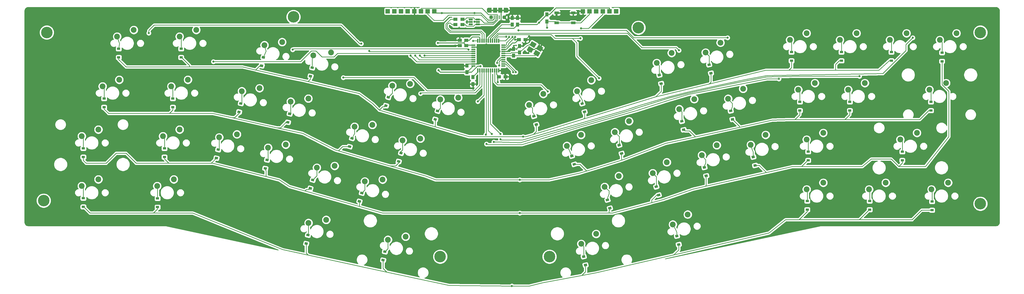
<source format=gbl>
G04 #@! TF.GenerationSoftware,KiCad,Pcbnew,(5.1.2)-1*
G04 #@! TF.CreationDate,2019-07-31T01:32:42-07:00*
G04 #@! TF.ProjectId,arisu,61726973-752e-46b6-9963-61645f706362,1.1*
G04 #@! TF.SameCoordinates,Original*
G04 #@! TF.FileFunction,Copper,L2,Bot*
G04 #@! TF.FilePolarity,Positive*
%FSLAX46Y46*%
G04 Gerber Fmt 4.6, Leading zero omitted, Abs format (unit mm)*
G04 Created by KiCad (PCBNEW (5.1.2)-1) date 2019-07-31 01:32:42*
%MOMM*%
%LPD*%
G04 APERTURE LIST*
%ADD10R,1.200000X0.900000*%
%ADD11C,2.200000*%
%ADD12C,4.400000*%
%ADD13R,1.250000X1.500000*%
%ADD14R,1.500000X1.250000*%
%ADD15C,0.900000*%
%ADD16C,0.100000*%
%ADD17R,1.500000X1.900000*%
%ADD18C,1.450000*%
%ADD19R,0.400000X1.350000*%
%ADD20O,1.200000X1.900000*%
%ADD21R,1.200000X1.900000*%
%ADD22R,1.700000X1.700000*%
%ADD23R,1.500000X1.300000*%
%ADD24R,1.300000X1.500000*%
%ADD25R,1.700000X1.000000*%
%ADD26C,1.800000*%
%ADD27R,1.560000X0.650000*%
%ADD28R,0.550000X1.500000*%
%ADD29R,1.500000X0.550000*%
%ADD30C,0.800000*%
%ADD31C,0.375000*%
%ADD32C,0.250000*%
%ADD33C,0.254000*%
G04 APERTURE END LIST*
D10*
X348324040Y-109698133D03*
X348324040Y-112998133D03*
X375920000Y-52960000D03*
X375920000Y-56260000D03*
D11*
X381421479Y-45546218D03*
X375071479Y-48086218D03*
X354435890Y-102696203D03*
X348085890Y-105236203D03*
X324278390Y-105236203D03*
X330628390Y-102696203D03*
X371898390Y-105236203D03*
X378248390Y-102696203D03*
X238314030Y-126078854D03*
X243997171Y-122274120D03*
X359990229Y-86186218D03*
X366340229Y-83646218D03*
X371102729Y-67136218D03*
X377452729Y-64596218D03*
X362371479Y-45546218D03*
X356021479Y-48086218D03*
X346496479Y-64596218D03*
X340146479Y-67136218D03*
X343321479Y-45546218D03*
X336971479Y-48086218D03*
X330621479Y-83646218D03*
X324271479Y-86186218D03*
X327446479Y-64596218D03*
X321096479Y-67136218D03*
X324271479Y-45546218D03*
X317921479Y-48086218D03*
X273256388Y-118654123D03*
X278939529Y-114849389D03*
X308659649Y-84405855D03*
X302976508Y-88210589D03*
X300042149Y-66765855D03*
X294359008Y-70570589D03*
X291422149Y-49125855D03*
X285739008Y-52930589D03*
X290025939Y-88366575D03*
X284342798Y-92171309D03*
X281408439Y-70726575D03*
X275725298Y-74531309D03*
X272788439Y-53086575D03*
X267105298Y-56891309D03*
X270984430Y-94851956D03*
X265580538Y-99043857D03*
X256574430Y-79171956D03*
X251170538Y-83363857D03*
X242168413Y-63487401D03*
X236764521Y-67679302D03*
X252674430Y-100101956D03*
X247270538Y-104293857D03*
X238264430Y-84421956D03*
X232860538Y-88613857D03*
X223858413Y-68737401D03*
X218454521Y-72929302D03*
X164612670Y-124496505D03*
X171352003Y-123332249D03*
X162602997Y-101513530D03*
X155798867Y-102204837D03*
X177002997Y-85823530D03*
X170198867Y-86514837D03*
X191407997Y-70138530D03*
X184603867Y-70829837D03*
X141075933Y-116896801D03*
X134336600Y-118061056D03*
X144292997Y-96263530D03*
X137488867Y-96954837D03*
X158692997Y-80573530D03*
X151888867Y-81264837D03*
X173097997Y-64888530D03*
X166293867Y-65579837D03*
X125657766Y-88141478D03*
X118918433Y-89305733D03*
X134277766Y-70501478D03*
X127538433Y-71665733D03*
X142897766Y-52861478D03*
X136158433Y-54025733D03*
X76621833Y-103960157D03*
X82971833Y-101420157D03*
X107027766Y-84181478D03*
X100288433Y-85345733D03*
X115647766Y-66541478D03*
X108908433Y-67705733D03*
X124267766Y-48901478D03*
X117528433Y-50065733D03*
X85175583Y-82370157D03*
X78825583Y-84910157D03*
X88345583Y-63320157D03*
X81995583Y-65860157D03*
X91515583Y-44270157D03*
X85165583Y-46810157D03*
X47871833Y-103960157D03*
X54221833Y-101420157D03*
X47871833Y-84910157D03*
X54221833Y-82370157D03*
X55799333Y-65860157D03*
X62149333Y-63320157D03*
X61358083Y-46810157D03*
X67708083Y-44270157D03*
D12*
X226219700Y-130969300D03*
X390526640Y-110728590D03*
D13*
X212550490Y-51550300D03*
X212550490Y-54050300D03*
X214836490Y-52907300D03*
X214836490Y-50407300D03*
X214090380Y-42191670D03*
X214090380Y-39691670D03*
X212058380Y-42191670D03*
X212058380Y-39691670D03*
D14*
X194516490Y-48228300D03*
X192016490Y-48228300D03*
X194516490Y-50260300D03*
X192016490Y-50260300D03*
X206982490Y-62198300D03*
X209482490Y-62198300D03*
D13*
X194770490Y-60400300D03*
X194770490Y-57900300D03*
D14*
X214582490Y-47974300D03*
X217082490Y-47974300D03*
D10*
X61943083Y-54775157D03*
X61943083Y-51475157D03*
X56384333Y-73825157D03*
X56384333Y-70525157D03*
X48456833Y-92875157D03*
X48456833Y-89575157D03*
X48456833Y-111925157D03*
X48456833Y-108625157D03*
X85750583Y-54775157D03*
X85750583Y-51475157D03*
X82580583Y-73825157D03*
X82580583Y-70525157D03*
X79410583Y-92875157D03*
X79410583Y-89575157D03*
D15*
X116447529Y-57979101D03*
D16*
G36*
X116940857Y-58544014D02*
G01*
X115767080Y-58294520D01*
X115954201Y-57414188D01*
X117127978Y-57663682D01*
X116940857Y-58544014D01*
X116940857Y-58544014D01*
G37*
D15*
X117133637Y-54751213D03*
D16*
G36*
X117626965Y-55316126D02*
G01*
X116453188Y-55066632D01*
X116640309Y-54186300D01*
X117814086Y-54435794D01*
X117626965Y-55316126D01*
X117626965Y-55316126D01*
G37*
D15*
X107827529Y-75619101D03*
D16*
G36*
X108320857Y-76184014D02*
G01*
X107147080Y-75934520D01*
X107334201Y-75054188D01*
X108507978Y-75303682D01*
X108320857Y-76184014D01*
X108320857Y-76184014D01*
G37*
D15*
X108513637Y-72391213D03*
D16*
G36*
X109006965Y-72956126D02*
G01*
X107833188Y-72706632D01*
X108020309Y-71826300D01*
X109194086Y-72075794D01*
X109006965Y-72956126D01*
X109006965Y-72956126D01*
G37*
D15*
X99207529Y-93259101D03*
D16*
G36*
X99700857Y-93824014D02*
G01*
X98527080Y-93574520D01*
X98714201Y-92694188D01*
X99887978Y-92943682D01*
X99700857Y-93824014D01*
X99700857Y-93824014D01*
G37*
D15*
X99893637Y-90031213D03*
D16*
G36*
X100386965Y-90596126D02*
G01*
X99213188Y-90346632D01*
X99400309Y-89466300D01*
X100574086Y-89715794D01*
X100386965Y-90596126D01*
X100386965Y-90596126D01*
G37*
D10*
X76767120Y-112019862D03*
X76767120Y-108719862D03*
D15*
X135077529Y-61939101D03*
D16*
G36*
X135570857Y-62504014D02*
G01*
X134397080Y-62254520D01*
X134584201Y-61374188D01*
X135757978Y-61623682D01*
X135570857Y-62504014D01*
X135570857Y-62504014D01*
G37*
D15*
X135763637Y-58711213D03*
D16*
G36*
X136256965Y-59276126D02*
G01*
X135083188Y-59026632D01*
X135270309Y-58146300D01*
X136444086Y-58395794D01*
X136256965Y-59276126D01*
X136256965Y-59276126D01*
G37*
D15*
X126457529Y-79579101D03*
D16*
G36*
X126950857Y-80144014D02*
G01*
X125777080Y-79894520D01*
X125964201Y-79014188D01*
X127137978Y-79263682D01*
X126950857Y-80144014D01*
X126950857Y-80144014D01*
G37*
D15*
X127143637Y-76351213D03*
D16*
G36*
X127636965Y-76916126D02*
G01*
X126463188Y-76666632D01*
X126650309Y-75786300D01*
X127824086Y-76035794D01*
X127636965Y-76916126D01*
X127636965Y-76916126D01*
G37*
D15*
X117837529Y-97219101D03*
D16*
G36*
X118330857Y-97784014D02*
G01*
X117157080Y-97534520D01*
X117344201Y-96654188D01*
X118517978Y-96903682D01*
X118330857Y-97784014D01*
X118330857Y-97784014D01*
G37*
D15*
X118523637Y-93991213D03*
D16*
G36*
X119016965Y-94556126D02*
G01*
X117843188Y-94306632D01*
X118030309Y-93426300D01*
X119204086Y-93675794D01*
X119016965Y-94556126D01*
X119016965Y-94556126D01*
G37*
D15*
X163852138Y-73196239D03*
D16*
G36*
X164304858Y-73794189D02*
G01*
X163151344Y-73463424D01*
X163399418Y-72598289D01*
X164552932Y-72929054D01*
X164304858Y-73794189D01*
X164304858Y-73794189D01*
G37*
D15*
X164761742Y-70024075D03*
D16*
G36*
X165214462Y-70622025D02*
G01*
X164060948Y-70291260D01*
X164309022Y-69426125D01*
X165462536Y-69756890D01*
X165214462Y-70622025D01*
X165214462Y-70622025D01*
G37*
D15*
X150000993Y-88881239D03*
D16*
G36*
X150453713Y-89479189D02*
G01*
X149300199Y-89148424D01*
X149548273Y-88283289D01*
X150701787Y-88614054D01*
X150453713Y-89479189D01*
X150453713Y-89479189D01*
G37*
D15*
X150910597Y-85709075D03*
D16*
G36*
X151363317Y-86307025D02*
G01*
X150209803Y-85976260D01*
X150457877Y-85111125D01*
X151611391Y-85441890D01*
X151363317Y-86307025D01*
X151363317Y-86307025D01*
G37*
D15*
X135007432Y-104833160D03*
D16*
G36*
X135460152Y-105431110D02*
G01*
X134306638Y-105100345D01*
X134554712Y-104235210D01*
X135708226Y-104565975D01*
X135460152Y-105431110D01*
X135460152Y-105431110D01*
G37*
D15*
X135917036Y-101660996D03*
D16*
G36*
X136369756Y-102258946D02*
G01*
X135216242Y-101928181D01*
X135464316Y-101063046D01*
X136617830Y-101393811D01*
X136369756Y-102258946D01*
X136369756Y-102258946D01*
G37*
D15*
X133427586Y-125941984D03*
D16*
G36*
X133920914Y-126506897D02*
G01*
X132747137Y-126257403D01*
X132934258Y-125377071D01*
X134108035Y-125626565D01*
X133920914Y-126506897D01*
X133920914Y-126506897D01*
G37*
D15*
X134113694Y-122714096D03*
D16*
G36*
X134607022Y-123279009D02*
G01*
X133433245Y-123029515D01*
X133620366Y-122149183D01*
X134794143Y-122398677D01*
X134607022Y-123279009D01*
X134607022Y-123279009D01*
G37*
D15*
X182639400Y-78446239D03*
D16*
G36*
X183092120Y-79044189D02*
G01*
X181938606Y-78713424D01*
X182186680Y-77848289D01*
X183340194Y-78179054D01*
X183092120Y-79044189D01*
X183092120Y-79044189D01*
G37*
D15*
X183549004Y-75274075D03*
D16*
G36*
X184001724Y-75872025D02*
G01*
X182848210Y-75541260D01*
X183096284Y-74676125D01*
X184249798Y-75006890D01*
X184001724Y-75872025D01*
X184001724Y-75872025D01*
G37*
D15*
X168697895Y-94532134D03*
D16*
G36*
X169150615Y-95130084D02*
G01*
X167997101Y-94799319D01*
X168245175Y-93934184D01*
X169398689Y-94264949D01*
X169150615Y-95130084D01*
X169150615Y-95130084D01*
G37*
D15*
X169607499Y-91359970D03*
D16*
G36*
X170060219Y-91957920D02*
G01*
X168906705Y-91627155D01*
X169154779Y-90762020D01*
X170308293Y-91092785D01*
X170060219Y-91957920D01*
X170060219Y-91957920D01*
G37*
D15*
X153733802Y-109821239D03*
D16*
G36*
X154186522Y-110419189D02*
G01*
X153033008Y-110088424D01*
X153281082Y-109223289D01*
X154434596Y-109554054D01*
X154186522Y-110419189D01*
X154186522Y-110419189D01*
G37*
D15*
X154643406Y-106649075D03*
D16*
G36*
X155096126Y-107247025D02*
G01*
X153942612Y-106916260D01*
X154190686Y-106051125D01*
X155344200Y-106381890D01*
X155096126Y-107247025D01*
X155096126Y-107247025D01*
G37*
D15*
X162773256Y-132283244D03*
D16*
G36*
X163266584Y-132848157D02*
G01*
X162092807Y-132598663D01*
X162279928Y-131718331D01*
X163453705Y-131967825D01*
X163266584Y-132848157D01*
X163266584Y-132848157D01*
G37*
D15*
X163459364Y-129055356D03*
D16*
G36*
X163952692Y-129620269D02*
G01*
X162778915Y-129370775D01*
X162966036Y-128490443D01*
X164139813Y-128739937D01*
X163952692Y-129620269D01*
X163952692Y-129620269D01*
G37*
D15*
X221186293Y-80451786D03*
D16*
G36*
X221887087Y-80718971D02*
G01*
X220733573Y-81049736D01*
X220485499Y-80184601D01*
X221639013Y-79853836D01*
X221887087Y-80718971D01*
X221887087Y-80718971D01*
G37*
D15*
X220276689Y-77279622D03*
D16*
G36*
X220977483Y-77546807D02*
G01*
X219823969Y-77877572D01*
X219575895Y-77012437D01*
X220729409Y-76681672D01*
X220977483Y-77546807D01*
X220977483Y-77546807D01*
G37*
D15*
X235663358Y-95645852D03*
D16*
G36*
X236364152Y-95913037D02*
G01*
X235210638Y-96243802D01*
X234962564Y-95378667D01*
X236116078Y-95047902D01*
X236364152Y-95913037D01*
X236364152Y-95913037D01*
G37*
D15*
X234753754Y-92473688D03*
D16*
G36*
X235454548Y-92740873D02*
G01*
X234301034Y-93071638D01*
X234052960Y-92206503D01*
X235206474Y-91875738D01*
X235454548Y-92740873D01*
X235454548Y-92740873D01*
G37*
D15*
X249234402Y-112440794D03*
D16*
G36*
X249935196Y-112707979D02*
G01*
X248781682Y-113038744D01*
X248533608Y-112173609D01*
X249687122Y-111842844D01*
X249935196Y-112707979D01*
X249935196Y-112707979D01*
G37*
D15*
X248324798Y-109268630D03*
D16*
G36*
X249025592Y-109535815D02*
G01*
X247872078Y-109866580D01*
X247624004Y-109001445D01*
X248777518Y-108670680D01*
X249025592Y-109535815D01*
X249025592Y-109535815D01*
G37*
D15*
X239594105Y-75593639D03*
D16*
G36*
X240294899Y-75860824D02*
G01*
X239141385Y-76191589D01*
X238893311Y-75326454D01*
X240046825Y-74995689D01*
X240294899Y-75860824D01*
X240294899Y-75860824D01*
G37*
D15*
X238684501Y-72421475D03*
D16*
G36*
X239385295Y-72688660D02*
G01*
X238231781Y-73019425D01*
X237983707Y-72154290D01*
X239137221Y-71823525D01*
X239385295Y-72688660D01*
X239385295Y-72688660D01*
G37*
D15*
X253714532Y-91497644D03*
D16*
G36*
X254415326Y-91764829D02*
G01*
X253261812Y-92095594D01*
X253013738Y-91230459D01*
X254167252Y-90899694D01*
X254415326Y-91764829D01*
X254415326Y-91764829D01*
G37*
D15*
X252804928Y-88325480D03*
D16*
G36*
X253505722Y-88592665D02*
G01*
X252352208Y-88923430D01*
X252104134Y-88058295D01*
X253257648Y-87727530D01*
X253505722Y-88592665D01*
X253505722Y-88592665D01*
G37*
D15*
X267841442Y-107397094D03*
D16*
G36*
X268542236Y-107664279D02*
G01*
X267388722Y-107995044D01*
X267140648Y-107129909D01*
X268294162Y-106799144D01*
X268542236Y-107664279D01*
X268542236Y-107664279D01*
G37*
D15*
X266931838Y-104224930D03*
D16*
G36*
X267632632Y-104492115D02*
G01*
X266479118Y-104822880D01*
X266231044Y-103957745D01*
X267384558Y-103626980D01*
X267632632Y-104492115D01*
X267632632Y-104492115D01*
G37*
D15*
X239939444Y-134183362D03*
D16*
G36*
X240619893Y-134498781D02*
G01*
X239446116Y-134748275D01*
X239258995Y-133867943D01*
X240432772Y-133618449D01*
X240619893Y-134498781D01*
X240619893Y-134498781D01*
G37*
D15*
X239253336Y-130955474D03*
D16*
G36*
X239933785Y-131270893D02*
G01*
X238760008Y-131520387D01*
X238572887Y-130640055D01*
X239746664Y-130390561D01*
X239933785Y-131270893D01*
X239933785Y-131270893D01*
G37*
D15*
X268795311Y-64767407D03*
D16*
G36*
X269475760Y-65082826D02*
G01*
X268301983Y-65332320D01*
X268114862Y-64451988D01*
X269288639Y-64202494D01*
X269475760Y-65082826D01*
X269475760Y-65082826D01*
G37*
D15*
X268109203Y-61539519D03*
D16*
G36*
X268789652Y-61854938D02*
G01*
X267615875Y-62104432D01*
X267428754Y-61224100D01*
X268602531Y-60974606D01*
X268789652Y-61854938D01*
X268789652Y-61854938D01*
G37*
D15*
X277360385Y-82407407D03*
D16*
G36*
X278040834Y-82722826D02*
G01*
X276867057Y-82972320D01*
X276679936Y-82091988D01*
X277853713Y-81842494D01*
X278040834Y-82722826D01*
X278040834Y-82722826D01*
G37*
D15*
X276674277Y-79179519D03*
D16*
G36*
X277354726Y-79494938D02*
G01*
X276180949Y-79744432D01*
X275993828Y-78864100D01*
X277167605Y-78614606D01*
X277354726Y-79494938D01*
X277354726Y-79494938D01*
G37*
D15*
X285977885Y-100047407D03*
D16*
G36*
X286658334Y-100362826D02*
G01*
X285484557Y-100612320D01*
X285297436Y-99731988D01*
X286471213Y-99482494D01*
X286658334Y-100362826D01*
X286658334Y-100362826D01*
G37*
D15*
X285291777Y-96819519D03*
D16*
G36*
X285972226Y-97134938D02*
G01*
X284798449Y-97384432D01*
X284611328Y-96504100D01*
X285785105Y-96254606D01*
X285972226Y-97134938D01*
X285972226Y-97134938D01*
G37*
D15*
X287780561Y-60806687D03*
D16*
G36*
X288461010Y-61122106D02*
G01*
X287287233Y-61371600D01*
X287100112Y-60491268D01*
X288273889Y-60241774D01*
X288461010Y-61122106D01*
X288461010Y-61122106D01*
G37*
D15*
X287094453Y-57578799D03*
D16*
G36*
X287774902Y-57894218D02*
G01*
X286601125Y-58143712D01*
X286414004Y-57263380D01*
X287587781Y-57013886D01*
X287774902Y-57894218D01*
X287774902Y-57894218D01*
G37*
D15*
X295994095Y-78446687D03*
D16*
G36*
X296674544Y-78762106D02*
G01*
X295500767Y-79011600D01*
X295313646Y-78131268D01*
X296487423Y-77881774D01*
X296674544Y-78762106D01*
X296674544Y-78762106D01*
G37*
D15*
X295307987Y-75218799D03*
D16*
G36*
X295988436Y-75534218D02*
G01*
X294814659Y-75783712D01*
X294627538Y-74903380D01*
X295801315Y-74653886D01*
X295988436Y-75534218D01*
X295988436Y-75534218D01*
G37*
D15*
X304611595Y-96086687D03*
D16*
G36*
X305292044Y-96402106D02*
G01*
X304118267Y-96651600D01*
X303931146Y-95771268D01*
X305104923Y-95521774D01*
X305292044Y-96402106D01*
X305292044Y-96402106D01*
G37*
D15*
X303925487Y-92858799D03*
D16*
G36*
X304605936Y-93174218D02*
G01*
X303432159Y-93423712D01*
X303245038Y-92543380D01*
X304418815Y-92293886D01*
X304605936Y-93174218D01*
X304605936Y-93174218D01*
G37*
D15*
X275485080Y-126323919D03*
D16*
G36*
X276165529Y-126639338D02*
G01*
X274991752Y-126888832D01*
X274804631Y-126008500D01*
X275978408Y-125759006D01*
X276165529Y-126639338D01*
X276165529Y-126639338D01*
G37*
D15*
X274798972Y-123096031D03*
D16*
G36*
X275479421Y-123411450D02*
G01*
X274305644Y-123660944D01*
X274118523Y-122780612D01*
X275292300Y-122531118D01*
X275479421Y-123411450D01*
X275479421Y-123411450D01*
G37*
D10*
X318506479Y-56051218D03*
X318506479Y-52751218D03*
X321681479Y-75101218D03*
X321681479Y-71801218D03*
X324856479Y-94151218D03*
X324856479Y-90851218D03*
X337556479Y-56051218D03*
X337556479Y-52751218D03*
X340731479Y-75101218D03*
X340731479Y-71801218D03*
X360760890Y-94151218D03*
X360760890Y-90851218D03*
X356606479Y-56051218D03*
X356606479Y-52751218D03*
X371687729Y-75101218D03*
X371687729Y-71801218D03*
X372110000Y-113201203D03*
X372110000Y-109901203D03*
X324516560Y-112998133D03*
X324516560Y-109698133D03*
D17*
X207466235Y-36723670D03*
D18*
X203966235Y-39423670D03*
D19*
X205816235Y-39423670D03*
X205166235Y-39423670D03*
X207766235Y-39423670D03*
X207116235Y-39423670D03*
X206466235Y-39423670D03*
D18*
X208966235Y-39423670D03*
D17*
X205466235Y-36723670D03*
D20*
X202966235Y-36723670D03*
X209966235Y-36723670D03*
D21*
X209366235Y-36723670D03*
X203566235Y-36723670D03*
D22*
X251682380Y-37131670D03*
X249142380Y-37131670D03*
X246602380Y-37131670D03*
X244062380Y-37131670D03*
X241522380Y-37131670D03*
X238982380Y-37131670D03*
X172180380Y-37131670D03*
X169640380Y-37131670D03*
X167100380Y-37131670D03*
X164560380Y-37131670D03*
D23*
X193088380Y-42211670D03*
X190388380Y-42211670D03*
X190388380Y-40179670D03*
X193088380Y-40179670D03*
D24*
X225266380Y-38321670D03*
X225266380Y-41021670D03*
X197056490Y-62292300D03*
X197056490Y-64992300D03*
D25*
X235274380Y-37771670D03*
X228974380Y-37771670D03*
X235274380Y-41571670D03*
X228974380Y-41571670D03*
D26*
X221384227Y-53207928D03*
D16*
G36*
X222743554Y-52953505D02*
G01*
X221843554Y-54512351D01*
X220024900Y-53462351D01*
X220924900Y-51903505D01*
X222743554Y-52953505D01*
X222743554Y-52953505D01*
G37*
D26*
X218872753Y-51757928D03*
D16*
G36*
X220232080Y-51503505D02*
G01*
X219332080Y-53062351D01*
X217513426Y-52012351D01*
X218413426Y-50453505D01*
X220232080Y-51503505D01*
X220232080Y-51503505D01*
G37*
D26*
X219972753Y-49852672D03*
D16*
G36*
X221332080Y-49598249D02*
G01*
X220432080Y-51157095D01*
X218613426Y-50107095D01*
X219513426Y-48548249D01*
X221332080Y-49598249D01*
X221332080Y-49598249D01*
G37*
D26*
X222484227Y-51302672D03*
D16*
G36*
X223843554Y-51048249D02*
G01*
X222943554Y-52607095D01*
X221124900Y-51557095D01*
X222024900Y-49998249D01*
X223843554Y-51048249D01*
X223843554Y-51048249D01*
G37*
D27*
X198930380Y-41195670D03*
X198930380Y-42145670D03*
X198930380Y-40245670D03*
X196230380Y-40245670D03*
X196230380Y-41195670D03*
X196230380Y-42145670D03*
D28*
X198898490Y-48370300D03*
X199698490Y-48370300D03*
X200498490Y-48370300D03*
X201298490Y-48370300D03*
X202098490Y-48370300D03*
X202898490Y-48370300D03*
X203698490Y-48370300D03*
X204498490Y-48370300D03*
X205298490Y-48370300D03*
X206098490Y-48370300D03*
X206898490Y-48370300D03*
D29*
X208598490Y-50070300D03*
X208598490Y-50870300D03*
X208598490Y-51670300D03*
X208598490Y-52470300D03*
X208598490Y-53270300D03*
X208598490Y-54070300D03*
X208598490Y-54870300D03*
X208598490Y-55670300D03*
X208598490Y-56470300D03*
X208598490Y-57270300D03*
X208598490Y-58070300D03*
D28*
X206898490Y-59770300D03*
X206098490Y-59770300D03*
X205298490Y-59770300D03*
X204498490Y-59770300D03*
X203698490Y-59770300D03*
X202898490Y-59770300D03*
X202098490Y-59770300D03*
X201298490Y-59770300D03*
X200498490Y-59770300D03*
X199698490Y-59770300D03*
X198898490Y-59770300D03*
D29*
X197198490Y-58070300D03*
X197198490Y-57270300D03*
X197198490Y-56470300D03*
X197198490Y-55670300D03*
X197198490Y-54870300D03*
X197198490Y-54070300D03*
X197198490Y-53270300D03*
X197198490Y-52470300D03*
X197198490Y-51670300D03*
X197198490Y-50870300D03*
X197198490Y-50070300D03*
D22*
X182340380Y-37131670D03*
X177260380Y-37131670D03*
X179800380Y-37131670D03*
X174720380Y-37131670D03*
D12*
X34528270Y-45243940D03*
X33337640Y-109537960D03*
X128588040Y-39290790D03*
X184547650Y-130969300D03*
X260149165Y-43410699D03*
X390526640Y-45243940D03*
D30*
X210820000Y-52070000D03*
X218440000Y-46736000D03*
X212090000Y-38100000D03*
X214122000Y-38100000D03*
X199136002Y-50800000D03*
X211328000Y-62230000D03*
X197104000Y-66802000D03*
X194818000Y-41148000D03*
X190246000Y-48260000D03*
X190246000Y-50292000D03*
X228854000Y-38565780D03*
X199148614Y-55532822D03*
X213137700Y-47974300D03*
X197612000Y-37846000D03*
X197612000Y-41148000D03*
X222268025Y-41420025D03*
X206502000Y-64262000D03*
X199934050Y-58166000D03*
X185166000Y-37846000D03*
X183642013Y-49275987D03*
X183896000Y-59690000D03*
X206248000Y-56896000D03*
X216154000Y-85090000D03*
X207010000Y-57912000D03*
X214884000Y-101600000D03*
X213360000Y-60452000D03*
X214884000Y-114300000D03*
X212344000Y-60452000D03*
X211891427Y-142184573D03*
X210820000Y-46990000D03*
X238252000Y-43688000D03*
X245110000Y-62738000D03*
X237998000Y-47498000D03*
X209725847Y-46911847D03*
X225298000Y-43434000D03*
X213105511Y-46974816D03*
X178562000Y-54102000D03*
X176784000Y-54102000D03*
X175006000Y-54102000D03*
X173228000Y-54102000D03*
X157480000Y-52324000D03*
X154432000Y-49530000D03*
X73406000Y-45466000D03*
X98044000Y-56388000D03*
X197104000Y-48514000D03*
X195326000Y-51816000D03*
X128270000Y-51816000D03*
X147574000Y-62484000D03*
X177038000Y-68580000D03*
X198882000Y-71628000D03*
X225552000Y-67818000D03*
X275590000Y-52070000D03*
X294132000Y-47244000D03*
X212077511Y-46977511D03*
X214375986Y-44450000D03*
X201930000Y-84328000D03*
X202184000Y-87884000D03*
X313690000Y-62992000D03*
X204216000Y-84074000D03*
X344424000Y-61976000D03*
X204978000Y-87122000D03*
X207518000Y-84074000D03*
X364744000Y-47244000D03*
X207518000Y-86106000D03*
D31*
X208598490Y-52470300D02*
X210419700Y-52470300D01*
X210419700Y-52470300D02*
X210820000Y-52070000D01*
X212030790Y-52070000D02*
X212550490Y-51550300D01*
X210820000Y-52070000D02*
X212030790Y-52070000D01*
X213693490Y-51550300D02*
X214836490Y-50407300D01*
X212550490Y-51550300D02*
X213693490Y-51550300D01*
X220185188Y-51757928D02*
X218872753Y-51757928D01*
X220522455Y-51757928D02*
X220185188Y-51757928D01*
X220977711Y-51302672D02*
X220522455Y-51757928D01*
X222484227Y-51302672D02*
X220977711Y-51302672D01*
X221742000Y-48768000D02*
X222484227Y-50163442D01*
X220880739Y-48160739D02*
X221742000Y-48768000D01*
X219710000Y-48006000D02*
X220880739Y-48160739D01*
X219202000Y-48006000D02*
X219710000Y-48006000D01*
X215836490Y-50407300D02*
X216662000Y-50038000D01*
X214836490Y-50407300D02*
X215836490Y-50407300D01*
X216662000Y-50038000D02*
X217226444Y-49586444D01*
X217226444Y-49586444D02*
X217678000Y-49530000D01*
X222484227Y-50163442D02*
X222484227Y-51302672D01*
X217678000Y-49530000D02*
X218440000Y-49022000D01*
X218440000Y-49022000D02*
X219202000Y-48006000D01*
X217082490Y-47974300D02*
X217201700Y-47974300D01*
X217201700Y-47974300D02*
X218440000Y-46736000D01*
X212058380Y-39691670D02*
X212058380Y-38131620D01*
X212058380Y-38131620D02*
X212090000Y-38100000D01*
X214090380Y-39691670D02*
X214090380Y-38131620D01*
X214090380Y-38131620D02*
X214122000Y-38100000D01*
X199065702Y-50870300D02*
X199136002Y-50800000D01*
X197198490Y-50870300D02*
X199065702Y-50870300D01*
X195400490Y-57270300D02*
X197198490Y-57270300D01*
X194770490Y-57900300D02*
X195400490Y-57270300D01*
X209482490Y-61704300D02*
X209482490Y-62198300D01*
X207548490Y-59770300D02*
X209482490Y-61704300D01*
X206898490Y-59770300D02*
X207548490Y-59770300D01*
X209482490Y-62198300D02*
X211296300Y-62198300D01*
X211296300Y-62198300D02*
X211328000Y-62230000D01*
X228974380Y-37771670D02*
X235274380Y-37771670D01*
X197056490Y-64992300D02*
X197056490Y-66754490D01*
X197056490Y-66754490D02*
X197104000Y-66802000D01*
X202098490Y-47245300D02*
X202098490Y-48370300D01*
X202098490Y-46141415D02*
X202098490Y-47245300D01*
X207766235Y-40473670D02*
X202098490Y-46141415D01*
X207766235Y-39423670D02*
X207766235Y-40473670D01*
X207766235Y-37023670D02*
X207466235Y-36723670D01*
X207766235Y-39423670D02*
X207766235Y-37023670D01*
X209366235Y-36723670D02*
X207466235Y-36723670D01*
X205466235Y-36723670D02*
X207466235Y-36723670D01*
X205466235Y-36723670D02*
X203566235Y-36723670D01*
X196230380Y-41195670D02*
X194865670Y-41195670D01*
X194865670Y-41195670D02*
X194818000Y-41148000D01*
X192016490Y-48228300D02*
X190277700Y-48228300D01*
X190277700Y-48228300D02*
X190246000Y-48260000D01*
X192016490Y-50260300D02*
X190277700Y-50260300D01*
X190277700Y-50260300D02*
X190246000Y-50292000D01*
X228974380Y-37771670D02*
X228854000Y-37892050D01*
X228854000Y-38000095D02*
X228854000Y-38565780D01*
X228854000Y-37892050D02*
X228854000Y-38000095D01*
X198323490Y-57270300D02*
X199148614Y-56445176D01*
X199148614Y-56098507D02*
X199148614Y-55532822D01*
X199148614Y-56445176D02*
X199148614Y-56098507D01*
X197198490Y-57270300D02*
X198323490Y-57270300D01*
D32*
X212530490Y-54070300D02*
X212550490Y-54050300D01*
X208598490Y-54070300D02*
X212530490Y-54070300D01*
X220541855Y-54050300D02*
X221384227Y-53207928D01*
X212550490Y-54050300D02*
X220541855Y-54050300D01*
X213961490Y-52907300D02*
X214836490Y-52907300D01*
X211733488Y-52907300D02*
X213961490Y-52907300D01*
X211370488Y-53270300D02*
X211733488Y-52907300D01*
X208598490Y-53270300D02*
X211370488Y-53270300D01*
X218660318Y-49852672D02*
X219972753Y-49852672D01*
X217678000Y-50292000D02*
X218660318Y-49852672D01*
X214836490Y-52907300D02*
X214836490Y-52782300D01*
X214836490Y-52782300D02*
X217678000Y-50292000D01*
D31*
X214582490Y-47974300D02*
X213137700Y-47974300D01*
X214090380Y-42316670D02*
X214090380Y-42191670D01*
X212719050Y-43688000D02*
X214090380Y-42316670D01*
X207458288Y-43688000D02*
X212719050Y-43688000D01*
X203698490Y-48370300D02*
X203698490Y-47447798D01*
X203698490Y-47447798D02*
X207458288Y-43688000D01*
X225266380Y-38421670D02*
X225266380Y-38321670D01*
X214090380Y-42191670D02*
X221496380Y-42191670D01*
X199698490Y-47245300D02*
X199698490Y-48370300D01*
X199443190Y-46990000D02*
X199698490Y-47245300D01*
X196879790Y-46990000D02*
X199443190Y-46990000D01*
X194516490Y-48228300D02*
X195641490Y-48228300D01*
X195641490Y-48228300D02*
X196879790Y-46990000D01*
X194706490Y-50070300D02*
X197198490Y-50070300D01*
X194516490Y-50260300D02*
X194706490Y-50070300D01*
X194868490Y-60400300D02*
X197198490Y-58070300D01*
X194770490Y-60400300D02*
X194868490Y-60400300D01*
X193532190Y-49276000D02*
X194516490Y-50260300D01*
X194516490Y-48228300D02*
X193468790Y-49276000D01*
X193468790Y-49276000D02*
X193532190Y-49276000D01*
X193468790Y-49276000D02*
X193104692Y-49276000D01*
X193104692Y-49276000D02*
X193076491Y-49247799D01*
X206098490Y-61314300D02*
X206982490Y-62198300D01*
X206098490Y-59770300D02*
X206098490Y-61314300D01*
X204696299Y-40536171D02*
X202842171Y-40536171D01*
X205166235Y-39423670D02*
X205166235Y-40066235D01*
X205166235Y-40066235D02*
X204696299Y-40536171D01*
X202842171Y-40536171D02*
X200152000Y-37846000D01*
X200152000Y-37846000D02*
X197612000Y-37846000D01*
X198882710Y-41148000D02*
X198930380Y-41195670D01*
X197612000Y-41148000D02*
X198882710Y-41148000D01*
X249142380Y-35906670D02*
X249142380Y-37131670D01*
X249129879Y-35894169D02*
X249142380Y-35906670D01*
X228718881Y-35894169D02*
X249129879Y-35894169D01*
X226291380Y-38321670D02*
X228718881Y-35894169D01*
X225266380Y-38321670D02*
X226291380Y-38321670D01*
X222268025Y-41420025D02*
X225266380Y-38421670D01*
X221496380Y-42191670D02*
X222268025Y-41420025D01*
X206502000Y-62678790D02*
X206982490Y-62198300D01*
X206502000Y-64262000D02*
X206502000Y-62678790D01*
X198780288Y-58166000D02*
X196494288Y-60452000D01*
X199934050Y-58166000D02*
X198780288Y-58166000D01*
X196442588Y-60400300D02*
X194770490Y-60400300D01*
X196494288Y-60452000D02*
X196442588Y-60400300D01*
X214457490Y-47974300D02*
X214582490Y-47974300D01*
X213155790Y-49276000D02*
X214457490Y-47974300D01*
X212117790Y-49276000D02*
X213155790Y-49276000D01*
X209723490Y-51670300D02*
X212117790Y-49276000D01*
X208598490Y-51670300D02*
X209723490Y-51670300D01*
X183054710Y-37846000D02*
X182340380Y-37131670D01*
X185166000Y-37846000D02*
X183054710Y-37846000D01*
X197612000Y-37846000D02*
X185166000Y-37846000D01*
X193076491Y-49247799D02*
X187423799Y-49247799D01*
X187423799Y-49247799D02*
X186972201Y-49247799D01*
X187395611Y-49275987D02*
X184207698Y-49275987D01*
X184207698Y-49275987D02*
X183642013Y-49275987D01*
X187423799Y-49247799D02*
X187395611Y-49275987D01*
X184606300Y-60400300D02*
X194770490Y-60400300D01*
X183896000Y-59690000D02*
X184606300Y-60400300D01*
D32*
X202898490Y-47370300D02*
X202898490Y-48370300D01*
X212058380Y-42191670D02*
X208077120Y-42191670D01*
X208077120Y-42191670D02*
X202898490Y-47370300D01*
X163388377Y-73660000D02*
X163852138Y-73196239D01*
X162560000Y-73660000D02*
X163388377Y-73660000D01*
X158750000Y-72390000D02*
X161290000Y-74930000D01*
X153670000Y-68580000D02*
X158750000Y-72390000D01*
X61943083Y-54775157D02*
X61943083Y-55593083D01*
X161290000Y-74930000D02*
X162560000Y-73660000D01*
X125730000Y-62230000D02*
X132080000Y-63500000D01*
X61943083Y-55593083D02*
X64770000Y-58420000D01*
X355756479Y-56051218D02*
X356606479Y-56051218D01*
X351790000Y-59690000D02*
X355756479Y-56051218D01*
X85900583Y-54775157D02*
X85750583Y-54775157D01*
X88900000Y-57774574D02*
X85900583Y-54775157D01*
X88900000Y-58420000D02*
X88900000Y-57774574D01*
X88900000Y-58420000D02*
X109220000Y-58420000D01*
X64770000Y-58420000D02*
X88900000Y-58420000D01*
X114173000Y-59540226D02*
X114173000Y-59563000D01*
X115734125Y-57979101D02*
X114173000Y-59540226D01*
X116447529Y-57979101D02*
X115734125Y-57979101D01*
X109220000Y-58420000D02*
X114173000Y-59563000D01*
X114173000Y-59563000D02*
X125730000Y-62230000D01*
X135077529Y-63042471D02*
X134136191Y-63983809D01*
X135077529Y-61939101D02*
X135077529Y-63042471D01*
X132080000Y-63500000D02*
X134136191Y-63983809D01*
X134136191Y-63983809D02*
X153670000Y-68580000D01*
X182639400Y-81111970D02*
X182843715Y-81316285D01*
X182639400Y-78446239D02*
X182639400Y-81111970D01*
X161290000Y-74930000D02*
X182843715Y-81316285D01*
X182843715Y-81316285D02*
X195580000Y-85090000D01*
X221186293Y-83090765D02*
X220083529Y-84193529D01*
X221186293Y-80451786D02*
X221186293Y-83090765D01*
X217170000Y-85090000D02*
X220083529Y-84193529D01*
X239594105Y-77905895D02*
X239183333Y-78316667D01*
X239594105Y-75593639D02*
X239594105Y-77905895D01*
X220083529Y-84193529D02*
X239183333Y-78316667D01*
X239183333Y-78316667D02*
X266700000Y-69850000D01*
X268795311Y-67754689D02*
X266700000Y-69850000D01*
X268795311Y-64767407D02*
X268795311Y-67754689D01*
X287780561Y-64257243D02*
X287143902Y-64893902D01*
X287780561Y-60806687D02*
X287780561Y-64257243D01*
X266700000Y-69850000D02*
X287143902Y-64893902D01*
X287143902Y-64893902D02*
X308610000Y-59690000D01*
X318506479Y-58683521D02*
X317500000Y-59690000D01*
X318506479Y-56051218D02*
X318506479Y-58683521D01*
X308610000Y-59690000D02*
X317500000Y-59690000D01*
X335280000Y-57477697D02*
X335280000Y-59690000D01*
X336706479Y-56051218D02*
X335280000Y-57477697D01*
X337556479Y-56051218D02*
X336706479Y-56051218D01*
X317500000Y-59690000D02*
X335280000Y-59690000D01*
X335280000Y-59690000D02*
X351790000Y-59690000D01*
X206248000Y-56220790D02*
X206248000Y-56896000D01*
X208598490Y-54870300D02*
X207598490Y-54870300D01*
X207598490Y-54870300D02*
X206248000Y-56220790D01*
X195580000Y-85090000D02*
X216154000Y-85090000D01*
X216154000Y-85090000D02*
X217170000Y-85090000D01*
X82580583Y-74899417D02*
X82580583Y-73825157D01*
X81280000Y-76200000D02*
X82580583Y-74899417D01*
X370837729Y-75101218D02*
X371687729Y-75101218D01*
X367412728Y-78526219D02*
X370837729Y-75101218D01*
X311150000Y-78740000D02*
X317713781Y-78526219D01*
X178828529Y-100088529D02*
X182880000Y-101600000D01*
X132080000Y-83820000D02*
X144538529Y-90170000D01*
X254000000Y-93980000D02*
X270510000Y-87630000D01*
X226060000Y-101600000D02*
X237490000Y-99060000D01*
X97790000Y-76200000D02*
X81280000Y-76200000D01*
X56384333Y-74525157D02*
X56384333Y-73825157D01*
X58059176Y-76200000D02*
X56384333Y-74525157D01*
X81280000Y-76200000D02*
X58059176Y-76200000D01*
X106190319Y-77816363D02*
X105063637Y-77816363D01*
X107827529Y-76179153D02*
X106190319Y-77816363D01*
X107827529Y-75619101D02*
X107827529Y-76179153D01*
X97790000Y-76200000D02*
X105063637Y-77816363D01*
X123680370Y-81642856D02*
X122282856Y-81642856D01*
X125744125Y-79579101D02*
X123680370Y-81642856D01*
X126457529Y-79579101D02*
X125744125Y-79579101D01*
X105063637Y-77816363D02*
X122282856Y-81642856D01*
X122282856Y-81642856D02*
X132080000Y-83820000D01*
X147338761Y-88881239D02*
X145710890Y-90509110D01*
X150000993Y-88881239D02*
X147338761Y-88881239D01*
X144538529Y-90170000D02*
X145710890Y-90509110D01*
X167590364Y-96207799D02*
X165412201Y-96207799D01*
X168697895Y-95100268D02*
X167590364Y-96207799D01*
X168697895Y-94532134D02*
X168697895Y-95100268D01*
X145710890Y-90509110D02*
X165412201Y-96207799D01*
X165412201Y-96207799D02*
X178828529Y-100088529D01*
X237885852Y-95645852D02*
X240403529Y-98163529D01*
X235663358Y-95645852D02*
X237885852Y-95645852D01*
X237490000Y-99060000D02*
X240403529Y-98163529D01*
X240403529Y-98163529D02*
X254000000Y-93980000D01*
X253714532Y-93694532D02*
X254000000Y-93980000D01*
X253714532Y-91497644D02*
X253714532Y-93694532D01*
X279605924Y-82857524D02*
X281889200Y-85140800D01*
X277810502Y-82857524D02*
X279605924Y-82857524D01*
X277360385Y-82407407D02*
X277810502Y-82857524D01*
X270510000Y-87630000D02*
X281889200Y-85140800D01*
X298645384Y-81097976D02*
X298645384Y-81475384D01*
X295994095Y-78446687D02*
X298645384Y-81097976D01*
X281889200Y-85140800D02*
X298645384Y-81475384D01*
X298645384Y-81475384D02*
X311150000Y-78740000D01*
X321681479Y-76670959D02*
X319826219Y-78526219D01*
X321681479Y-75101218D02*
X321681479Y-76670959D01*
X317713781Y-78526219D02*
X319826219Y-78526219D01*
X340731479Y-76670959D02*
X338876219Y-78526219D01*
X340731479Y-75101218D02*
X340731479Y-76670959D01*
X319826219Y-78526219D02*
X338876219Y-78526219D01*
X338876219Y-78526219D02*
X367412728Y-78526219D01*
X207010000Y-56258790D02*
X207010000Y-57912000D01*
X208598490Y-55670300D02*
X207598490Y-55670300D01*
X207598490Y-55670300D02*
X207010000Y-56258790D01*
X182880000Y-101600000D02*
X214884000Y-101600000D01*
X214884000Y-101600000D02*
X226060000Y-101600000D01*
X62230000Y-49530000D02*
X61943083Y-51475157D01*
X61358083Y-46810157D02*
X62230000Y-49530000D01*
X56384333Y-66445157D02*
X55799333Y-65860157D01*
X56384333Y-70525157D02*
X56384333Y-66445157D01*
X375920000Y-65172491D02*
X375920000Y-56260000D01*
X123190000Y-101600000D02*
X127000000Y-104140000D01*
X79410583Y-92875157D02*
X79410583Y-93575157D01*
X378460000Y-67712491D02*
X375920000Y-65172491D01*
X378460000Y-85090000D02*
X378460000Y-67712491D01*
X79410583Y-93575157D02*
X81085426Y-95250000D01*
X269240000Y-109220000D02*
X280932110Y-105147890D01*
X345440000Y-96520000D02*
X348903637Y-93633637D01*
X359410000Y-96520000D02*
X369570000Y-96520000D01*
X348903637Y-93633637D02*
X356523637Y-93633637D01*
X356523637Y-93633637D02*
X359410000Y-96520000D01*
X369570000Y-96520000D02*
X378460000Y-85090000D01*
X360760890Y-95169110D02*
X359410000Y-96520000D01*
X360760890Y-94151218D02*
X360760890Y-95169110D01*
X324706479Y-94151218D02*
X322337697Y-96520000D01*
X324856479Y-94151218D02*
X324706479Y-94151218D01*
X322337697Y-96520000D02*
X320040000Y-96520000D01*
X320040000Y-96520000D02*
X323850000Y-96520000D01*
X318770000Y-96520000D02*
X323850000Y-96520000D01*
X323850000Y-96520000D02*
X345440000Y-96520000D01*
X306215179Y-96086687D02*
X308899246Y-98770754D01*
X304611595Y-96086687D02*
X306215179Y-96086687D01*
X308899246Y-98770754D02*
X318770000Y-96520000D01*
X285977885Y-103764403D02*
X285676144Y-104066144D01*
X285977885Y-100047407D02*
X285977885Y-103764403D01*
X280932110Y-105147890D02*
X285676144Y-104066144D01*
X285676144Y-104066144D02*
X308899246Y-98770754D01*
X265229474Y-109284883D02*
X265229474Y-110289474D01*
X267117263Y-107397094D02*
X265229474Y-109284883D01*
X267841442Y-107397094D02*
X267117263Y-107397094D01*
X250190000Y-114300000D02*
X265229474Y-110289474D01*
X265229474Y-110289474D02*
X269240000Y-109220000D01*
X248920000Y-113323330D02*
X248920000Y-114300000D01*
X249234402Y-113008928D02*
X248920000Y-113323330D01*
X249234402Y-112440794D02*
X249234402Y-113008928D01*
X248920000Y-114300000D02*
X250190000Y-114300000D01*
X153733802Y-111696198D02*
X153670000Y-111760000D01*
X153733802Y-109821239D02*
X153733802Y-111696198D01*
X153670000Y-111760000D02*
X162560000Y-114300000D01*
X133492318Y-105267682D02*
X132926667Y-105833333D01*
X134572910Y-105267682D02*
X133492318Y-105267682D01*
X135007432Y-104833160D02*
X134572910Y-105267682D01*
X127000000Y-104140000D02*
X132926667Y-105833333D01*
X132926667Y-105833333D02*
X153670000Y-111760000D01*
X118110000Y-98051624D02*
X118110000Y-100330000D01*
X117837529Y-97779153D02*
X118110000Y-98051624D01*
X117837529Y-97219101D02*
X117837529Y-97779153D01*
X97790000Y-95250000D02*
X118110000Y-100330000D01*
X118110000Y-100330000D02*
X123190000Y-101600000D01*
X97216630Y-95250000D02*
X96520000Y-95250000D01*
X99207529Y-93259101D02*
X97216630Y-95250000D01*
X81085426Y-95250000D02*
X96520000Y-95250000D01*
X96520000Y-95250000D02*
X97790000Y-95250000D01*
X81085426Y-95250000D02*
X68580000Y-95250000D01*
X68580000Y-95250000D02*
X64770000Y-91440000D01*
X64770000Y-91440000D02*
X60960000Y-91440000D01*
X60960000Y-91440000D02*
X57150000Y-95250000D01*
X57150000Y-95250000D02*
X49530000Y-95250000D01*
X48456833Y-94176833D02*
X48456833Y-92875157D01*
X49530000Y-95250000D02*
X48456833Y-94176833D01*
X213360000Y-60231810D02*
X213360000Y-60452000D01*
X208598490Y-56470300D02*
X209598490Y-56470300D01*
X209598490Y-56470300D02*
X213360000Y-60231810D01*
X162560000Y-114300000D02*
X214884000Y-114300000D01*
X214884000Y-114300000D02*
X248920000Y-114300000D01*
X48606833Y-111925157D02*
X50981676Y-114300000D01*
X48456833Y-111925157D02*
X48606833Y-111925157D01*
X75186982Y-114300000D02*
X74930000Y-114300000D01*
X76767120Y-112719862D02*
X75186982Y-114300000D01*
X76767120Y-112019862D02*
X76767120Y-112719862D01*
X50981676Y-114300000D02*
X74930000Y-114300000D01*
X368128797Y-113201203D02*
X372110000Y-113201203D01*
X364490000Y-116840000D02*
X368128797Y-113201203D01*
X309880000Y-121920000D02*
X316230000Y-116840000D01*
X90170000Y-114300000D02*
X124460000Y-128270000D01*
X74930000Y-114300000D02*
X90170000Y-114300000D01*
X218440000Y-142240000D02*
X223520000Y-140970000D01*
X344332173Y-116840000D02*
X342900000Y-116840000D01*
X348174040Y-112998133D02*
X344332173Y-116840000D01*
X348324040Y-112998133D02*
X348174040Y-112998133D01*
X342900000Y-116840000D02*
X364490000Y-116840000D01*
X324516560Y-113698133D02*
X321374693Y-116840000D01*
X324516560Y-112998133D02*
X324516560Y-113698133D01*
X321374693Y-116840000D02*
X320040000Y-116840000D01*
X316230000Y-116840000D02*
X320040000Y-116840000D01*
X320040000Y-116840000D02*
X342900000Y-116840000D01*
X275485080Y-128374920D02*
X273558000Y-130302000D01*
X275485080Y-126323919D02*
X275485080Y-128374920D01*
X243840000Y-137160000D02*
X273558000Y-130302000D01*
X273558000Y-130302000D02*
X309880000Y-121920000D01*
X239939444Y-136715820D02*
X238492632Y-138162632D01*
X239939444Y-134183362D02*
X239939444Y-136715820D01*
X223520000Y-140970000D02*
X238492632Y-138162632D01*
X238492632Y-138162632D02*
X243840000Y-137160000D01*
X162773256Y-135464162D02*
X164149547Y-136840453D01*
X162773256Y-132283244D02*
X162773256Y-135464162D01*
X164149547Y-136840453D02*
X187960000Y-141982017D01*
X133427586Y-129617586D02*
X134178611Y-130368611D01*
X133427586Y-125941984D02*
X133427586Y-129617586D01*
X124460000Y-128270000D02*
X134178611Y-130368611D01*
X134178611Y-130368611D02*
X164149547Y-136840453D01*
X212344000Y-60015810D02*
X212344000Y-60452000D01*
X208598490Y-57270300D02*
X209598490Y-57270300D01*
X209598490Y-57270300D02*
X212344000Y-60015810D01*
X187960000Y-141982017D02*
X211891427Y-142184573D01*
X211891427Y-142184573D02*
X218440000Y-142240000D01*
X48456833Y-85495157D02*
X47871833Y-84910157D01*
X48456833Y-89575157D02*
X48456833Y-85495157D01*
X48456833Y-104545157D02*
X47871833Y-103960157D01*
X48456833Y-108625157D02*
X48456833Y-104545157D01*
X85750583Y-47395157D02*
X85165583Y-46810157D01*
X85750583Y-51475157D02*
X85750583Y-47395157D01*
X82580583Y-66445157D02*
X81995583Y-65860157D01*
X82580583Y-70525157D02*
X82580583Y-66445157D01*
X79410583Y-85495157D02*
X78825583Y-84910157D01*
X79410583Y-89575157D02*
X79410583Y-85495157D01*
X118110000Y-52363637D02*
X117528433Y-50065733D01*
X117133637Y-54751213D02*
X118110000Y-52363637D01*
X108908433Y-71996417D02*
X108513637Y-72391213D01*
X108908433Y-67705733D02*
X108908433Y-71996417D01*
X100288433Y-89636417D02*
X99893637Y-90031213D01*
X100288433Y-85345733D02*
X100288433Y-89636417D01*
X76767120Y-104105444D02*
X76621833Y-103960157D01*
X76767120Y-108719862D02*
X76767120Y-104105444D01*
X135763637Y-54420529D02*
X136158433Y-54025733D01*
X135763637Y-58711213D02*
X135763637Y-54420529D01*
X127538433Y-75956417D02*
X127143637Y-76351213D01*
X127538433Y-71665733D02*
X127538433Y-75956417D01*
X118918433Y-93596417D02*
X118523637Y-93991213D01*
X118918433Y-89305733D02*
X118918433Y-93596417D01*
X166293867Y-68491950D02*
X166293867Y-65579837D01*
X164761742Y-70024075D02*
X166293867Y-68491950D01*
X151888867Y-83820000D02*
X150910597Y-85709075D01*
X151888867Y-81264837D02*
X151888867Y-83820000D01*
X137488867Y-100089165D02*
X135917036Y-101660996D01*
X137488867Y-96954837D02*
X137488867Y-100089165D01*
X134336600Y-122491190D02*
X134113694Y-122714096D01*
X134336600Y-118061056D02*
X134336600Y-122491190D01*
X184603867Y-74219212D02*
X184603867Y-70829837D01*
X183549004Y-75274075D02*
X184603867Y-74219212D01*
X169607499Y-91359970D02*
X169607499Y-90742501D01*
X170198867Y-90151133D02*
X170198867Y-86514837D01*
X169607499Y-90742501D02*
X170198867Y-90151133D01*
X155798867Y-105493614D02*
X154643406Y-106649075D01*
X155798867Y-102204837D02*
X155798867Y-105493614D01*
X164612670Y-127902050D02*
X163459364Y-129055356D01*
X164612670Y-124496505D02*
X164612670Y-127902050D01*
X220276689Y-76324817D02*
X219710000Y-75758128D01*
X220276689Y-77279622D02*
X220276689Y-76324817D01*
X219710000Y-74184781D02*
X218454521Y-72929302D01*
X219710000Y-75758128D02*
X219710000Y-74184781D01*
X233680000Y-90170000D02*
X232860538Y-88613857D01*
X234753754Y-92473688D02*
X233680000Y-90170000D01*
X248324798Y-109268630D02*
X248324798Y-108545202D01*
X248920000Y-106903751D02*
X248324798Y-108545202D01*
X247270538Y-104293857D02*
X248920000Y-105849491D01*
X248920000Y-105849491D02*
X248920000Y-106903751D01*
X238684501Y-71120000D02*
X236764521Y-67679302D01*
X238684501Y-72421475D02*
X238684501Y-71120000D01*
X252804928Y-84998247D02*
X251170538Y-83363857D01*
X252804928Y-88325480D02*
X252804928Y-84998247D01*
X266931838Y-100395157D02*
X266931838Y-104224930D01*
X265580538Y-99043857D02*
X266931838Y-100395157D01*
X239253336Y-127018160D02*
X238314030Y-126078854D01*
X239253336Y-130955474D02*
X239253336Y-127018160D01*
X268109203Y-57895214D02*
X267105298Y-56891309D01*
X268109203Y-61539519D02*
X268109203Y-57895214D01*
X276674277Y-75480288D02*
X275725298Y-74531309D01*
X276674277Y-79179519D02*
X276674277Y-75480288D01*
X285291777Y-96259467D02*
X285291777Y-96819519D01*
X285750000Y-95250000D02*
X285291777Y-96259467D01*
X284342798Y-92171309D02*
X285750000Y-93980000D01*
X285750000Y-93980000D02*
X285750000Y-95250000D01*
X287094453Y-54286034D02*
X285739008Y-52930589D01*
X287094453Y-57578799D02*
X287094453Y-54286034D01*
X295910000Y-72398607D02*
X294359008Y-70570589D01*
X295307987Y-75218799D02*
X295910000Y-73660000D01*
X295910000Y-73660000D02*
X295910000Y-72398607D01*
X303925487Y-92298747D02*
X303925487Y-92858799D01*
X303925487Y-90883260D02*
X303925487Y-92298747D01*
X302976508Y-88210589D02*
X303530000Y-90170000D01*
X303530000Y-90170000D02*
X303925487Y-90883260D01*
X274798972Y-122535979D02*
X274798972Y-123096031D01*
X274798972Y-121752341D02*
X274798972Y-122535979D01*
X273256388Y-118654123D02*
X274320000Y-120650000D01*
X274320000Y-120650000D02*
X274798972Y-121752341D01*
X318506479Y-48671218D02*
X317921479Y-48086218D01*
X318506479Y-52751218D02*
X318506479Y-48671218D01*
X321681479Y-67721218D02*
X321096479Y-67136218D01*
X321681479Y-71801218D02*
X321681479Y-67721218D01*
X324856479Y-86771218D02*
X324271479Y-86186218D01*
X324856479Y-90851218D02*
X324856479Y-86771218D01*
X337556479Y-48671218D02*
X336971479Y-48086218D01*
X337556479Y-52751218D02*
X337556479Y-48671218D01*
X340731479Y-67721218D02*
X340146479Y-67136218D01*
X340731479Y-71801218D02*
X340731479Y-67721218D01*
X360760890Y-86956879D02*
X359990229Y-86186218D01*
X360760890Y-90851218D02*
X360760890Y-86956879D01*
X356606479Y-48671218D02*
X356021479Y-48086218D01*
X356606479Y-52751218D02*
X356606479Y-48671218D01*
X371687729Y-67721218D02*
X371102729Y-67136218D01*
X371687729Y-71801218D02*
X371687729Y-67721218D01*
X372110000Y-105447813D02*
X371898390Y-105236203D01*
X372110000Y-109901203D02*
X372110000Y-105447813D01*
X324516560Y-105474373D02*
X324278390Y-105236203D01*
X324516560Y-109698133D02*
X324516560Y-105474373D01*
X197900380Y-42145670D02*
X198930380Y-42145670D01*
X197250379Y-42795671D02*
X197900380Y-42145670D01*
X194672381Y-42795671D02*
X197250379Y-42795671D01*
X194088380Y-42211670D02*
X194672381Y-42795671D01*
X193088380Y-42211670D02*
X194088380Y-42211670D01*
X206466235Y-40348670D02*
X206466235Y-39423670D01*
X204669235Y-42145670D02*
X206466235Y-40348670D01*
X198930380Y-42145670D02*
X204669235Y-42145670D01*
X206466235Y-38498670D02*
X206466235Y-39423670D01*
X206341234Y-38373669D02*
X206466235Y-38498670D01*
X202958073Y-38373669D02*
X206341234Y-38373669D01*
X200541073Y-35956669D02*
X202958073Y-38373669D01*
X177335381Y-35956669D02*
X200541073Y-35956669D01*
X177260380Y-36031670D02*
X177335381Y-35956669D01*
X177260380Y-37131670D02*
X177260380Y-36031670D01*
X197900380Y-40245670D02*
X198930380Y-40245670D01*
X197250379Y-39595669D02*
X197900380Y-40245670D01*
X194672381Y-39595669D02*
X197250379Y-39595669D01*
X194088380Y-40179670D02*
X194672381Y-39595669D01*
X193088380Y-40179670D02*
X194088380Y-40179670D01*
X205816235Y-39423670D02*
X205816235Y-40348670D01*
X199960380Y-40245670D02*
X198930380Y-40245670D01*
X201370710Y-41656000D02*
X199960380Y-40245670D01*
X204508905Y-41656000D02*
X201370710Y-41656000D01*
X204997452Y-41167452D02*
X204508905Y-41656000D01*
X205816235Y-40348670D02*
X204997452Y-41167452D01*
X204997452Y-41167452D02*
X202748654Y-41167452D01*
X202748654Y-41167452D02*
X200189202Y-38608000D01*
X200189202Y-38608000D02*
X187706000Y-38608000D01*
X187706000Y-38608000D02*
X185674000Y-40640000D01*
X179800380Y-38231670D02*
X179800380Y-37131670D01*
X185674000Y-40640000D02*
X182208710Y-40640000D01*
X182208710Y-40640000D02*
X179800380Y-38231670D01*
X206898490Y-48370300D02*
X209439700Y-48370300D01*
X209439700Y-48370300D02*
X210820000Y-46990000D01*
X205298490Y-48370300D02*
X205298490Y-47370300D01*
X205298490Y-47370300D02*
X206657791Y-46010999D01*
X246602380Y-38231670D02*
X246602380Y-37131670D01*
X241146050Y-43688000D02*
X246602380Y-38231670D01*
X238252000Y-43688000D02*
X241146050Y-43688000D01*
X236691001Y-54319001D02*
X245110000Y-62738000D01*
X225515001Y-46010999D02*
X226858999Y-46010999D01*
X206657791Y-46010999D02*
X225515001Y-46010999D01*
X226858999Y-46010999D02*
X228346000Y-47498000D01*
X234950000Y-47498000D02*
X236691001Y-49239001D01*
X234696000Y-47498000D02*
X234950000Y-47498000D01*
X236691001Y-49239001D02*
X236691001Y-54319001D01*
X234696000Y-47498000D02*
X237998000Y-47498000D01*
X228346000Y-47498000D02*
X234696000Y-47498000D01*
X205978990Y-48250800D02*
X206098490Y-48370300D01*
X206556943Y-46911847D02*
X209725847Y-46911847D01*
X206098490Y-48370300D02*
X206098490Y-47370300D01*
X206098490Y-47370300D02*
X206556943Y-46911847D01*
X228424380Y-41021670D02*
X228974380Y-41571670D01*
X225266380Y-41021670D02*
X228424380Y-41021670D01*
X241522380Y-38231670D02*
X241522380Y-37131670D01*
X238182380Y-41571670D02*
X241522380Y-38231670D01*
X235274380Y-41571670D02*
X238182380Y-41571670D01*
X210566000Y-49902790D02*
X209598490Y-50870300D01*
X213105511Y-46974816D02*
X210566000Y-49514327D01*
X225266380Y-41021670D02*
X225266380Y-43402380D01*
X209598490Y-50870300D02*
X208598490Y-50870300D01*
X225266380Y-43402380D02*
X225298000Y-43434000D01*
X210566000Y-49514327D02*
X210566000Y-49902790D01*
X230074380Y-41571670D02*
X235274380Y-41571670D01*
X228974380Y-41571670D02*
X230074380Y-41571670D01*
X197198490Y-54070300D02*
X178593700Y-54070300D01*
X178593700Y-54070300D02*
X178562000Y-54102000D01*
X197198490Y-54870300D02*
X177552300Y-54870300D01*
X177552300Y-54870300D02*
X176784000Y-54102000D01*
X197198490Y-55670300D02*
X176574300Y-55670300D01*
X176574300Y-55670300D02*
X175006000Y-54102000D01*
X197198490Y-56470300D02*
X175596300Y-56470300D01*
X175596300Y-56470300D02*
X173228000Y-54102000D01*
X190388380Y-42211670D02*
X189023670Y-42211670D01*
X189023670Y-42211670D02*
X188468000Y-41656000D01*
X188468000Y-41656000D02*
X187706000Y-41656000D01*
X187706000Y-41656000D02*
X187198000Y-42164000D01*
X187198000Y-42164000D02*
X187198000Y-43434000D01*
X187198000Y-43434000D02*
X188468000Y-44704000D01*
X188468000Y-44704000D02*
X200152000Y-44704000D01*
X201298490Y-45850490D02*
X201298490Y-48370300D01*
X200152000Y-44704000D02*
X201298490Y-45850490D01*
X189388380Y-40179670D02*
X190388380Y-40179670D01*
X188545920Y-40179670D02*
X189388380Y-40179670D01*
X200498490Y-45812490D02*
X199840009Y-45154009D01*
X200498490Y-48370300D02*
X200498490Y-45812490D01*
X199840009Y-45154009D02*
X188281599Y-45154009D01*
X188281599Y-45154009D02*
X186747990Y-43620400D01*
X186747990Y-43620400D02*
X186747991Y-41977599D01*
X186747991Y-41977599D02*
X188545920Y-40179670D01*
X198898490Y-60350300D02*
X198898490Y-59770300D01*
X197056490Y-62192300D02*
X198898490Y-60350300D01*
X197056490Y-62292300D02*
X197056490Y-62192300D01*
X157697001Y-52541001D02*
X157480000Y-52324000D01*
X196127789Y-52541001D02*
X157697001Y-52541001D01*
X197198490Y-52470300D02*
X196198490Y-52470300D01*
X196198490Y-52470300D02*
X196127789Y-52541001D01*
X73406000Y-44450000D02*
X73406000Y-45466000D01*
X75438000Y-42418000D02*
X73406000Y-44450000D01*
X146754315Y-42418000D02*
X75438000Y-42418000D01*
X154432000Y-49530000D02*
X153866315Y-49530000D01*
X153866315Y-49530000D02*
X146754315Y-42418000D01*
X131318000Y-56388000D02*
X98044000Y-56388000D01*
X197198490Y-53270300D02*
X145357700Y-53270300D01*
X144018000Y-54610000D02*
X139446000Y-54610000D01*
X139446000Y-54610000D02*
X137160000Y-52324000D01*
X137160000Y-52324000D02*
X135382000Y-52324000D01*
X145357700Y-53270300D02*
X144018000Y-54610000D01*
X135382000Y-52324000D02*
X131318000Y-56388000D01*
X198898490Y-48370300D02*
X197247700Y-48370300D01*
X197247700Y-48370300D02*
X197104000Y-48514000D01*
X128669999Y-51416001D02*
X128270000Y-51816000D01*
X195326000Y-51816000D02*
X194926001Y-51416001D01*
X194926001Y-51416001D02*
X128669999Y-51416001D01*
X174498000Y-62484000D02*
X147574000Y-62484000D01*
X179541001Y-67527001D02*
X174498000Y-62484000D01*
X197452001Y-67527001D02*
X179541001Y-67527001D01*
X199698490Y-59770300D02*
X199698490Y-65280512D01*
X199698490Y-65280512D02*
X197452001Y-67527001D01*
X177292000Y-68326000D02*
X177038000Y-68580000D01*
X197866000Y-68326000D02*
X177292000Y-68326000D01*
X200406000Y-65786000D02*
X197866000Y-68326000D01*
X200406000Y-60862790D02*
X200406000Y-65786000D01*
X200498490Y-59770300D02*
X200498490Y-60770300D01*
X200498490Y-60770300D02*
X200406000Y-60862790D01*
X201298490Y-59770300D02*
X201298490Y-69211510D01*
X201298490Y-69211510D02*
X198882000Y-71628000D01*
X205298490Y-64131492D02*
X206444998Y-65278000D01*
X205298490Y-59770300D02*
X205298490Y-64131492D01*
X206444998Y-65278000D02*
X223012000Y-65278000D01*
X223012000Y-65278000D02*
X225552000Y-67818000D01*
X255998579Y-45560989D02*
X261491590Y-51054000D01*
X206471391Y-45560989D02*
X255998579Y-45560989D01*
X204498490Y-48370300D02*
X204498490Y-47533890D01*
X204498490Y-47533890D02*
X206471391Y-45560989D01*
X261491590Y-51054000D02*
X274574000Y-51054000D01*
X274574000Y-51054000D02*
X275590000Y-52070000D01*
X209598490Y-50070300D02*
X209804000Y-49864790D01*
X208598490Y-50070300D02*
X209598490Y-50070300D01*
X209804000Y-49864790D02*
X209804000Y-49203325D01*
X209804000Y-49203325D02*
X209851697Y-49203325D01*
X209851697Y-49203325D02*
X212077511Y-46977511D01*
X294132000Y-47244000D02*
X258318000Y-47244000D01*
X258318000Y-47244000D02*
X255524000Y-44450000D01*
X214941671Y-44450000D02*
X214375986Y-44450000D01*
X255524000Y-44450000D02*
X214941671Y-44450000D01*
X202098490Y-59770300D02*
X202098490Y-84159510D01*
X202098490Y-84159510D02*
X201930000Y-84328000D01*
X309118000Y-62992000D02*
X313690000Y-62992000D01*
X271780000Y-71120000D02*
X279228794Y-68918811D01*
X259194060Y-75184000D02*
X271780000Y-71120000D01*
X238129499Y-81235894D02*
X257680015Y-75616584D01*
X279228794Y-68918811D02*
X309118000Y-62992000D01*
X215646000Y-88138000D02*
X223266000Y-85852000D01*
X257680015Y-75616584D02*
X259194060Y-75184000D01*
X223266000Y-85852000D02*
X238129499Y-81235894D01*
X211785200Y-88087200D02*
X211836000Y-88138000D01*
X202641200Y-88087200D02*
X211785200Y-88087200D01*
X211836000Y-88138000D02*
X215646000Y-88138000D01*
X202184000Y-87884000D02*
X202641200Y-88087200D01*
X202898490Y-59770300D02*
X202898490Y-82756490D01*
X202898490Y-82756490D02*
X204216000Y-84074000D01*
X320495230Y-61976000D02*
X344424000Y-61976000D01*
X309163671Y-62171288D02*
X320495230Y-61976000D01*
X301077856Y-63687378D02*
X309163671Y-62171288D01*
X278995884Y-68509888D02*
X291433714Y-65717723D01*
X206756000Y-87122000D02*
X215138000Y-87376000D01*
X215138000Y-87376000D02*
X257302000Y-74930000D01*
X291433714Y-65717723D02*
X301077856Y-63687378D01*
X257302000Y-74930000D02*
X259334000Y-74168000D01*
X259334000Y-74168000D02*
X271897223Y-70284552D01*
X204978000Y-87122000D02*
X206756000Y-87122000D01*
X271897223Y-70284552D02*
X278995884Y-68509888D01*
X203698490Y-59770300D02*
X203698490Y-80254490D01*
X203698490Y-80254490D02*
X207518000Y-84074000D01*
X362156480Y-49831519D02*
X364744000Y-47244000D01*
X362156480Y-52136219D02*
X362156480Y-49831519D01*
X353332699Y-60960000D02*
X362156480Y-52136219D01*
X309118000Y-61722000D02*
X353332699Y-60960000D01*
X300990000Y-63246000D02*
X309118000Y-61722000D01*
X291338000Y-65278000D02*
X300990000Y-63246000D01*
X278892000Y-68072000D02*
X291338000Y-65278000D01*
X271780000Y-69850000D02*
X278892000Y-68072000D01*
X260531076Y-73106308D02*
X271780000Y-69850000D01*
X207772000Y-86360000D02*
X215900000Y-86360000D01*
X207518000Y-86106000D02*
X207772000Y-86360000D01*
X215900000Y-86360000D02*
X226314000Y-83312000D01*
X226314000Y-83312000D02*
X239522000Y-79502000D01*
X239522000Y-79502000D02*
X255270000Y-74930000D01*
X255270000Y-74930000D02*
X260531076Y-73106308D01*
X348324040Y-105474353D02*
X348085890Y-105236203D01*
X348324040Y-109698133D02*
X348324040Y-105474353D01*
X375920000Y-48934739D02*
X375071479Y-48086218D01*
X375920000Y-52960000D02*
X375920000Y-48934739D01*
D33*
G36*
X225123490Y-49049783D02*
G01*
X225123490Y-54264817D01*
X223680510Y-55467300D01*
X209986562Y-55467300D01*
X209986562Y-55395300D01*
X209974302Y-55270818D01*
X209974145Y-55270300D01*
X209974302Y-55269782D01*
X209986562Y-55145300D01*
X209986562Y-54830300D01*
X211290373Y-54830300D01*
X211299678Y-54924782D01*
X211335988Y-55044480D01*
X211394953Y-55154794D01*
X211474305Y-55251485D01*
X211570996Y-55330837D01*
X211681310Y-55389802D01*
X211801008Y-55426112D01*
X211925490Y-55438372D01*
X213175490Y-55438372D01*
X213299972Y-55426112D01*
X213419670Y-55389802D01*
X213529984Y-55330837D01*
X213626675Y-55251485D01*
X213706027Y-55154794D01*
X213764992Y-55044480D01*
X213801302Y-54924782D01*
X213812577Y-54810300D01*
X220504533Y-54810300D01*
X220541855Y-54813976D01*
X220579177Y-54810300D01*
X220579188Y-54810300D01*
X220690841Y-54799303D01*
X220834102Y-54755846D01*
X220914615Y-54712810D01*
X221524518Y-55064938D01*
X221638453Y-55116561D01*
X221760269Y-55144964D01*
X221885286Y-55149057D01*
X222008699Y-55128681D01*
X222125766Y-55084620D01*
X222231988Y-55018568D01*
X222323282Y-54933061D01*
X222396141Y-54831387D01*
X223296141Y-53272541D01*
X223347764Y-53158606D01*
X223365684Y-53081752D01*
X223423282Y-53027805D01*
X223496140Y-52926131D01*
X223800605Y-52392639D01*
X223742498Y-52175782D01*
X222530712Y-51476157D01*
X222520712Y-51493478D01*
X222300742Y-51366478D01*
X222310742Y-51349157D01*
X222293421Y-51339157D01*
X222341323Y-51256187D01*
X222657712Y-51256187D01*
X223869498Y-51955812D01*
X224086355Y-51897705D01*
X224396140Y-51367285D01*
X224447764Y-51253351D01*
X224476167Y-51131534D01*
X224480259Y-51006517D01*
X224459884Y-50883104D01*
X224415823Y-50766038D01*
X224349771Y-50659815D01*
X224264264Y-50568521D01*
X224162590Y-50495663D01*
X223499194Y-50116198D01*
X223282337Y-50174305D01*
X222657712Y-51256187D01*
X222341323Y-51256187D01*
X222420421Y-51119187D01*
X222437742Y-51129187D01*
X223062367Y-50047305D01*
X223004260Y-49830448D01*
X222343936Y-49445663D01*
X222230002Y-49394039D01*
X222108185Y-49365635D01*
X221983168Y-49361544D01*
X221925086Y-49371133D01*
X221904349Y-49316037D01*
X221838296Y-49209815D01*
X221752790Y-49118521D01*
X221651116Y-49045662D01*
X219832462Y-47995662D01*
X219718527Y-47944039D01*
X219596711Y-47915636D01*
X219471694Y-47911543D01*
X219348281Y-47931919D01*
X219231214Y-47975980D01*
X219124992Y-48042032D01*
X219033698Y-48127539D01*
X218960839Y-48229213D01*
X218444538Y-49123472D01*
X218429605Y-49128460D01*
X218368071Y-49147126D01*
X218325629Y-49169812D01*
X217434461Y-49568375D01*
X217432759Y-49568771D01*
X217366092Y-49598952D01*
X217333639Y-49613466D01*
X217332136Y-49614324D01*
X217296376Y-49630513D01*
X217267277Y-49651351D01*
X217236205Y-49669089D01*
X217206577Y-49694818D01*
X217205159Y-49695833D01*
X217178211Y-49719451D01*
X217123169Y-49767248D01*
X217122103Y-49768623D01*
X216082858Y-50679418D01*
X215937740Y-50534300D01*
X214963490Y-50534300D01*
X214963490Y-50554300D01*
X214709490Y-50554300D01*
X214709490Y-50534300D01*
X214689490Y-50534300D01*
X214689490Y-50280300D01*
X214709490Y-50280300D01*
X214709490Y-50260300D01*
X214963490Y-50260300D01*
X214963490Y-50280300D01*
X215937740Y-50280300D01*
X216096490Y-50121550D01*
X216099562Y-49657300D01*
X216087302Y-49532818D01*
X216050992Y-49413120D01*
X215992027Y-49302806D01*
X215912675Y-49206115D01*
X215815984Y-49126763D01*
X215740133Y-49086219D01*
X215783675Y-49050485D01*
X215832490Y-48991004D01*
X215881305Y-49050485D01*
X215977996Y-49129837D01*
X216088310Y-49188802D01*
X216208008Y-49225112D01*
X216332490Y-49237372D01*
X216796740Y-49234300D01*
X216955490Y-49075550D01*
X216955490Y-48863300D01*
X217209490Y-48863300D01*
X217209490Y-49075550D01*
X217368240Y-49234300D01*
X217832490Y-49237372D01*
X217956972Y-49225112D01*
X218076670Y-49188802D01*
X218186984Y-49129837D01*
X218283675Y-49050485D01*
X218363027Y-48953794D01*
X218421992Y-48843480D01*
X218458302Y-48723782D01*
X218470562Y-48599300D01*
X218470423Y-48583973D01*
X219207096Y-47847300D01*
X223680510Y-47847300D01*
X225123490Y-49049783D01*
X225123490Y-49049783D01*
G37*
X225123490Y-49049783D02*
X225123490Y-54264817D01*
X223680510Y-55467300D01*
X209986562Y-55467300D01*
X209986562Y-55395300D01*
X209974302Y-55270818D01*
X209974145Y-55270300D01*
X209974302Y-55269782D01*
X209986562Y-55145300D01*
X209986562Y-54830300D01*
X211290373Y-54830300D01*
X211299678Y-54924782D01*
X211335988Y-55044480D01*
X211394953Y-55154794D01*
X211474305Y-55251485D01*
X211570996Y-55330837D01*
X211681310Y-55389802D01*
X211801008Y-55426112D01*
X211925490Y-55438372D01*
X213175490Y-55438372D01*
X213299972Y-55426112D01*
X213419670Y-55389802D01*
X213529984Y-55330837D01*
X213626675Y-55251485D01*
X213706027Y-55154794D01*
X213764992Y-55044480D01*
X213801302Y-54924782D01*
X213812577Y-54810300D01*
X220504533Y-54810300D01*
X220541855Y-54813976D01*
X220579177Y-54810300D01*
X220579188Y-54810300D01*
X220690841Y-54799303D01*
X220834102Y-54755846D01*
X220914615Y-54712810D01*
X221524518Y-55064938D01*
X221638453Y-55116561D01*
X221760269Y-55144964D01*
X221885286Y-55149057D01*
X222008699Y-55128681D01*
X222125766Y-55084620D01*
X222231988Y-55018568D01*
X222323282Y-54933061D01*
X222396141Y-54831387D01*
X223296141Y-53272541D01*
X223347764Y-53158606D01*
X223365684Y-53081752D01*
X223423282Y-53027805D01*
X223496140Y-52926131D01*
X223800605Y-52392639D01*
X223742498Y-52175782D01*
X222530712Y-51476157D01*
X222520712Y-51493478D01*
X222300742Y-51366478D01*
X222310742Y-51349157D01*
X222293421Y-51339157D01*
X222341323Y-51256187D01*
X222657712Y-51256187D01*
X223869498Y-51955812D01*
X224086355Y-51897705D01*
X224396140Y-51367285D01*
X224447764Y-51253351D01*
X224476167Y-51131534D01*
X224480259Y-51006517D01*
X224459884Y-50883104D01*
X224415823Y-50766038D01*
X224349771Y-50659815D01*
X224264264Y-50568521D01*
X224162590Y-50495663D01*
X223499194Y-50116198D01*
X223282337Y-50174305D01*
X222657712Y-51256187D01*
X222341323Y-51256187D01*
X222420421Y-51119187D01*
X222437742Y-51129187D01*
X223062367Y-50047305D01*
X223004260Y-49830448D01*
X222343936Y-49445663D01*
X222230002Y-49394039D01*
X222108185Y-49365635D01*
X221983168Y-49361544D01*
X221925086Y-49371133D01*
X221904349Y-49316037D01*
X221838296Y-49209815D01*
X221752790Y-49118521D01*
X221651116Y-49045662D01*
X219832462Y-47995662D01*
X219718527Y-47944039D01*
X219596711Y-47915636D01*
X219471694Y-47911543D01*
X219348281Y-47931919D01*
X219231214Y-47975980D01*
X219124992Y-48042032D01*
X219033698Y-48127539D01*
X218960839Y-48229213D01*
X218444538Y-49123472D01*
X218429605Y-49128460D01*
X218368071Y-49147126D01*
X218325629Y-49169812D01*
X217434461Y-49568375D01*
X217432759Y-49568771D01*
X217366092Y-49598952D01*
X217333639Y-49613466D01*
X217332136Y-49614324D01*
X217296376Y-49630513D01*
X217267277Y-49651351D01*
X217236205Y-49669089D01*
X217206577Y-49694818D01*
X217205159Y-49695833D01*
X217178211Y-49719451D01*
X217123169Y-49767248D01*
X217122103Y-49768623D01*
X216082858Y-50679418D01*
X215937740Y-50534300D01*
X214963490Y-50534300D01*
X214963490Y-50554300D01*
X214709490Y-50554300D01*
X214709490Y-50534300D01*
X214689490Y-50534300D01*
X214689490Y-50280300D01*
X214709490Y-50280300D01*
X214709490Y-50260300D01*
X214963490Y-50260300D01*
X214963490Y-50280300D01*
X215937740Y-50280300D01*
X216096490Y-50121550D01*
X216099562Y-49657300D01*
X216087302Y-49532818D01*
X216050992Y-49413120D01*
X215992027Y-49302806D01*
X215912675Y-49206115D01*
X215815984Y-49126763D01*
X215740133Y-49086219D01*
X215783675Y-49050485D01*
X215832490Y-48991004D01*
X215881305Y-49050485D01*
X215977996Y-49129837D01*
X216088310Y-49188802D01*
X216208008Y-49225112D01*
X216332490Y-49237372D01*
X216796740Y-49234300D01*
X216955490Y-49075550D01*
X216955490Y-48863300D01*
X217209490Y-48863300D01*
X217209490Y-49075550D01*
X217368240Y-49234300D01*
X217832490Y-49237372D01*
X217956972Y-49225112D01*
X218076670Y-49188802D01*
X218186984Y-49129837D01*
X218283675Y-49050485D01*
X218363027Y-48953794D01*
X218421992Y-48843480D01*
X218458302Y-48723782D01*
X218470562Y-48599300D01*
X218470423Y-48583973D01*
X219207096Y-47847300D01*
X223680510Y-47847300D01*
X225123490Y-49049783D01*
G36*
X219056238Y-51694122D02*
G01*
X219046238Y-51711443D01*
X219063559Y-51721443D01*
X218936559Y-51941413D01*
X218919238Y-51931413D01*
X218294613Y-53013295D01*
X218352720Y-53230152D01*
X218455939Y-53290300D01*
X216099562Y-53290300D01*
X216099562Y-52685908D01*
X216878382Y-52003350D01*
X216876721Y-52054083D01*
X216897096Y-52177496D01*
X216941157Y-52294562D01*
X217007209Y-52400785D01*
X217092716Y-52492079D01*
X217194390Y-52564937D01*
X217857786Y-52944402D01*
X218074643Y-52886295D01*
X218699268Y-51804413D01*
X218681947Y-51794413D01*
X218808947Y-51574443D01*
X218826268Y-51584443D01*
X218836268Y-51567122D01*
X219056238Y-51694122D01*
X219056238Y-51694122D01*
G37*
X219056238Y-51694122D02*
X219046238Y-51711443D01*
X219063559Y-51721443D01*
X218936559Y-51941413D01*
X218919238Y-51931413D01*
X218294613Y-53013295D01*
X218352720Y-53230152D01*
X218455939Y-53290300D01*
X216099562Y-53290300D01*
X216099562Y-52685908D01*
X216878382Y-52003350D01*
X216876721Y-52054083D01*
X216897096Y-52177496D01*
X216941157Y-52294562D01*
X217007209Y-52400785D01*
X217092716Y-52492079D01*
X217194390Y-52564937D01*
X217857786Y-52944402D01*
X218074643Y-52886295D01*
X218699268Y-51804413D01*
X218681947Y-51794413D01*
X218808947Y-51574443D01*
X218826268Y-51584443D01*
X218836268Y-51567122D01*
X219056238Y-51694122D01*
G36*
X213576490Y-50121550D02*
G01*
X213735238Y-50280298D01*
X213576490Y-50280298D01*
X213576490Y-50307929D01*
X213529984Y-50269763D01*
X213419670Y-50210798D01*
X213299972Y-50174488D01*
X213175490Y-50162228D01*
X212836240Y-50165300D01*
X212677490Y-50324050D01*
X212677490Y-51423300D01*
X212697490Y-51423300D01*
X212697490Y-51677300D01*
X212677490Y-51677300D01*
X212677490Y-51697300D01*
X212423490Y-51697300D01*
X212423490Y-51677300D01*
X211449240Y-51677300D01*
X211290490Y-51836050D01*
X211287485Y-52290157D01*
X211193487Y-52367299D01*
X211169684Y-52396303D01*
X211055687Y-52510300D01*
X209758471Y-52510300D01*
X209740013Y-52495152D01*
X209763888Y-52492800D01*
X209771209Y-52492079D01*
X209884728Y-52480898D01*
X209908203Y-52473777D01*
X210039770Y-52433867D01*
X210182657Y-52357492D01*
X210307899Y-52254709D01*
X210333655Y-52223325D01*
X211291460Y-51265520D01*
X211449240Y-51423300D01*
X212423490Y-51423300D01*
X212423490Y-50324050D01*
X212328210Y-50228770D01*
X212458481Y-50098500D01*
X213115392Y-50098500D01*
X213155790Y-50102479D01*
X213196188Y-50098500D01*
X213317028Y-50086598D01*
X213472070Y-50039567D01*
X213575581Y-49984239D01*
X213576490Y-50121550D01*
X213576490Y-50121550D01*
G37*
X213576490Y-50121550D02*
X213735238Y-50280298D01*
X213576490Y-50280298D01*
X213576490Y-50307929D01*
X213529984Y-50269763D01*
X213419670Y-50210798D01*
X213299972Y-50174488D01*
X213175490Y-50162228D01*
X212836240Y-50165300D01*
X212677490Y-50324050D01*
X212677490Y-51423300D01*
X212697490Y-51423300D01*
X212697490Y-51677300D01*
X212677490Y-51677300D01*
X212677490Y-51697300D01*
X212423490Y-51697300D01*
X212423490Y-51677300D01*
X211449240Y-51677300D01*
X211290490Y-51836050D01*
X211287485Y-52290157D01*
X211193487Y-52367299D01*
X211169684Y-52396303D01*
X211055687Y-52510300D01*
X209758471Y-52510300D01*
X209740013Y-52495152D01*
X209763888Y-52492800D01*
X209771209Y-52492079D01*
X209884728Y-52480898D01*
X209908203Y-52473777D01*
X210039770Y-52433867D01*
X210182657Y-52357492D01*
X210307899Y-52254709D01*
X210333655Y-52223325D01*
X211291460Y-51265520D01*
X211449240Y-51423300D01*
X212423490Y-51423300D01*
X212423490Y-50324050D01*
X212328210Y-50228770D01*
X212458481Y-50098500D01*
X213115392Y-50098500D01*
X213155790Y-50102479D01*
X213196188Y-50098500D01*
X213317028Y-50086598D01*
X213472070Y-50039567D01*
X213575581Y-49984239D01*
X213576490Y-50121550D01*
G36*
X213760305Y-51706115D02*
G01*
X213724357Y-51749917D01*
X213651742Y-51677302D01*
X213795414Y-51677302D01*
X213760305Y-51706115D01*
X213760305Y-51706115D01*
G37*
X213760305Y-51706115D02*
X213724357Y-51749917D01*
X213651742Y-51677302D01*
X213795414Y-51677302D01*
X213760305Y-51706115D01*
G36*
X213819786Y-51657300D02*
G01*
X213810490Y-51664929D01*
X213810490Y-51649671D01*
X213819786Y-51657300D01*
X213819786Y-51657300D01*
G37*
X213819786Y-51657300D02*
X213810490Y-51664929D01*
X213810490Y-51649671D01*
X213819786Y-51657300D01*
G36*
X176606054Y-35643598D02*
G01*
X176410380Y-35643598D01*
X176285898Y-35655858D01*
X176166200Y-35692168D01*
X176055886Y-35751133D01*
X175990380Y-35804892D01*
X175924874Y-35751133D01*
X175814560Y-35692168D01*
X175694862Y-35655858D01*
X175570380Y-35643598D01*
X175006130Y-35646670D01*
X174847380Y-35805420D01*
X174847380Y-37004670D01*
X174867380Y-37004670D01*
X174867380Y-37258670D01*
X174847380Y-37258670D01*
X174847380Y-38457920D01*
X175006130Y-38616670D01*
X175570380Y-38619742D01*
X175694862Y-38607482D01*
X175814560Y-38571172D01*
X175924874Y-38512207D01*
X175990380Y-38458448D01*
X176055886Y-38512207D01*
X176166200Y-38571172D01*
X176285898Y-38607482D01*
X176410380Y-38619742D01*
X178110380Y-38619742D01*
X178234862Y-38607482D01*
X178354560Y-38571172D01*
X178464874Y-38512207D01*
X178530380Y-38458448D01*
X178595886Y-38512207D01*
X178706200Y-38571172D01*
X178825898Y-38607482D01*
X178950380Y-38619742D01*
X179146054Y-38619742D01*
X179165406Y-38655946D01*
X179199501Y-38697490D01*
X179260379Y-38771671D01*
X179289383Y-38795474D01*
X181644911Y-41151003D01*
X181668709Y-41180001D01*
X181697707Y-41203799D01*
X181784433Y-41274974D01*
X181910998Y-41342625D01*
X181916463Y-41345546D01*
X182059724Y-41389003D01*
X182171377Y-41400000D01*
X182171387Y-41400000D01*
X182208710Y-41403676D01*
X182246033Y-41400000D01*
X185636678Y-41400000D01*
X185674000Y-41403676D01*
X185711322Y-41400000D01*
X185711333Y-41400000D01*
X185822986Y-41389003D01*
X185966247Y-41345546D01*
X186098276Y-41274974D01*
X186214001Y-41180001D01*
X186237804Y-41150997D01*
X188020802Y-39368000D01*
X189023849Y-39368000D01*
X189012568Y-39405188D01*
X189011142Y-39419670D01*
X188583253Y-39419670D01*
X188545920Y-39415993D01*
X188508587Y-39419670D01*
X188396934Y-39430667D01*
X188253673Y-39474124D01*
X188121644Y-39544696D01*
X188005919Y-39639669D01*
X187982121Y-39668667D01*
X186236989Y-41413800D01*
X186207991Y-41437598D01*
X186184193Y-41466596D01*
X186184192Y-41466597D01*
X186113017Y-41553323D01*
X186042445Y-41685353D01*
X186025952Y-41739725D01*
X185998989Y-41828613D01*
X185994007Y-41879192D01*
X185984315Y-41977599D01*
X185987992Y-42014931D01*
X185987990Y-43583077D01*
X185984314Y-43620400D01*
X185987990Y-43657722D01*
X185987990Y-43657732D01*
X185998987Y-43769385D01*
X186031902Y-43877893D01*
X186042444Y-43912646D01*
X186113016Y-44044676D01*
X186133000Y-44069026D01*
X186207989Y-44160400D01*
X186236987Y-44184198D01*
X187717799Y-45665011D01*
X187741598Y-45694010D01*
X187857323Y-45788983D01*
X187989352Y-45859555D01*
X188132613Y-45903012D01*
X188244266Y-45914009D01*
X188244274Y-45914009D01*
X188281599Y-45917685D01*
X188318924Y-45914009D01*
X199525208Y-45914009D01*
X199738491Y-46127293D01*
X199738491Y-46220069D01*
X199604428Y-46179402D01*
X199483588Y-46167500D01*
X199443190Y-46163521D01*
X199402792Y-46167500D01*
X196920188Y-46167500D01*
X196879790Y-46163521D01*
X196839392Y-46167500D01*
X196718552Y-46179402D01*
X196563510Y-46226433D01*
X196420623Y-46302808D01*
X196295381Y-46405591D01*
X196269629Y-46436970D01*
X195628043Y-47078556D01*
X195620984Y-47072763D01*
X195510670Y-47013798D01*
X195390972Y-46977488D01*
X195266490Y-46965228D01*
X193766490Y-46965228D01*
X193642008Y-46977488D01*
X193522310Y-47013798D01*
X193411996Y-47072763D01*
X193315305Y-47152115D01*
X193266490Y-47211596D01*
X193217675Y-47152115D01*
X193120984Y-47072763D01*
X193010670Y-47013798D01*
X192890972Y-46977488D01*
X192766490Y-46965228D01*
X192302240Y-46968300D01*
X192143490Y-47127050D01*
X192143490Y-48101300D01*
X192163490Y-48101300D01*
X192163490Y-48355300D01*
X192143490Y-48355300D01*
X192143490Y-48375300D01*
X191889490Y-48375300D01*
X191889490Y-48355300D01*
X190790240Y-48355300D01*
X190720241Y-48425299D01*
X187464197Y-48425299D01*
X187423799Y-48421320D01*
X187383401Y-48425299D01*
X186931803Y-48425299D01*
X186810963Y-48437201D01*
X186757275Y-48453487D01*
X184274005Y-48453487D01*
X184132269Y-48358782D01*
X183943911Y-48280761D01*
X183743952Y-48240987D01*
X183540074Y-48240987D01*
X183340115Y-48280761D01*
X183151757Y-48358782D01*
X182982239Y-48472050D01*
X182838076Y-48616213D01*
X182724808Y-48785731D01*
X182646787Y-48974089D01*
X182607013Y-49174048D01*
X182607013Y-49377926D01*
X182646787Y-49577885D01*
X182724808Y-49766243D01*
X182838076Y-49935761D01*
X182982239Y-50079924D01*
X183151757Y-50193192D01*
X183340115Y-50271213D01*
X183540074Y-50310987D01*
X183743952Y-50310987D01*
X183943911Y-50271213D01*
X184132269Y-50193192D01*
X184274005Y-50098487D01*
X187355213Y-50098487D01*
X187395611Y-50102466D01*
X187436009Y-50098487D01*
X187556849Y-50086585D01*
X187610537Y-50070299D01*
X190727239Y-50070299D01*
X190790240Y-50133300D01*
X191889490Y-50133300D01*
X191889490Y-50113300D01*
X192143490Y-50113300D01*
X192143490Y-50133300D01*
X192163490Y-50133300D01*
X192163490Y-50387300D01*
X192143490Y-50387300D01*
X192143490Y-50407300D01*
X191889490Y-50407300D01*
X191889490Y-50387300D01*
X190790240Y-50387300D01*
X190631490Y-50546050D01*
X190630494Y-50656001D01*
X128707321Y-50656001D01*
X128669998Y-50652325D01*
X128632676Y-50656001D01*
X128632666Y-50656001D01*
X128521013Y-50666998D01*
X128377752Y-50710455D01*
X128245774Y-50781000D01*
X128168061Y-50781000D01*
X127968102Y-50820774D01*
X127779744Y-50898795D01*
X127610226Y-51012063D01*
X127466063Y-51156226D01*
X127352795Y-51325744D01*
X127274774Y-51514102D01*
X127235000Y-51714061D01*
X127235000Y-51917939D01*
X127274774Y-52117898D01*
X127352795Y-52306256D01*
X127466063Y-52475774D01*
X127610226Y-52619937D01*
X127779744Y-52733205D01*
X127968102Y-52811226D01*
X128168061Y-52851000D01*
X128371939Y-52851000D01*
X128571898Y-52811226D01*
X128760256Y-52733205D01*
X128929774Y-52619937D01*
X129073937Y-52475774D01*
X129187205Y-52306256D01*
X129241159Y-52176001D01*
X134455197Y-52176001D01*
X131003199Y-55628000D01*
X126529017Y-55628000D01*
X126642702Y-55552038D01*
X126849545Y-55345195D01*
X127012060Y-55101974D01*
X127124002Y-54831721D01*
X127181070Y-54544823D01*
X127181070Y-54252303D01*
X127124002Y-53965405D01*
X127012060Y-53695152D01*
X126849545Y-53451931D01*
X126642702Y-53245088D01*
X126399481Y-53082573D01*
X126129228Y-52970631D01*
X125842330Y-52913563D01*
X125549810Y-52913563D01*
X125262912Y-52970631D01*
X124992659Y-53082573D01*
X124749438Y-53245088D01*
X124542595Y-53451931D01*
X124380080Y-53695152D01*
X124268138Y-53965405D01*
X124211070Y-54252303D01*
X124211070Y-54544823D01*
X124268138Y-54831721D01*
X124380080Y-55101974D01*
X124542595Y-55345195D01*
X124749438Y-55552038D01*
X124863123Y-55628000D01*
X122049271Y-55628000D01*
X122406795Y-55389110D01*
X122773818Y-55022087D01*
X123062187Y-54590513D01*
X123260819Y-54110973D01*
X123362080Y-53601897D01*
X123362080Y-53082847D01*
X123260819Y-52573771D01*
X123062187Y-52094231D01*
X122773818Y-51662657D01*
X122406795Y-51295634D01*
X121975221Y-51007265D01*
X121495681Y-50808633D01*
X120986605Y-50707372D01*
X120467555Y-50707372D01*
X119958479Y-50808633D01*
X119478939Y-51007265D01*
X119047365Y-51295634D01*
X118709240Y-51633759D01*
X118649624Y-51398203D01*
X118876096Y-51171731D01*
X119065970Y-50887564D01*
X119196758Y-50571814D01*
X119263433Y-50236616D01*
X119263433Y-49894850D01*
X119196758Y-49559652D01*
X119065970Y-49243902D01*
X118876096Y-48959735D01*
X118646956Y-48730595D01*
X122532766Y-48730595D01*
X122532766Y-49072361D01*
X122599441Y-49407559D01*
X122730229Y-49723309D01*
X122920103Y-50007476D01*
X123161768Y-50249141D01*
X123445935Y-50439015D01*
X123761685Y-50569803D01*
X124096883Y-50636478D01*
X124438649Y-50636478D01*
X124773847Y-50569803D01*
X125089597Y-50439015D01*
X125373764Y-50249141D01*
X125615429Y-50007476D01*
X125805303Y-49723309D01*
X125936091Y-49407559D01*
X126002766Y-49072361D01*
X126002766Y-48730595D01*
X125936091Y-48395397D01*
X125805303Y-48079647D01*
X125615429Y-47795480D01*
X125373764Y-47553815D01*
X125089597Y-47363941D01*
X124773847Y-47233153D01*
X124438649Y-47166478D01*
X124096883Y-47166478D01*
X123761685Y-47233153D01*
X123445935Y-47363941D01*
X123161768Y-47553815D01*
X122920103Y-47795480D01*
X122730229Y-48079647D01*
X122599441Y-48395397D01*
X122532766Y-48730595D01*
X118646956Y-48730595D01*
X118634431Y-48718070D01*
X118350264Y-48528196D01*
X118034514Y-48397408D01*
X117699316Y-48330733D01*
X117357550Y-48330733D01*
X117022352Y-48397408D01*
X116706602Y-48528196D01*
X116422435Y-48718070D01*
X116180770Y-48959735D01*
X115990896Y-49243902D01*
X115860108Y-49559652D01*
X115793433Y-49894850D01*
X115793433Y-50236616D01*
X115860108Y-50571814D01*
X115959673Y-50812184D01*
X115904350Y-50801180D01*
X115611830Y-50801180D01*
X115324932Y-50858248D01*
X115054679Y-50970190D01*
X114811458Y-51132705D01*
X114604615Y-51339548D01*
X114442100Y-51582769D01*
X114330158Y-51853022D01*
X114273090Y-52139920D01*
X114273090Y-52432440D01*
X114330158Y-52719338D01*
X114442100Y-52989591D01*
X114604615Y-53232812D01*
X114811458Y-53439655D01*
X115054679Y-53602170D01*
X115324932Y-53714112D01*
X115611830Y-53771180D01*
X115904350Y-53771180D01*
X116191248Y-53714112D01*
X116238516Y-53694533D01*
X116195069Y-53729247D01*
X116114457Y-53824892D01*
X116054054Y-53934425D01*
X116016180Y-54053637D01*
X115829059Y-54933969D01*
X115815171Y-55058280D01*
X115825801Y-55182911D01*
X115860541Y-55303074D01*
X115918056Y-55414151D01*
X115996136Y-55511873D01*
X116091780Y-55592484D01*
X116156184Y-55628000D01*
X98747711Y-55628000D01*
X98703774Y-55584063D01*
X98534256Y-55470795D01*
X98345898Y-55392774D01*
X98145939Y-55353000D01*
X97942061Y-55353000D01*
X97742102Y-55392774D01*
X97553744Y-55470795D01*
X97384226Y-55584063D01*
X97240063Y-55728226D01*
X97126795Y-55897744D01*
X97048774Y-56086102D01*
X97009000Y-56286061D01*
X97009000Y-56489939D01*
X97048774Y-56689898D01*
X97126795Y-56878256D01*
X97240063Y-57047774D01*
X97384226Y-57191937D01*
X97553744Y-57305205D01*
X97742102Y-57383226D01*
X97942061Y-57423000D01*
X98145939Y-57423000D01*
X98345898Y-57383226D01*
X98534256Y-57305205D01*
X98703774Y-57191937D01*
X98747711Y-57148000D01*
X115375839Y-57148000D01*
X115367946Y-57162313D01*
X115330072Y-57281525D01*
X115317652Y-57339956D01*
X115309848Y-57344127D01*
X115238803Y-57402433D01*
X115194124Y-57439100D01*
X115170326Y-57468098D01*
X113914949Y-58723475D01*
X109415990Y-57685255D01*
X109368986Y-57670997D01*
X109305977Y-57664791D01*
X109243249Y-57656678D01*
X109194267Y-57660000D01*
X89652392Y-57660000D01*
X89649003Y-57625588D01*
X89605546Y-57482327D01*
X89534974Y-57350298D01*
X89440001Y-57234573D01*
X89411003Y-57210775D01*
X86988655Y-54788428D01*
X86988655Y-54325157D01*
X86976395Y-54200675D01*
X86940085Y-54080977D01*
X86881120Y-53970663D01*
X86801768Y-53873972D01*
X86705077Y-53794620D01*
X86594763Y-53735655D01*
X86475065Y-53699345D01*
X86350583Y-53687085D01*
X85150583Y-53687085D01*
X85026101Y-53699345D01*
X84906403Y-53735655D01*
X84796089Y-53794620D01*
X84699398Y-53873972D01*
X84620046Y-53970663D01*
X84561081Y-54080977D01*
X84524771Y-54200675D01*
X84512511Y-54325157D01*
X84512511Y-55225157D01*
X84524771Y-55349639D01*
X84561081Y-55469337D01*
X84620046Y-55579651D01*
X84699398Y-55676342D01*
X84796089Y-55755694D01*
X84906403Y-55814659D01*
X85026101Y-55850969D01*
X85150583Y-55863229D01*
X85913854Y-55863229D01*
X87710624Y-57660000D01*
X65084802Y-57660000D01*
X63042442Y-55617641D01*
X63073620Y-55579651D01*
X63132585Y-55469337D01*
X63168895Y-55349639D01*
X63181155Y-55225157D01*
X63181155Y-54325157D01*
X63168895Y-54200675D01*
X63132585Y-54080977D01*
X63073620Y-53970663D01*
X62994268Y-53873972D01*
X62897577Y-53794620D01*
X62787263Y-53735655D01*
X62667565Y-53699345D01*
X62543083Y-53687085D01*
X61343083Y-53687085D01*
X61218601Y-53699345D01*
X61098903Y-53735655D01*
X60988589Y-53794620D01*
X60891898Y-53873972D01*
X60812546Y-53970663D01*
X60753581Y-54080977D01*
X60717271Y-54200675D01*
X60705011Y-54325157D01*
X60705011Y-55225157D01*
X60717271Y-55349639D01*
X60753581Y-55469337D01*
X60812546Y-55579651D01*
X60891898Y-55676342D01*
X60988589Y-55755694D01*
X61098903Y-55814659D01*
X61218601Y-55850969D01*
X61227377Y-55851833D01*
X61237537Y-55885329D01*
X61308109Y-56017359D01*
X61362878Y-56084094D01*
X61403083Y-56133084D01*
X61432081Y-56156882D01*
X64206201Y-58931003D01*
X64229999Y-58960001D01*
X64345724Y-59054974D01*
X64477753Y-59125546D01*
X64621014Y-59169003D01*
X64732667Y-59180000D01*
X64732676Y-59180000D01*
X64769999Y-59183676D01*
X64807322Y-59180000D01*
X88862667Y-59180000D01*
X88900000Y-59183677D01*
X88937333Y-59180000D01*
X109133448Y-59180000D01*
X113965729Y-60295142D01*
X113965730Y-60295142D01*
X113977019Y-60297747D01*
X114024015Y-60312003D01*
X114049799Y-60314543D01*
X125533637Y-62964659D01*
X125544344Y-62967919D01*
X125569996Y-62973049D01*
X125595483Y-62978931D01*
X125606581Y-62980366D01*
X131918386Y-64242727D01*
X133925780Y-64715055D01*
X133925781Y-64715055D01*
X133938660Y-64718085D01*
X133987206Y-64732811D01*
X134011351Y-64735189D01*
X153341180Y-69283384D01*
X158250794Y-72965595D01*
X160701430Y-75416233D01*
X160702817Y-75418280D01*
X160727760Y-75442903D01*
X160749999Y-75470001D01*
X160778992Y-75493795D01*
X160778996Y-75493799D01*
X160780907Y-75495367D01*
X160809357Y-75523452D01*
X160838630Y-75542739D01*
X160865724Y-75564974D01*
X160900987Y-75583823D01*
X160934370Y-75605817D01*
X160966832Y-75619018D01*
X160997754Y-75635546D01*
X161036022Y-75647154D01*
X161038299Y-75648080D01*
X161071731Y-75657986D01*
X161072701Y-75658280D01*
X161141013Y-75679002D01*
X161143481Y-75679245D01*
X182625507Y-82044290D01*
X182694728Y-82065287D01*
X182697196Y-82065530D01*
X195361720Y-85817983D01*
X195431014Y-85839003D01*
X195470809Y-85842922D01*
X195510064Y-85850467D01*
X195582362Y-85850000D01*
X206513644Y-85850000D01*
X206483000Y-86004061D01*
X206483000Y-86207939D01*
X206513644Y-86362000D01*
X205681711Y-86362000D01*
X205637774Y-86318063D01*
X205468256Y-86204795D01*
X205279898Y-86126774D01*
X205079939Y-86087000D01*
X204876061Y-86087000D01*
X204676102Y-86126774D01*
X204487744Y-86204795D01*
X204318226Y-86318063D01*
X204174063Y-86462226D01*
X204060795Y-86631744D01*
X203982774Y-86820102D01*
X203943000Y-87020061D01*
X203943000Y-87223939D01*
X203963540Y-87327200D01*
X203056742Y-87327200D01*
X202987937Y-87224226D01*
X202843774Y-87080063D01*
X202674256Y-86966795D01*
X202485898Y-86888774D01*
X202285939Y-86849000D01*
X202082061Y-86849000D01*
X201882102Y-86888774D01*
X201693744Y-86966795D01*
X201524226Y-87080063D01*
X201380063Y-87224226D01*
X201266795Y-87393744D01*
X201188774Y-87582102D01*
X201149000Y-87782061D01*
X201149000Y-87985939D01*
X201188774Y-88185898D01*
X201266795Y-88374256D01*
X201380063Y-88543774D01*
X201524226Y-88687937D01*
X201693744Y-88801205D01*
X201882102Y-88879226D01*
X202082061Y-88919000D01*
X202285939Y-88919000D01*
X202485898Y-88879226D01*
X202570355Y-88844243D01*
X202621709Y-88850628D01*
X202668809Y-88847200D01*
X211555799Y-88847200D01*
X211687014Y-88887003D01*
X211798667Y-88898000D01*
X211798677Y-88898000D01*
X211835999Y-88901676D01*
X211873322Y-88898000D01*
X215644976Y-88898000D01*
X215718521Y-88898225D01*
X215756480Y-88890796D01*
X215794986Y-88887003D01*
X215865702Y-88865552D01*
X223452167Y-86589614D01*
X223455757Y-86588875D01*
X223487764Y-86578935D01*
X223520143Y-86569221D01*
X223523562Y-86567817D01*
X230983297Y-84251073D01*
X236529430Y-84251073D01*
X236529430Y-84592839D01*
X236596105Y-84928037D01*
X236726893Y-85243787D01*
X236916767Y-85527954D01*
X237158432Y-85769619D01*
X237442599Y-85959493D01*
X237758349Y-86090281D01*
X238093547Y-86156956D01*
X238435313Y-86156956D01*
X238770511Y-86090281D01*
X238966108Y-86009262D01*
X249164854Y-86009262D01*
X249164854Y-86301782D01*
X249221922Y-86588680D01*
X249333864Y-86858933D01*
X249496379Y-87102154D01*
X249703222Y-87308997D01*
X249946443Y-87471512D01*
X250216696Y-87583454D01*
X250503594Y-87640522D01*
X250796114Y-87640522D01*
X251083012Y-87583454D01*
X251353265Y-87471512D01*
X251596486Y-87308997D01*
X251803329Y-87102154D01*
X251965844Y-86858933D01*
X252044928Y-86668005D01*
X252044928Y-87411486D01*
X251928257Y-87444941D01*
X251811977Y-87491038D01*
X251706925Y-87558935D01*
X251617136Y-87646022D01*
X251546063Y-87748952D01*
X251496437Y-87863770D01*
X251470164Y-87986064D01*
X251468253Y-88111133D01*
X251490780Y-88234172D01*
X251738854Y-89099307D01*
X251784951Y-89215587D01*
X251852848Y-89320639D01*
X251939934Y-89410427D01*
X252042865Y-89481500D01*
X252157683Y-89531127D01*
X252279976Y-89557400D01*
X252405046Y-89559311D01*
X252528085Y-89536784D01*
X253681599Y-89206019D01*
X253797879Y-89159922D01*
X253902931Y-89092025D01*
X253992720Y-89004938D01*
X254063793Y-88902008D01*
X254113419Y-88787190D01*
X254139692Y-88664896D01*
X254141603Y-88539827D01*
X254119076Y-88416788D01*
X253871002Y-87551653D01*
X253824905Y-87435373D01*
X253757008Y-87330321D01*
X253669922Y-87240533D01*
X253566991Y-87169460D01*
X253564928Y-87168568D01*
X253564928Y-86513602D01*
X253853348Y-86802022D01*
X254284922Y-87090391D01*
X254764462Y-87289023D01*
X255273538Y-87390284D01*
X255792588Y-87390284D01*
X256301664Y-87289023D01*
X256781204Y-87090391D01*
X257212778Y-86802022D01*
X257579801Y-86434999D01*
X257868170Y-86003425D01*
X258066802Y-85523885D01*
X258168063Y-85014809D01*
X258168063Y-84495759D01*
X258066802Y-83986683D01*
X257868170Y-83507143D01*
X257668814Y-83208786D01*
X258931273Y-83208786D01*
X258931273Y-83501306D01*
X258988341Y-83788204D01*
X259100283Y-84058457D01*
X259262798Y-84301678D01*
X259469641Y-84508521D01*
X259712862Y-84671036D01*
X259983115Y-84782978D01*
X260270013Y-84840046D01*
X260562533Y-84840046D01*
X260849431Y-84782978D01*
X261119684Y-84671036D01*
X261362905Y-84508521D01*
X261569748Y-84301678D01*
X261732263Y-84058457D01*
X261844205Y-83788204D01*
X261901273Y-83501306D01*
X261901273Y-83208786D01*
X261844205Y-82921888D01*
X261732263Y-82651635D01*
X261569748Y-82408414D01*
X261362905Y-82201571D01*
X261119684Y-82039056D01*
X260849431Y-81927114D01*
X260562533Y-81870046D01*
X260270013Y-81870046D01*
X259983115Y-81927114D01*
X259712862Y-82039056D01*
X259469641Y-82201571D01*
X259262798Y-82408414D01*
X259100283Y-82651635D01*
X258988341Y-82921888D01*
X258931273Y-83208786D01*
X257668814Y-83208786D01*
X257579801Y-83075569D01*
X257212778Y-82708546D01*
X256781204Y-82420177D01*
X256301664Y-82221545D01*
X255792588Y-82120284D01*
X255273538Y-82120284D01*
X254764462Y-82221545D01*
X254284922Y-82420177D01*
X253853348Y-82708546D01*
X253486325Y-83075569D01*
X253197956Y-83507143D01*
X252999324Y-83986683D01*
X252977564Y-84096081D01*
X252813252Y-83931769D01*
X252838863Y-83869938D01*
X252905538Y-83534740D01*
X252905538Y-83192974D01*
X252838863Y-82857776D01*
X252708075Y-82542026D01*
X252518201Y-82257859D01*
X252276536Y-82016194D01*
X251992369Y-81826320D01*
X251676619Y-81695532D01*
X251341421Y-81628857D01*
X250999655Y-81628857D01*
X250664457Y-81695532D01*
X250348707Y-81826320D01*
X250064540Y-82016194D01*
X249822875Y-82257859D01*
X249633001Y-82542026D01*
X249502213Y-82857776D01*
X249435538Y-83192974D01*
X249435538Y-83534740D01*
X249502213Y-83869938D01*
X249633001Y-84185688D01*
X249822875Y-84469855D01*
X250064540Y-84711520D01*
X250137614Y-84760347D01*
X249946443Y-84839532D01*
X249703222Y-85002047D01*
X249496379Y-85208890D01*
X249333864Y-85452111D01*
X249221922Y-85722364D01*
X249164854Y-86009262D01*
X238966108Y-86009262D01*
X239086261Y-85959493D01*
X239370428Y-85769619D01*
X239612093Y-85527954D01*
X239801967Y-85243787D01*
X239932755Y-84928037D01*
X239999430Y-84592839D01*
X239999430Y-84251073D01*
X239932755Y-83915875D01*
X239801967Y-83600125D01*
X239612093Y-83315958D01*
X239370428Y-83074293D01*
X239086261Y-82884419D01*
X238770511Y-82753631D01*
X238435313Y-82686956D01*
X238093547Y-82686956D01*
X237758349Y-82753631D01*
X237442599Y-82884419D01*
X237158432Y-83074293D01*
X236916767Y-83315958D01*
X236726893Y-83600125D01*
X236596105Y-83915875D01*
X236529430Y-84251073D01*
X230983297Y-84251073D01*
X238347231Y-81964082D01*
X248656036Y-79001073D01*
X254839430Y-79001073D01*
X254839430Y-79342839D01*
X254906105Y-79678037D01*
X255036893Y-79993787D01*
X255226767Y-80277954D01*
X255468432Y-80519619D01*
X255752599Y-80709493D01*
X256068349Y-80840281D01*
X256403547Y-80906956D01*
X256745313Y-80906956D01*
X257080511Y-80840281D01*
X257396261Y-80709493D01*
X257680428Y-80519619D01*
X257922093Y-80277954D01*
X258111967Y-79993787D01*
X258242755Y-79678037D01*
X258309430Y-79342839D01*
X258309430Y-79001073D01*
X258242755Y-78665875D01*
X258111967Y-78350125D01*
X257922093Y-78065958D01*
X257680428Y-77824293D01*
X257396261Y-77634419D01*
X257080511Y-77503631D01*
X256745313Y-77436956D01*
X256403547Y-77436956D01*
X256068349Y-77503631D01*
X255752599Y-77634419D01*
X255468432Y-77824293D01*
X255226767Y-78065958D01*
X255036893Y-78350125D01*
X254906105Y-78665875D01*
X254839430Y-79001073D01*
X248656036Y-79001073D01*
X255153319Y-77133591D01*
X273526146Y-77133591D01*
X273526146Y-77426111D01*
X273583214Y-77713009D01*
X273695156Y-77983262D01*
X273857671Y-78226483D01*
X274064514Y-78433326D01*
X274307735Y-78595841D01*
X274577988Y-78707783D01*
X274864886Y-78764851D01*
X275157406Y-78764851D01*
X275373971Y-78721773D01*
X275366440Y-78747821D01*
X275355811Y-78872453D01*
X275369699Y-78996763D01*
X275556820Y-79877095D01*
X275594694Y-79996307D01*
X275655097Y-80105840D01*
X275735708Y-80201484D01*
X275833430Y-80279564D01*
X275944507Y-80337079D01*
X276064670Y-80371819D01*
X276189301Y-80382449D01*
X276313612Y-80368561D01*
X277487389Y-80119067D01*
X277606601Y-80081193D01*
X277716134Y-80020790D01*
X277811779Y-79940178D01*
X277889858Y-79842457D01*
X277947374Y-79731380D01*
X277982114Y-79611217D01*
X277992743Y-79486585D01*
X277978855Y-79362275D01*
X277791734Y-78481943D01*
X277753860Y-78362731D01*
X277693457Y-78253198D01*
X277612846Y-78157554D01*
X277515124Y-78079474D01*
X277434277Y-78037612D01*
X277434277Y-76931329D01*
X277446397Y-76992261D01*
X277645029Y-77471801D01*
X277933398Y-77903375D01*
X278300421Y-78270398D01*
X278731995Y-78558767D01*
X279211535Y-78757399D01*
X279720611Y-78858660D01*
X280239661Y-78858660D01*
X280748737Y-78757399D01*
X281228277Y-78558767D01*
X281659851Y-78270398D01*
X282026874Y-77903375D01*
X282315243Y-77471801D01*
X282513875Y-76992261D01*
X282615136Y-76483185D01*
X282615136Y-75964135D01*
X282513875Y-75455059D01*
X282334169Y-75021209D01*
X283464126Y-75021209D01*
X283464126Y-75313729D01*
X283521194Y-75600627D01*
X283633136Y-75870880D01*
X283795651Y-76114101D01*
X284002494Y-76320944D01*
X284245715Y-76483459D01*
X284515968Y-76595401D01*
X284802866Y-76652469D01*
X285095386Y-76652469D01*
X285382284Y-76595401D01*
X285652537Y-76483459D01*
X285895758Y-76320944D01*
X286102601Y-76114101D01*
X286265116Y-75870880D01*
X286377058Y-75600627D01*
X286434126Y-75313729D01*
X286434126Y-75021209D01*
X286377058Y-74734311D01*
X286265116Y-74464058D01*
X286102601Y-74220837D01*
X285895758Y-74013994D01*
X285652537Y-73851479D01*
X285382284Y-73739537D01*
X285095386Y-73682469D01*
X284802866Y-73682469D01*
X284515968Y-73739537D01*
X284245715Y-73851479D01*
X284002494Y-74013994D01*
X283795651Y-74220837D01*
X283633136Y-74464058D01*
X283521194Y-74734311D01*
X283464126Y-75021209D01*
X282334169Y-75021209D01*
X282315243Y-74975519D01*
X282026874Y-74543945D01*
X281659851Y-74176922D01*
X281228277Y-73888553D01*
X280748737Y-73689921D01*
X280239661Y-73588660D01*
X279720611Y-73588660D01*
X279211535Y-73689921D01*
X278731995Y-73888553D01*
X278300421Y-74176922D01*
X277933398Y-74543945D01*
X277645029Y-74975519D01*
X277446397Y-75455059D01*
X277434593Y-75514402D01*
X277437953Y-75480288D01*
X277434277Y-75442965D01*
X277434277Y-75442955D01*
X277423280Y-75331302D01*
X277379823Y-75188041D01*
X277363314Y-75157155D01*
X277352441Y-75136813D01*
X277393623Y-75037390D01*
X277460298Y-74702192D01*
X277460298Y-74360426D01*
X277393623Y-74025228D01*
X277262835Y-73709478D01*
X277072961Y-73425311D01*
X276831296Y-73183646D01*
X276815171Y-73172871D01*
X292159856Y-73172871D01*
X292159856Y-73465391D01*
X292216924Y-73752289D01*
X292328866Y-74022542D01*
X292491381Y-74265763D01*
X292698224Y-74472606D01*
X292941445Y-74635121D01*
X293211698Y-74747063D01*
X293498596Y-74804131D01*
X293791116Y-74804131D01*
X294007681Y-74761053D01*
X294000150Y-74787101D01*
X293989521Y-74911733D01*
X294003409Y-75036043D01*
X294190530Y-75916375D01*
X294228404Y-76035587D01*
X294288807Y-76145120D01*
X294369418Y-76240764D01*
X294467140Y-76318844D01*
X294578217Y-76376359D01*
X294698380Y-76411099D01*
X294823011Y-76421729D01*
X294947322Y-76407841D01*
X296121099Y-76158347D01*
X296240311Y-76120473D01*
X296349844Y-76060070D01*
X296445489Y-75979458D01*
X296523568Y-75881737D01*
X296581084Y-75770660D01*
X296615824Y-75650497D01*
X296626453Y-75525865D01*
X296612565Y-75401555D01*
X296425444Y-74521223D01*
X296410395Y-74473855D01*
X296602051Y-73977598D01*
X296934131Y-74309678D01*
X297365705Y-74598047D01*
X297845245Y-74796679D01*
X298354321Y-74897940D01*
X298873371Y-74897940D01*
X299382447Y-74796679D01*
X299861987Y-74598047D01*
X300293561Y-74309678D01*
X300660584Y-73942655D01*
X300948953Y-73511081D01*
X301147585Y-73031541D01*
X301248846Y-72522465D01*
X301248846Y-72003415D01*
X301147585Y-71494339D01*
X300967879Y-71060489D01*
X302097836Y-71060489D01*
X302097836Y-71353009D01*
X302154904Y-71639907D01*
X302266846Y-71910160D01*
X302429361Y-72153381D01*
X302636204Y-72360224D01*
X302879425Y-72522739D01*
X303149678Y-72634681D01*
X303436576Y-72691749D01*
X303729096Y-72691749D01*
X304015994Y-72634681D01*
X304286247Y-72522739D01*
X304529468Y-72360224D01*
X304736311Y-72153381D01*
X304898826Y-71910160D01*
X305010768Y-71639907D01*
X305067836Y-71353009D01*
X305067836Y-71060489D01*
X305010768Y-70773591D01*
X304898826Y-70503338D01*
X304736311Y-70260117D01*
X304529468Y-70053274D01*
X304286247Y-69890759D01*
X304015994Y-69778817D01*
X303729096Y-69721749D01*
X303436576Y-69721749D01*
X303149678Y-69778817D01*
X302879425Y-69890759D01*
X302636204Y-70053274D01*
X302429361Y-70260117D01*
X302266846Y-70503338D01*
X302154904Y-70773591D01*
X302097836Y-71060489D01*
X300967879Y-71060489D01*
X300948953Y-71014799D01*
X300660584Y-70583225D01*
X300293561Y-70216202D01*
X299861987Y-69927833D01*
X299382447Y-69729201D01*
X298873371Y-69627940D01*
X298354321Y-69627940D01*
X297845245Y-69729201D01*
X297365705Y-69927833D01*
X296934131Y-70216202D01*
X296567108Y-70583225D01*
X296278739Y-71014799D01*
X296099579Y-71447330D01*
X295947866Y-71268520D01*
X296027333Y-71076670D01*
X296094008Y-70741472D01*
X296094008Y-70399706D01*
X296027333Y-70064508D01*
X295896545Y-69748758D01*
X295750348Y-69529958D01*
X318341479Y-69529958D01*
X318341479Y-69822478D01*
X318398547Y-70109376D01*
X318510489Y-70379629D01*
X318673004Y-70622850D01*
X318879847Y-70829693D01*
X319123068Y-70992208D01*
X319393321Y-71104150D01*
X319680219Y-71161218D01*
X319972739Y-71161218D01*
X320259637Y-71104150D01*
X320529890Y-70992208D01*
X320584708Y-70955580D01*
X320550942Y-70996724D01*
X320491977Y-71107038D01*
X320455667Y-71226736D01*
X320443407Y-71351218D01*
X320443407Y-72251218D01*
X320455667Y-72375700D01*
X320491977Y-72495398D01*
X320550942Y-72605712D01*
X320630294Y-72702403D01*
X320726985Y-72781755D01*
X320837299Y-72840720D01*
X320956997Y-72877030D01*
X321081479Y-72889290D01*
X322281479Y-72889290D01*
X322405961Y-72877030D01*
X322525659Y-72840720D01*
X322635973Y-72781755D01*
X322732664Y-72702403D01*
X322812016Y-72605712D01*
X322870981Y-72495398D01*
X322907291Y-72375700D01*
X322919551Y-72251218D01*
X322919551Y-71415743D01*
X323226764Y-71722956D01*
X323658338Y-72011325D01*
X324137878Y-72209957D01*
X324646954Y-72311218D01*
X325166004Y-72311218D01*
X325675080Y-72209957D01*
X326154620Y-72011325D01*
X326586194Y-71722956D01*
X326953217Y-71355933D01*
X327241586Y-70924359D01*
X327440218Y-70444819D01*
X327541479Y-69935743D01*
X327541479Y-69529958D01*
X328501479Y-69529958D01*
X328501479Y-69822478D01*
X328558547Y-70109376D01*
X328670489Y-70379629D01*
X328833004Y-70622850D01*
X329039847Y-70829693D01*
X329283068Y-70992208D01*
X329553321Y-71104150D01*
X329840219Y-71161218D01*
X330132739Y-71161218D01*
X330419637Y-71104150D01*
X330689890Y-70992208D01*
X330933111Y-70829693D01*
X331139954Y-70622850D01*
X331302469Y-70379629D01*
X331414411Y-70109376D01*
X331471479Y-69822478D01*
X331471479Y-69529958D01*
X337391479Y-69529958D01*
X337391479Y-69822478D01*
X337448547Y-70109376D01*
X337560489Y-70379629D01*
X337723004Y-70622850D01*
X337929847Y-70829693D01*
X338173068Y-70992208D01*
X338443321Y-71104150D01*
X338730219Y-71161218D01*
X339022739Y-71161218D01*
X339309637Y-71104150D01*
X339579890Y-70992208D01*
X339634708Y-70955580D01*
X339600942Y-70996724D01*
X339541977Y-71107038D01*
X339505667Y-71226736D01*
X339493407Y-71351218D01*
X339493407Y-72251218D01*
X339505667Y-72375700D01*
X339541977Y-72495398D01*
X339600942Y-72605712D01*
X339680294Y-72702403D01*
X339776985Y-72781755D01*
X339887299Y-72840720D01*
X340006997Y-72877030D01*
X340131479Y-72889290D01*
X341331479Y-72889290D01*
X341455961Y-72877030D01*
X341575659Y-72840720D01*
X341685973Y-72781755D01*
X341782664Y-72702403D01*
X341862016Y-72605712D01*
X341920981Y-72495398D01*
X341957291Y-72375700D01*
X341969551Y-72251218D01*
X341969551Y-71415743D01*
X342276764Y-71722956D01*
X342708338Y-72011325D01*
X343187878Y-72209957D01*
X343696954Y-72311218D01*
X344216004Y-72311218D01*
X344725080Y-72209957D01*
X345204620Y-72011325D01*
X345636194Y-71722956D01*
X346003217Y-71355933D01*
X346291586Y-70924359D01*
X346490218Y-70444819D01*
X346591479Y-69935743D01*
X346591479Y-69529958D01*
X347551479Y-69529958D01*
X347551479Y-69822478D01*
X347608547Y-70109376D01*
X347720489Y-70379629D01*
X347883004Y-70622850D01*
X348089847Y-70829693D01*
X348333068Y-70992208D01*
X348603321Y-71104150D01*
X348890219Y-71161218D01*
X349182739Y-71161218D01*
X349469637Y-71104150D01*
X349739890Y-70992208D01*
X349983111Y-70829693D01*
X350189954Y-70622850D01*
X350352469Y-70379629D01*
X350464411Y-70109376D01*
X350521479Y-69822478D01*
X350521479Y-69529958D01*
X368347729Y-69529958D01*
X368347729Y-69822478D01*
X368404797Y-70109376D01*
X368516739Y-70379629D01*
X368679254Y-70622850D01*
X368886097Y-70829693D01*
X369129318Y-70992208D01*
X369399571Y-71104150D01*
X369686469Y-71161218D01*
X369978989Y-71161218D01*
X370265887Y-71104150D01*
X370536140Y-70992208D01*
X370590958Y-70955580D01*
X370557192Y-70996724D01*
X370498227Y-71107038D01*
X370461917Y-71226736D01*
X370449657Y-71351218D01*
X370449657Y-72251218D01*
X370461917Y-72375700D01*
X370498227Y-72495398D01*
X370557192Y-72605712D01*
X370636544Y-72702403D01*
X370733235Y-72781755D01*
X370843549Y-72840720D01*
X370963247Y-72877030D01*
X371087729Y-72889290D01*
X372287729Y-72889290D01*
X372412211Y-72877030D01*
X372531909Y-72840720D01*
X372642223Y-72781755D01*
X372738914Y-72702403D01*
X372818266Y-72605712D01*
X372877231Y-72495398D01*
X372913541Y-72375700D01*
X372925801Y-72251218D01*
X372925801Y-71415743D01*
X373233014Y-71722956D01*
X373664588Y-72011325D01*
X374144128Y-72209957D01*
X374653204Y-72311218D01*
X375172254Y-72311218D01*
X375681330Y-72209957D01*
X376160870Y-72011325D01*
X376592444Y-71722956D01*
X376959467Y-71355933D01*
X377247836Y-70924359D01*
X377446468Y-70444819D01*
X377547729Y-69935743D01*
X377547729Y-69416693D01*
X377446468Y-68907617D01*
X377247836Y-68428077D01*
X376959467Y-67996503D01*
X376592444Y-67629480D01*
X376160870Y-67341111D01*
X375681330Y-67142479D01*
X375172254Y-67041218D01*
X374653204Y-67041218D01*
X374144128Y-67142479D01*
X373664588Y-67341111D01*
X373233014Y-67629480D01*
X372865991Y-67996503D01*
X372577622Y-68428077D01*
X372447729Y-68741666D01*
X372447729Y-68244879D01*
X372450392Y-68242216D01*
X372640266Y-67958049D01*
X372771054Y-67642299D01*
X372837729Y-67307101D01*
X372837729Y-66965335D01*
X372771054Y-66630137D01*
X372640266Y-66314387D01*
X372450392Y-66030220D01*
X372208727Y-65788555D01*
X371924560Y-65598681D01*
X371608810Y-65467893D01*
X371273612Y-65401218D01*
X370931846Y-65401218D01*
X370596648Y-65467893D01*
X370280898Y-65598681D01*
X369996731Y-65788555D01*
X369755066Y-66030220D01*
X369565192Y-66314387D01*
X369434404Y-66630137D01*
X369367729Y-66965335D01*
X369367729Y-67307101D01*
X369434404Y-67642299D01*
X369565192Y-67958049D01*
X369720990Y-68191218D01*
X369686469Y-68191218D01*
X369399571Y-68248286D01*
X369129318Y-68360228D01*
X368886097Y-68522743D01*
X368679254Y-68729586D01*
X368516739Y-68972807D01*
X368404797Y-69243060D01*
X368347729Y-69529958D01*
X350521479Y-69529958D01*
X350464411Y-69243060D01*
X350352469Y-68972807D01*
X350189954Y-68729586D01*
X349983111Y-68522743D01*
X349739890Y-68360228D01*
X349469637Y-68248286D01*
X349182739Y-68191218D01*
X348890219Y-68191218D01*
X348603321Y-68248286D01*
X348333068Y-68360228D01*
X348089847Y-68522743D01*
X347883004Y-68729586D01*
X347720489Y-68972807D01*
X347608547Y-69243060D01*
X347551479Y-69529958D01*
X346591479Y-69529958D01*
X346591479Y-69416693D01*
X346490218Y-68907617D01*
X346291586Y-68428077D01*
X346003217Y-67996503D01*
X345636194Y-67629480D01*
X345204620Y-67341111D01*
X344725080Y-67142479D01*
X344216004Y-67041218D01*
X343696954Y-67041218D01*
X343187878Y-67142479D01*
X342708338Y-67341111D01*
X342276764Y-67629480D01*
X341909741Y-67996503D01*
X341621372Y-68428077D01*
X341491479Y-68741666D01*
X341491479Y-68244879D01*
X341494142Y-68242216D01*
X341684016Y-67958049D01*
X341814804Y-67642299D01*
X341881479Y-67307101D01*
X341881479Y-66965335D01*
X341814804Y-66630137D01*
X341684016Y-66314387D01*
X341494142Y-66030220D01*
X341252477Y-65788555D01*
X340968310Y-65598681D01*
X340652560Y-65467893D01*
X340317362Y-65401218D01*
X339975596Y-65401218D01*
X339640398Y-65467893D01*
X339324648Y-65598681D01*
X339040481Y-65788555D01*
X338798816Y-66030220D01*
X338608942Y-66314387D01*
X338478154Y-66630137D01*
X338411479Y-66965335D01*
X338411479Y-67307101D01*
X338478154Y-67642299D01*
X338608942Y-67958049D01*
X338764740Y-68191218D01*
X338730219Y-68191218D01*
X338443321Y-68248286D01*
X338173068Y-68360228D01*
X337929847Y-68522743D01*
X337723004Y-68729586D01*
X337560489Y-68972807D01*
X337448547Y-69243060D01*
X337391479Y-69529958D01*
X331471479Y-69529958D01*
X331414411Y-69243060D01*
X331302469Y-68972807D01*
X331139954Y-68729586D01*
X330933111Y-68522743D01*
X330689890Y-68360228D01*
X330419637Y-68248286D01*
X330132739Y-68191218D01*
X329840219Y-68191218D01*
X329553321Y-68248286D01*
X329283068Y-68360228D01*
X329039847Y-68522743D01*
X328833004Y-68729586D01*
X328670489Y-68972807D01*
X328558547Y-69243060D01*
X328501479Y-69529958D01*
X327541479Y-69529958D01*
X327541479Y-69416693D01*
X327440218Y-68907617D01*
X327241586Y-68428077D01*
X326953217Y-67996503D01*
X326586194Y-67629480D01*
X326154620Y-67341111D01*
X325675080Y-67142479D01*
X325166004Y-67041218D01*
X324646954Y-67041218D01*
X324137878Y-67142479D01*
X323658338Y-67341111D01*
X323226764Y-67629480D01*
X322859741Y-67996503D01*
X322571372Y-68428077D01*
X322441479Y-68741666D01*
X322441479Y-68244879D01*
X322444142Y-68242216D01*
X322634016Y-67958049D01*
X322764804Y-67642299D01*
X322831479Y-67307101D01*
X322831479Y-66965335D01*
X322764804Y-66630137D01*
X322634016Y-66314387D01*
X322444142Y-66030220D01*
X322202477Y-65788555D01*
X321918310Y-65598681D01*
X321602560Y-65467893D01*
X321267362Y-65401218D01*
X320925596Y-65401218D01*
X320590398Y-65467893D01*
X320274648Y-65598681D01*
X319990481Y-65788555D01*
X319748816Y-66030220D01*
X319558942Y-66314387D01*
X319428154Y-66630137D01*
X319361479Y-66965335D01*
X319361479Y-67307101D01*
X319428154Y-67642299D01*
X319558942Y-67958049D01*
X319714740Y-68191218D01*
X319680219Y-68191218D01*
X319393321Y-68248286D01*
X319123068Y-68360228D01*
X318879847Y-68522743D01*
X318673004Y-68729586D01*
X318510489Y-68972807D01*
X318398547Y-69243060D01*
X318341479Y-69529958D01*
X295750348Y-69529958D01*
X295706671Y-69464591D01*
X295465006Y-69222926D01*
X295180839Y-69033052D01*
X294865089Y-68902264D01*
X294529891Y-68835589D01*
X294188125Y-68835589D01*
X293852927Y-68902264D01*
X293537177Y-69033052D01*
X293253010Y-69222926D01*
X293011345Y-69464591D01*
X292821471Y-69748758D01*
X292690683Y-70064508D01*
X292624008Y-70399706D01*
X292624008Y-70741472D01*
X292690683Y-71076670D01*
X292821471Y-71392420D01*
X293011345Y-71676587D01*
X293223591Y-71888833D01*
X293211698Y-71891199D01*
X292941445Y-72003141D01*
X292698224Y-72165656D01*
X292491381Y-72372499D01*
X292328866Y-72615720D01*
X292216924Y-72885973D01*
X292159856Y-73172871D01*
X276815171Y-73172871D01*
X276547129Y-72993772D01*
X276231379Y-72862984D01*
X275896181Y-72796309D01*
X275554415Y-72796309D01*
X275219217Y-72862984D01*
X274903467Y-72993772D01*
X274619300Y-73183646D01*
X274377635Y-73425311D01*
X274187761Y-73709478D01*
X274056973Y-74025228D01*
X273990298Y-74360426D01*
X273990298Y-74702192D01*
X274056973Y-75037390D01*
X274187761Y-75353140D01*
X274377635Y-75637307D01*
X274589881Y-75849553D01*
X274577988Y-75851919D01*
X274307735Y-75963861D01*
X274064514Y-76126376D01*
X273857671Y-76333219D01*
X273695156Y-76576440D01*
X273583214Y-76846693D01*
X273526146Y-77133591D01*
X255153319Y-77133591D01*
X257890008Y-76346998D01*
X259379415Y-75921453D01*
X259392064Y-75918702D01*
X259415268Y-75911209D01*
X259438744Y-75904502D01*
X259450795Y-75899738D01*
X272004523Y-71846140D01*
X279410786Y-69657520D01*
X280175462Y-69505891D01*
X280060776Y-69620577D01*
X279870902Y-69904744D01*
X279740114Y-70220494D01*
X279673439Y-70555692D01*
X279673439Y-70897458D01*
X279740114Y-71232656D01*
X279870902Y-71548406D01*
X280060776Y-71832573D01*
X280302441Y-72074238D01*
X280586608Y-72264112D01*
X280902358Y-72394900D01*
X281237556Y-72461575D01*
X281579322Y-72461575D01*
X281914520Y-72394900D01*
X282230270Y-72264112D01*
X282514437Y-72074238D01*
X282756102Y-71832573D01*
X282945976Y-71548406D01*
X283076764Y-71232656D01*
X283143439Y-70897458D01*
X283143439Y-70555692D01*
X283076764Y-70220494D01*
X282945976Y-69904744D01*
X282756102Y-69620577D01*
X282514437Y-69378912D01*
X282230270Y-69189038D01*
X282082352Y-69127768D01*
X298560584Y-65860256D01*
X298504612Y-65944024D01*
X298373824Y-66259774D01*
X298307149Y-66594972D01*
X298307149Y-66936738D01*
X298373824Y-67271936D01*
X298504612Y-67587686D01*
X298694486Y-67871853D01*
X298936151Y-68113518D01*
X299220318Y-68303392D01*
X299536068Y-68434180D01*
X299871266Y-68500855D01*
X300213032Y-68500855D01*
X300548230Y-68434180D01*
X300863980Y-68303392D01*
X301148147Y-68113518D01*
X301389812Y-67871853D01*
X301579686Y-67587686D01*
X301710474Y-67271936D01*
X301777149Y-66936738D01*
X301777149Y-66594972D01*
X301710474Y-66259774D01*
X301579686Y-65944024D01*
X301389812Y-65659857D01*
X301148147Y-65418192D01*
X301066170Y-65363417D01*
X305796964Y-64425335D01*
X325711479Y-64425335D01*
X325711479Y-64767101D01*
X325778154Y-65102299D01*
X325908942Y-65418049D01*
X326098816Y-65702216D01*
X326340481Y-65943881D01*
X326624648Y-66133755D01*
X326940398Y-66264543D01*
X327275596Y-66331218D01*
X327617362Y-66331218D01*
X327952560Y-66264543D01*
X328268310Y-66133755D01*
X328552477Y-65943881D01*
X328794142Y-65702216D01*
X328984016Y-65418049D01*
X329114804Y-65102299D01*
X329181479Y-64767101D01*
X329181479Y-64425335D01*
X344761479Y-64425335D01*
X344761479Y-64767101D01*
X344828154Y-65102299D01*
X344958942Y-65418049D01*
X345148816Y-65702216D01*
X345390481Y-65943881D01*
X345674648Y-66133755D01*
X345990398Y-66264543D01*
X346325596Y-66331218D01*
X346667362Y-66331218D01*
X347002560Y-66264543D01*
X347318310Y-66133755D01*
X347602477Y-65943881D01*
X347844142Y-65702216D01*
X348034016Y-65418049D01*
X348164804Y-65102299D01*
X348231479Y-64767101D01*
X348231479Y-64425335D01*
X348164804Y-64090137D01*
X348034016Y-63774387D01*
X347844142Y-63490220D01*
X347602477Y-63248555D01*
X347318310Y-63058681D01*
X347002560Y-62927893D01*
X346667362Y-62861218D01*
X346325596Y-62861218D01*
X345990398Y-62927893D01*
X345674648Y-63058681D01*
X345390481Y-63248555D01*
X345148816Y-63490220D01*
X344958942Y-63774387D01*
X344828154Y-64090137D01*
X344761479Y-64425335D01*
X329181479Y-64425335D01*
X329114804Y-64090137D01*
X328984016Y-63774387D01*
X328794142Y-63490220D01*
X328552477Y-63248555D01*
X328268310Y-63058681D01*
X327952560Y-62927893D01*
X327617362Y-62861218D01*
X327275596Y-62861218D01*
X326940398Y-62927893D01*
X326624648Y-63058681D01*
X326340481Y-63248555D01*
X326098816Y-63490220D01*
X325908942Y-63774387D01*
X325778154Y-64090137D01*
X325711479Y-64425335D01*
X305796964Y-64425335D01*
X309192627Y-63752000D01*
X312986289Y-63752000D01*
X313030226Y-63795937D01*
X313199744Y-63909205D01*
X313388102Y-63987226D01*
X313588061Y-64027000D01*
X313791939Y-64027000D01*
X313991898Y-63987226D01*
X314180256Y-63909205D01*
X314349774Y-63795937D01*
X314493937Y-63651774D01*
X314607205Y-63482256D01*
X314685226Y-63293898D01*
X314725000Y-63093939D01*
X314725000Y-62890061D01*
X314714195Y-62835743D01*
X320501728Y-62736000D01*
X343720289Y-62736000D01*
X343764226Y-62779937D01*
X343933744Y-62893205D01*
X344122102Y-62971226D01*
X344322061Y-63011000D01*
X344525939Y-63011000D01*
X344725898Y-62971226D01*
X344914256Y-62893205D01*
X345083774Y-62779937D01*
X345227937Y-62635774D01*
X345341205Y-62466256D01*
X345419226Y-62277898D01*
X345459000Y-62077939D01*
X345459000Y-61874061D01*
X345455382Y-61855871D01*
X353301911Y-61720644D01*
X353332699Y-61723676D01*
X353376546Y-61719357D01*
X353383122Y-61719244D01*
X353413782Y-61715690D01*
X353481684Y-61709002D01*
X353487998Y-61707087D01*
X353494569Y-61706325D01*
X353559642Y-61685355D01*
X353624945Y-61665546D01*
X353630767Y-61662434D01*
X353637060Y-61660406D01*
X353696760Y-61627160D01*
X353756975Y-61594974D01*
X353762082Y-61590783D01*
X353767853Y-61587569D01*
X353819920Y-61543316D01*
X353843701Y-61523799D01*
X353848334Y-61519166D01*
X353881925Y-61490616D01*
X353901147Y-61466353D01*
X354190807Y-61176693D01*
X360377729Y-61176693D01*
X360377729Y-61695743D01*
X360478990Y-62204819D01*
X360677622Y-62684359D01*
X360965991Y-63115933D01*
X361333014Y-63482956D01*
X361764588Y-63771325D01*
X362244128Y-63969957D01*
X362753204Y-64071218D01*
X363272254Y-64071218D01*
X363781330Y-63969957D01*
X364260870Y-63771325D01*
X364692444Y-63482956D01*
X365059467Y-63115933D01*
X365347836Y-62684359D01*
X365546468Y-62204819D01*
X365647729Y-61695743D01*
X365647729Y-61176693D01*
X365546468Y-60667617D01*
X365347836Y-60188077D01*
X365059467Y-59756503D01*
X364692444Y-59389480D01*
X364260870Y-59101111D01*
X363781330Y-58902479D01*
X363272254Y-58801218D01*
X362753204Y-58801218D01*
X362244128Y-58902479D01*
X361764588Y-59101111D01*
X361333014Y-59389480D01*
X360965991Y-59756503D01*
X360677622Y-60188077D01*
X360478990Y-60667617D01*
X360377729Y-61176693D01*
X354190807Y-61176693D01*
X362667484Y-52700017D01*
X362696481Y-52676220D01*
X362791454Y-52560495D01*
X362862026Y-52428466D01*
X362905483Y-52285205D01*
X362916480Y-52173552D01*
X362916480Y-52173544D01*
X362920156Y-52136219D01*
X362916480Y-52098894D01*
X362916480Y-50479958D01*
X363426479Y-50479958D01*
X363426479Y-50772478D01*
X363483547Y-51059376D01*
X363595489Y-51329629D01*
X363758004Y-51572850D01*
X363964847Y-51779693D01*
X364208068Y-51942208D01*
X364478321Y-52054150D01*
X364765219Y-52111218D01*
X365057739Y-52111218D01*
X365344637Y-52054150D01*
X365614890Y-51942208D01*
X365858111Y-51779693D01*
X366064954Y-51572850D01*
X366227469Y-51329629D01*
X366339411Y-51059376D01*
X366396479Y-50772478D01*
X366396479Y-50479958D01*
X372316479Y-50479958D01*
X372316479Y-50772478D01*
X372373547Y-51059376D01*
X372485489Y-51329629D01*
X372648004Y-51572850D01*
X372854847Y-51779693D01*
X373098068Y-51942208D01*
X373368321Y-52054150D01*
X373655219Y-52111218D01*
X373947739Y-52111218D01*
X374234637Y-52054150D01*
X374504890Y-51942208D01*
X374748111Y-51779693D01*
X374954954Y-51572850D01*
X375117469Y-51329629D01*
X375160000Y-51226949D01*
X375160000Y-51894962D01*
X375075820Y-51920498D01*
X374965506Y-51979463D01*
X374868815Y-52058815D01*
X374789463Y-52155506D01*
X374730498Y-52265820D01*
X374694188Y-52385518D01*
X374681928Y-52510000D01*
X374681928Y-53410000D01*
X374694188Y-53534482D01*
X374730498Y-53654180D01*
X374789463Y-53764494D01*
X374868815Y-53861185D01*
X374965506Y-53940537D01*
X375075820Y-53999502D01*
X375195518Y-54035812D01*
X375320000Y-54048072D01*
X376520000Y-54048072D01*
X376644482Y-54035812D01*
X376764180Y-53999502D01*
X376874494Y-53940537D01*
X376971185Y-53861185D01*
X377050537Y-53764494D01*
X377109502Y-53654180D01*
X377145812Y-53534482D01*
X377158072Y-53410000D01*
X377158072Y-52629264D01*
X377201764Y-52672956D01*
X377633338Y-52961325D01*
X378112878Y-53159957D01*
X378621954Y-53261218D01*
X379141004Y-53261218D01*
X379650080Y-53159957D01*
X380129620Y-52961325D01*
X380561194Y-52672956D01*
X380928217Y-52305933D01*
X381216586Y-51874359D01*
X381415218Y-51394819D01*
X381516479Y-50885743D01*
X381516479Y-50479958D01*
X382476479Y-50479958D01*
X382476479Y-50772478D01*
X382533547Y-51059376D01*
X382645489Y-51329629D01*
X382808004Y-51572850D01*
X383014847Y-51779693D01*
X383258068Y-51942208D01*
X383528321Y-52054150D01*
X383815219Y-52111218D01*
X384107739Y-52111218D01*
X384394637Y-52054150D01*
X384664890Y-51942208D01*
X384908111Y-51779693D01*
X385114954Y-51572850D01*
X385277469Y-51329629D01*
X385389411Y-51059376D01*
X385446479Y-50772478D01*
X385446479Y-50479958D01*
X385389411Y-50193060D01*
X385277469Y-49922807D01*
X385114954Y-49679586D01*
X384908111Y-49472743D01*
X384664890Y-49310228D01*
X384394637Y-49198286D01*
X384107739Y-49141218D01*
X383815219Y-49141218D01*
X383528321Y-49198286D01*
X383258068Y-49310228D01*
X383014847Y-49472743D01*
X382808004Y-49679586D01*
X382645489Y-49922807D01*
X382533547Y-50193060D01*
X382476479Y-50479958D01*
X381516479Y-50479958D01*
X381516479Y-50366693D01*
X381415218Y-49857617D01*
X381216586Y-49378077D01*
X380928217Y-48946503D01*
X380561194Y-48579480D01*
X380129620Y-48291111D01*
X379650080Y-48092479D01*
X379141004Y-47991218D01*
X378621954Y-47991218D01*
X378112878Y-48092479D01*
X377633338Y-48291111D01*
X377201764Y-48579480D01*
X376834741Y-48946503D01*
X376680000Y-49178089D01*
X376680000Y-48972062D01*
X376683676Y-48934739D01*
X376680000Y-48897416D01*
X376680000Y-48897406D01*
X376669003Y-48785753D01*
X376665059Y-48772750D01*
X376739804Y-48592299D01*
X376806479Y-48257101D01*
X376806479Y-47915335D01*
X376739804Y-47580137D01*
X376609016Y-47264387D01*
X376419142Y-46980220D01*
X376177477Y-46738555D01*
X375893310Y-46548681D01*
X375577560Y-46417893D01*
X375242362Y-46351218D01*
X374900596Y-46351218D01*
X374565398Y-46417893D01*
X374249648Y-46548681D01*
X373965481Y-46738555D01*
X373723816Y-46980220D01*
X373533942Y-47264387D01*
X373403154Y-47580137D01*
X373336479Y-47915335D01*
X373336479Y-48257101D01*
X373403154Y-48592299D01*
X373533942Y-48908049D01*
X373689740Y-49141218D01*
X373655219Y-49141218D01*
X373368321Y-49198286D01*
X373098068Y-49310228D01*
X372854847Y-49472743D01*
X372648004Y-49679586D01*
X372485489Y-49922807D01*
X372373547Y-50193060D01*
X372316479Y-50479958D01*
X366396479Y-50479958D01*
X366339411Y-50193060D01*
X366227469Y-49922807D01*
X366064954Y-49679586D01*
X365858111Y-49472743D01*
X365614890Y-49310228D01*
X365344637Y-49198286D01*
X365057739Y-49141218D01*
X364765219Y-49141218D01*
X364478321Y-49198286D01*
X364208068Y-49310228D01*
X363964847Y-49472743D01*
X363758004Y-49679586D01*
X363595489Y-49922807D01*
X363483547Y-50193060D01*
X363426479Y-50479958D01*
X362916480Y-50479958D01*
X362916480Y-50146320D01*
X364783802Y-48279000D01*
X364845939Y-48279000D01*
X365045898Y-48239226D01*
X365234256Y-48161205D01*
X365403774Y-48047937D01*
X365547937Y-47903774D01*
X365661205Y-47734256D01*
X365739226Y-47545898D01*
X365779000Y-47345939D01*
X365779000Y-47142061D01*
X365739226Y-46942102D01*
X365661205Y-46753744D01*
X365547937Y-46584226D01*
X365403774Y-46440063D01*
X365234256Y-46326795D01*
X365045898Y-46248774D01*
X364845939Y-46209000D01*
X364642061Y-46209000D01*
X364442102Y-46248774D01*
X364253744Y-46326795D01*
X364084226Y-46440063D01*
X363940063Y-46584226D01*
X363826795Y-46753744D01*
X363748774Y-46942102D01*
X363709000Y-47142061D01*
X363709000Y-47204198D01*
X361913656Y-48999542D01*
X361878217Y-48946503D01*
X361511194Y-48579480D01*
X361079620Y-48291111D01*
X360600080Y-48092479D01*
X360091004Y-47991218D01*
X359571954Y-47991218D01*
X359062878Y-48092479D01*
X358583338Y-48291111D01*
X358151764Y-48579480D01*
X357784741Y-48946503D01*
X357496372Y-49378077D01*
X357366479Y-49691666D01*
X357366479Y-49194879D01*
X357369142Y-49192216D01*
X357559016Y-48908049D01*
X357689804Y-48592299D01*
X357756479Y-48257101D01*
X357756479Y-47915335D01*
X357689804Y-47580137D01*
X357559016Y-47264387D01*
X357369142Y-46980220D01*
X357127477Y-46738555D01*
X356843310Y-46548681D01*
X356527560Y-46417893D01*
X356192362Y-46351218D01*
X355850596Y-46351218D01*
X355515398Y-46417893D01*
X355199648Y-46548681D01*
X354915481Y-46738555D01*
X354673816Y-46980220D01*
X354483942Y-47264387D01*
X354353154Y-47580137D01*
X354286479Y-47915335D01*
X354286479Y-48257101D01*
X354353154Y-48592299D01*
X354483942Y-48908049D01*
X354639740Y-49141218D01*
X354605219Y-49141218D01*
X354318321Y-49198286D01*
X354048068Y-49310228D01*
X353804847Y-49472743D01*
X353598004Y-49679586D01*
X353435489Y-49922807D01*
X353323547Y-50193060D01*
X353266479Y-50479958D01*
X353266479Y-50772478D01*
X353323547Y-51059376D01*
X353435489Y-51329629D01*
X353598004Y-51572850D01*
X353804847Y-51779693D01*
X354048068Y-51942208D01*
X354318321Y-52054150D01*
X354605219Y-52111218D01*
X354897739Y-52111218D01*
X355184637Y-52054150D01*
X355454890Y-51942208D01*
X355509708Y-51905580D01*
X355475942Y-51946724D01*
X355416977Y-52057038D01*
X355380667Y-52176736D01*
X355368407Y-52301218D01*
X355368407Y-53201218D01*
X355380667Y-53325700D01*
X355416977Y-53445398D01*
X355475942Y-53555712D01*
X355555294Y-53652403D01*
X355651985Y-53731755D01*
X355762299Y-53790720D01*
X355881997Y-53827030D01*
X356006479Y-53839290D01*
X357206479Y-53839290D01*
X357330961Y-53827030D01*
X357450659Y-53790720D01*
X357560973Y-53731755D01*
X357657664Y-53652403D01*
X357737016Y-53555712D01*
X357795981Y-53445398D01*
X357832291Y-53325700D01*
X357844551Y-53201218D01*
X357844551Y-52365743D01*
X358151764Y-52672956D01*
X358583338Y-52961325D01*
X359062878Y-53159957D01*
X359571954Y-53261218D01*
X359956679Y-53261218D01*
X357811081Y-55406816D01*
X357795981Y-55357038D01*
X357737016Y-55246724D01*
X357657664Y-55150033D01*
X357560973Y-55070681D01*
X357450659Y-55011716D01*
X357330961Y-54975406D01*
X357206479Y-54963146D01*
X356006479Y-54963146D01*
X355881997Y-54975406D01*
X355762299Y-55011716D01*
X355651985Y-55070681D01*
X355555294Y-55150033D01*
X355475942Y-55246724D01*
X355416977Y-55357038D01*
X355411960Y-55373575D01*
X355359930Y-55398569D01*
X355346746Y-55408470D01*
X355332203Y-55416244D01*
X355286992Y-55453348D01*
X355270220Y-55465944D01*
X355258141Y-55477025D01*
X355216478Y-55511217D01*
X355203098Y-55527521D01*
X351494203Y-58930000D01*
X336040000Y-58930000D01*
X336040000Y-57792498D01*
X336734917Y-57097581D01*
X336831997Y-57127030D01*
X336956479Y-57139290D01*
X338156479Y-57139290D01*
X338280961Y-57127030D01*
X338400659Y-57090720D01*
X338510973Y-57031755D01*
X338607664Y-56952403D01*
X338687016Y-56855712D01*
X338745981Y-56745398D01*
X338782291Y-56625700D01*
X338794551Y-56501218D01*
X338794551Y-55601218D01*
X338782291Y-55476736D01*
X338745981Y-55357038D01*
X338687016Y-55246724D01*
X338607664Y-55150033D01*
X338510973Y-55070681D01*
X338400659Y-55011716D01*
X338280961Y-54975406D01*
X338156479Y-54963146D01*
X336956479Y-54963146D01*
X336831997Y-54975406D01*
X336712299Y-55011716D01*
X336601985Y-55070681D01*
X336505294Y-55150033D01*
X336425942Y-55246724D01*
X336366977Y-55357038D01*
X336361947Y-55373619D01*
X336282202Y-55416244D01*
X336208493Y-55476736D01*
X336166478Y-55511217D01*
X336142680Y-55540215D01*
X334769003Y-56913893D01*
X334739999Y-56937696D01*
X334692872Y-56995121D01*
X334645026Y-57053421D01*
X334582299Y-57170774D01*
X334574454Y-57185451D01*
X334530997Y-57328712D01*
X334520000Y-57440365D01*
X334520000Y-57440375D01*
X334516324Y-57477697D01*
X334520000Y-57515020D01*
X334520001Y-58930000D01*
X319225908Y-58930000D01*
X319255482Y-58832507D01*
X319266479Y-58720854D01*
X319266479Y-58720845D01*
X319270155Y-58683522D01*
X319266479Y-58646199D01*
X319266479Y-57116256D01*
X319350659Y-57090720D01*
X319460973Y-57031755D01*
X319557664Y-56952403D01*
X319637016Y-56855712D01*
X319695981Y-56745398D01*
X319732291Y-56625700D01*
X319744551Y-56501218D01*
X319744551Y-55601218D01*
X319732291Y-55476736D01*
X319695981Y-55357038D01*
X319637016Y-55246724D01*
X319557664Y-55150033D01*
X319460973Y-55070681D01*
X319350659Y-55011716D01*
X319230961Y-54975406D01*
X319106479Y-54963146D01*
X317906479Y-54963146D01*
X317781997Y-54975406D01*
X317662299Y-55011716D01*
X317551985Y-55070681D01*
X317455294Y-55150033D01*
X317375942Y-55246724D01*
X317316977Y-55357038D01*
X317280667Y-55476736D01*
X317268407Y-55601218D01*
X317268407Y-56501218D01*
X317280667Y-56625700D01*
X317316977Y-56745398D01*
X317375942Y-56855712D01*
X317455294Y-56952403D01*
X317551985Y-57031755D01*
X317662299Y-57090720D01*
X317746479Y-57116256D01*
X317746480Y-58368718D01*
X317185199Y-58930000D01*
X308631532Y-58930000D01*
X308578326Y-58926981D01*
X308519832Y-58935204D01*
X308461014Y-58940997D01*
X308409995Y-58956473D01*
X288540561Y-63773305D01*
X288540561Y-61757524D01*
X288593673Y-61746235D01*
X288712885Y-61708361D01*
X288822418Y-61647958D01*
X288918063Y-61567346D01*
X288996142Y-61469625D01*
X289053658Y-61358548D01*
X289088398Y-61238385D01*
X289099027Y-61113753D01*
X289085139Y-60989443D01*
X288898018Y-60109111D01*
X288860144Y-59989899D01*
X288799741Y-59880366D01*
X288719130Y-59784722D01*
X288621408Y-59706642D01*
X288510331Y-59649127D01*
X288390168Y-59614387D01*
X288265537Y-59603757D01*
X288141226Y-59617645D01*
X286967449Y-59867139D01*
X286848237Y-59905013D01*
X286738704Y-59965416D01*
X286643059Y-60046028D01*
X286564980Y-60143749D01*
X286507464Y-60254826D01*
X286472724Y-60374989D01*
X286462095Y-60499621D01*
X286475983Y-60623931D01*
X286663104Y-61504263D01*
X286700978Y-61623475D01*
X286761381Y-61733008D01*
X286841992Y-61828652D01*
X286939714Y-61906732D01*
X287020561Y-61948594D01*
X287020562Y-63942440D01*
X286757422Y-64205581D01*
X269150996Y-68473806D01*
X269306314Y-68318488D01*
X269335312Y-68294690D01*
X269430285Y-68178965D01*
X269500857Y-68046936D01*
X269544314Y-67903675D01*
X269555311Y-67792022D01*
X269555311Y-67792013D01*
X269558987Y-67754690D01*
X269555311Y-67717367D01*
X269555311Y-65718244D01*
X269608423Y-65706955D01*
X269727635Y-65669081D01*
X269837168Y-65608678D01*
X269932813Y-65528066D01*
X270010892Y-65430345D01*
X270068408Y-65319268D01*
X270103148Y-65199105D01*
X270113777Y-65074473D01*
X270099889Y-64950163D01*
X269912768Y-64069831D01*
X269874894Y-63950619D01*
X269814491Y-63841086D01*
X269733880Y-63745442D01*
X269636158Y-63667362D01*
X269525081Y-63609847D01*
X269404918Y-63575107D01*
X269280287Y-63564477D01*
X269155976Y-63578365D01*
X267982199Y-63827859D01*
X267862987Y-63865733D01*
X267753454Y-63926136D01*
X267657809Y-64006748D01*
X267579730Y-64104469D01*
X267522214Y-64215546D01*
X267487474Y-64335709D01*
X267476845Y-64460341D01*
X267490733Y-64584651D01*
X267677854Y-65464983D01*
X267715728Y-65584195D01*
X267776131Y-65693728D01*
X267856742Y-65789372D01*
X267954464Y-65867452D01*
X268035311Y-65909314D01*
X268035312Y-67439886D01*
X266296078Y-69179121D01*
X240354105Y-77161268D01*
X240354105Y-76507633D01*
X240470776Y-76474178D01*
X240587056Y-76428081D01*
X240692108Y-76360184D01*
X240781897Y-76273097D01*
X240852970Y-76170167D01*
X240902596Y-76055349D01*
X240928869Y-75933055D01*
X240930780Y-75807986D01*
X240908253Y-75684947D01*
X240660179Y-74819812D01*
X240614082Y-74703532D01*
X240546185Y-74598480D01*
X240459099Y-74508692D01*
X240356168Y-74437619D01*
X240241350Y-74387992D01*
X240119057Y-74361719D01*
X239993987Y-74359808D01*
X239870948Y-74382335D01*
X238717434Y-74713100D01*
X238601154Y-74759197D01*
X238496102Y-74827094D01*
X238406313Y-74914181D01*
X238335240Y-75017111D01*
X238285614Y-75131929D01*
X238259341Y-75254223D01*
X238257430Y-75379292D01*
X238279957Y-75502331D01*
X238528031Y-76367466D01*
X238574128Y-76483746D01*
X238642025Y-76588798D01*
X238729111Y-76678586D01*
X238832042Y-76749659D01*
X238834106Y-76750551D01*
X238834106Y-77591093D01*
X238779411Y-77645788D01*
X221946293Y-82825209D01*
X221946293Y-81365780D01*
X222062964Y-81332325D01*
X222179244Y-81286228D01*
X222284296Y-81218331D01*
X222374085Y-81131244D01*
X222445158Y-81028314D01*
X222494784Y-80913496D01*
X222521057Y-80791202D01*
X222522968Y-80666133D01*
X222500441Y-80543094D01*
X222252367Y-79677959D01*
X222206270Y-79561679D01*
X222138373Y-79456627D01*
X222051287Y-79366839D01*
X221948356Y-79295766D01*
X221833538Y-79246139D01*
X221711245Y-79219866D01*
X221586175Y-79217955D01*
X221463136Y-79240482D01*
X220309622Y-79571247D01*
X220193342Y-79617344D01*
X220088290Y-79685241D01*
X219998501Y-79772328D01*
X219927428Y-79875258D01*
X219877802Y-79990076D01*
X219851529Y-80112370D01*
X219849618Y-80237439D01*
X219872145Y-80360478D01*
X220120219Y-81225613D01*
X220166316Y-81341893D01*
X220234213Y-81446945D01*
X220321299Y-81536733D01*
X220424230Y-81607806D01*
X220426293Y-81608698D01*
X220426294Y-82775962D01*
X219679607Y-83522650D01*
X217055724Y-84330000D01*
X216857711Y-84330000D01*
X216813774Y-84286063D01*
X216644256Y-84172795D01*
X216455898Y-84094774D01*
X216255939Y-84055000D01*
X216052061Y-84055000D01*
X215852102Y-84094774D01*
X215663744Y-84172795D01*
X215494226Y-84286063D01*
X215450289Y-84330000D01*
X208522356Y-84330000D01*
X208553000Y-84175939D01*
X208553000Y-83972061D01*
X208513226Y-83772102D01*
X208435205Y-83583744D01*
X208321937Y-83414226D01*
X208177774Y-83270063D01*
X208008256Y-83156795D01*
X207819898Y-83078774D01*
X207619939Y-83039000D01*
X207557802Y-83039000D01*
X204458490Y-79939689D01*
X204458490Y-75574707D01*
X216448837Y-75574707D01*
X216448837Y-75867227D01*
X216505905Y-76154125D01*
X216617847Y-76424378D01*
X216780362Y-76667599D01*
X216987205Y-76874442D01*
X217230426Y-77036957D01*
X217500679Y-77148899D01*
X217787577Y-77205967D01*
X218080097Y-77205967D01*
X218366995Y-77148899D01*
X218637248Y-77036957D01*
X218880469Y-76874442D01*
X218991948Y-76762963D01*
X218968198Y-76817912D01*
X218941925Y-76940206D01*
X218940014Y-77065275D01*
X218962541Y-77188314D01*
X219210615Y-78053449D01*
X219256712Y-78169729D01*
X219324609Y-78274781D01*
X219411695Y-78364569D01*
X219514626Y-78435642D01*
X219629444Y-78485269D01*
X219751737Y-78511542D01*
X219876807Y-78513453D01*
X219999846Y-78490926D01*
X221153360Y-78160161D01*
X221269640Y-78114064D01*
X221374692Y-78046167D01*
X221464481Y-77959080D01*
X221535554Y-77856150D01*
X221585180Y-77741332D01*
X221611453Y-77619038D01*
X221613364Y-77493969D01*
X221590837Y-77370930D01*
X221342763Y-76505795D01*
X221342190Y-76504350D01*
X221568905Y-76655836D01*
X222048445Y-76854468D01*
X222557521Y-76955729D01*
X223076571Y-76955729D01*
X223585647Y-76854468D01*
X224065187Y-76655836D01*
X224496761Y-76367467D01*
X224863784Y-76000444D01*
X225152153Y-75568870D01*
X225350785Y-75089330D01*
X225452046Y-74580254D01*
X225452046Y-74061204D01*
X225350785Y-73552128D01*
X225152153Y-73072588D01*
X224952797Y-72774231D01*
X226215256Y-72774231D01*
X226215256Y-73066751D01*
X226272324Y-73353649D01*
X226384266Y-73623902D01*
X226546781Y-73867123D01*
X226753624Y-74073966D01*
X226996845Y-74236481D01*
X227267098Y-74348423D01*
X227553996Y-74405491D01*
X227846516Y-74405491D01*
X228133414Y-74348423D01*
X228403667Y-74236481D01*
X228646888Y-74073966D01*
X228853731Y-73867123D01*
X229016246Y-73623902D01*
X229128188Y-73353649D01*
X229185256Y-73066751D01*
X229185256Y-72774231D01*
X229128188Y-72487333D01*
X229016246Y-72217080D01*
X228853731Y-71973859D01*
X228646888Y-71767016D01*
X228403667Y-71604501D01*
X228133414Y-71492559D01*
X227846516Y-71435491D01*
X227553996Y-71435491D01*
X227267098Y-71492559D01*
X226996845Y-71604501D01*
X226753624Y-71767016D01*
X226546781Y-71973859D01*
X226384266Y-72217080D01*
X226272324Y-72487333D01*
X226215256Y-72774231D01*
X224952797Y-72774231D01*
X224863784Y-72641014D01*
X224496761Y-72273991D01*
X224065187Y-71985622D01*
X223585647Y-71786990D01*
X223076571Y-71685729D01*
X222557521Y-71685729D01*
X222048445Y-71786990D01*
X221568905Y-71985622D01*
X221137331Y-72273991D01*
X220770308Y-72641014D01*
X220481939Y-73072588D01*
X220283307Y-73552128D01*
X220261975Y-73659371D01*
X220250001Y-73644780D01*
X220221008Y-73620986D01*
X220097235Y-73497213D01*
X220122846Y-73435383D01*
X220189521Y-73100185D01*
X220189521Y-72758419D01*
X220122846Y-72423221D01*
X219992058Y-72107471D01*
X219802184Y-71823304D01*
X219560519Y-71581639D01*
X219276352Y-71391765D01*
X218960602Y-71260977D01*
X218625404Y-71194302D01*
X218283638Y-71194302D01*
X217948440Y-71260977D01*
X217632690Y-71391765D01*
X217348523Y-71581639D01*
X217106858Y-71823304D01*
X216916984Y-72107471D01*
X216786196Y-72423221D01*
X216719521Y-72758419D01*
X216719521Y-73100185D01*
X216786196Y-73435383D01*
X216916984Y-73751133D01*
X217106858Y-74035300D01*
X217348523Y-74276965D01*
X217421597Y-74325792D01*
X217230426Y-74404977D01*
X216987205Y-74567492D01*
X216780362Y-74774335D01*
X216617847Y-75017556D01*
X216505905Y-75287809D01*
X216448837Y-75574707D01*
X204458490Y-75574707D01*
X204458490Y-61158372D01*
X204538490Y-61158372D01*
X204538491Y-64094160D01*
X204534814Y-64131492D01*
X204538491Y-64168825D01*
X204549153Y-64277071D01*
X204549488Y-64280477D01*
X204592944Y-64423738D01*
X204663516Y-64555768D01*
X204715232Y-64618783D01*
X204758490Y-64671493D01*
X204787488Y-64695291D01*
X205881198Y-65789002D01*
X205904997Y-65818001D01*
X206020722Y-65912974D01*
X206152751Y-65983546D01*
X206296012Y-66027003D01*
X206407665Y-66038000D01*
X206407674Y-66038000D01*
X206444997Y-66041676D01*
X206482320Y-66038000D01*
X222697199Y-66038000D01*
X223665901Y-67006703D01*
X223352332Y-67069076D01*
X223036582Y-67199864D01*
X222752415Y-67389738D01*
X222510750Y-67631403D01*
X222320876Y-67915570D01*
X222190088Y-68231320D01*
X222123413Y-68566518D01*
X222123413Y-68908284D01*
X222190088Y-69243482D01*
X222320876Y-69559232D01*
X222510750Y-69843399D01*
X222752415Y-70085064D01*
X223036582Y-70274938D01*
X223352332Y-70405726D01*
X223687530Y-70472401D01*
X224029296Y-70472401D01*
X224364494Y-70405726D01*
X224560091Y-70324707D01*
X234758837Y-70324707D01*
X234758837Y-70617227D01*
X234815905Y-70904125D01*
X234927847Y-71174378D01*
X235090362Y-71417599D01*
X235297205Y-71624442D01*
X235540426Y-71786957D01*
X235810679Y-71898899D01*
X236097577Y-71955967D01*
X236390097Y-71955967D01*
X236676995Y-71898899D01*
X236947248Y-71786957D01*
X237190469Y-71624442D01*
X237397312Y-71417599D01*
X237559827Y-71174378D01*
X237671769Y-70904125D01*
X237677537Y-70875127D01*
X237924502Y-71317700D01*
X237924502Y-71507481D01*
X237807830Y-71540936D01*
X237691550Y-71587033D01*
X237586498Y-71654930D01*
X237496709Y-71742017D01*
X237425636Y-71844947D01*
X237376010Y-71959765D01*
X237349737Y-72082059D01*
X237347826Y-72207128D01*
X237370353Y-72330167D01*
X237618427Y-73195302D01*
X237664524Y-73311582D01*
X237732421Y-73416634D01*
X237819507Y-73506422D01*
X237922438Y-73577495D01*
X238037256Y-73627122D01*
X238159549Y-73653395D01*
X238284619Y-73655306D01*
X238407658Y-73632779D01*
X239561172Y-73302014D01*
X239677452Y-73255917D01*
X239782504Y-73188020D01*
X239872293Y-73100933D01*
X239943366Y-72998003D01*
X239992992Y-72883185D01*
X240019265Y-72760891D01*
X240021176Y-72635822D01*
X239998649Y-72512783D01*
X239750575Y-71647648D01*
X239704478Y-71531368D01*
X239636581Y-71426316D01*
X239549495Y-71336528D01*
X239446564Y-71265455D01*
X239444501Y-71264563D01*
X239444501Y-71187908D01*
X239445731Y-71181081D01*
X239444529Y-71114665D01*
X239447331Y-71117467D01*
X239878905Y-71405836D01*
X240358445Y-71604468D01*
X240867521Y-71705729D01*
X241386571Y-71705729D01*
X241895647Y-71604468D01*
X242375187Y-71405836D01*
X242806761Y-71117467D01*
X243173784Y-70750444D01*
X243462153Y-70318870D01*
X243660785Y-69839330D01*
X243762046Y-69330254D01*
X243762046Y-68811204D01*
X243660785Y-68302128D01*
X243462153Y-67822588D01*
X243262797Y-67524231D01*
X244525256Y-67524231D01*
X244525256Y-67816751D01*
X244582324Y-68103649D01*
X244694266Y-68373902D01*
X244856781Y-68617123D01*
X245063624Y-68823966D01*
X245306845Y-68986481D01*
X245577098Y-69098423D01*
X245863996Y-69155491D01*
X246156516Y-69155491D01*
X246443414Y-69098423D01*
X246713667Y-68986481D01*
X246956888Y-68823966D01*
X247163731Y-68617123D01*
X247326246Y-68373902D01*
X247438188Y-68103649D01*
X247495256Y-67816751D01*
X247495256Y-67524231D01*
X247438188Y-67237333D01*
X247326246Y-66967080D01*
X247163731Y-66723859D01*
X246956888Y-66517016D01*
X246713667Y-66354501D01*
X246443414Y-66242559D01*
X246156516Y-66185491D01*
X245863996Y-66185491D01*
X245577098Y-66242559D01*
X245306845Y-66354501D01*
X245063624Y-66517016D01*
X244856781Y-66723859D01*
X244694266Y-66967080D01*
X244582324Y-67237333D01*
X244525256Y-67524231D01*
X243262797Y-67524231D01*
X243173784Y-67391014D01*
X242806761Y-67023991D01*
X242375187Y-66735622D01*
X241895647Y-66536990D01*
X241386571Y-66435729D01*
X240867521Y-66435729D01*
X240358445Y-66536990D01*
X239878905Y-66735622D01*
X239447331Y-67023991D01*
X239080308Y-67391014D01*
X238791939Y-67822588D01*
X238593307Y-68302128D01*
X238492046Y-68811204D01*
X238492046Y-69215457D01*
X238188378Y-68671268D01*
X238302058Y-68501133D01*
X238432846Y-68185383D01*
X238499521Y-67850185D01*
X238499521Y-67508419D01*
X238432846Y-67173221D01*
X238302058Y-66857471D01*
X238112184Y-66573304D01*
X237870519Y-66331639D01*
X237586352Y-66141765D01*
X237270602Y-66010977D01*
X236935404Y-65944302D01*
X236593638Y-65944302D01*
X236258440Y-66010977D01*
X235942690Y-66141765D01*
X235658523Y-66331639D01*
X235416858Y-66573304D01*
X235226984Y-66857471D01*
X235096196Y-67173221D01*
X235029521Y-67508419D01*
X235029521Y-67850185D01*
X235096196Y-68185383D01*
X235226984Y-68501133D01*
X235416858Y-68785300D01*
X235658523Y-69026965D01*
X235731597Y-69075792D01*
X235540426Y-69154977D01*
X235297205Y-69317492D01*
X235090362Y-69524335D01*
X234927847Y-69767556D01*
X234815905Y-70037809D01*
X234758837Y-70324707D01*
X224560091Y-70324707D01*
X224680244Y-70274938D01*
X224964411Y-70085064D01*
X225206076Y-69843399D01*
X225395950Y-69559232D01*
X225526738Y-69243482D01*
X225593413Y-68908284D01*
X225593413Y-68853000D01*
X225653939Y-68853000D01*
X225853898Y-68813226D01*
X226042256Y-68735205D01*
X226211774Y-68621937D01*
X226355937Y-68477774D01*
X226469205Y-68308256D01*
X226547226Y-68119898D01*
X226587000Y-67919939D01*
X226587000Y-67716061D01*
X226547226Y-67516102D01*
X226469205Y-67327744D01*
X226355937Y-67158226D01*
X226211774Y-67014063D01*
X226042256Y-66900795D01*
X225853898Y-66822774D01*
X225653939Y-66783000D01*
X225591803Y-66783000D01*
X223575804Y-64767003D01*
X223552001Y-64737999D01*
X223436276Y-64643026D01*
X223304247Y-64572454D01*
X223160986Y-64528997D01*
X223049333Y-64518000D01*
X223049322Y-64518000D01*
X223012000Y-64514324D01*
X222974678Y-64518000D01*
X207506356Y-64518000D01*
X207537000Y-64363939D01*
X207537000Y-64160061D01*
X207497226Y-63960102D01*
X207419205Y-63771744D01*
X207324500Y-63630008D01*
X207324500Y-63461372D01*
X207732490Y-63461372D01*
X207856972Y-63449112D01*
X207976670Y-63412802D01*
X208086984Y-63353837D01*
X208183675Y-63274485D01*
X208232490Y-63215004D01*
X208281305Y-63274485D01*
X208377996Y-63353837D01*
X208488310Y-63412802D01*
X208608008Y-63449112D01*
X208732490Y-63461372D01*
X209196740Y-63458300D01*
X209355490Y-63299550D01*
X209355490Y-62325300D01*
X209609490Y-62325300D01*
X209609490Y-63299550D01*
X209768240Y-63458300D01*
X210232490Y-63461372D01*
X210356972Y-63449112D01*
X210476670Y-63412802D01*
X210586984Y-63353837D01*
X210632457Y-63316518D01*
X240433413Y-63316518D01*
X240433413Y-63658284D01*
X240500088Y-63993482D01*
X240630876Y-64309232D01*
X240820750Y-64593399D01*
X241062415Y-64835064D01*
X241346582Y-65024938D01*
X241662332Y-65155726D01*
X241997530Y-65222401D01*
X242339296Y-65222401D01*
X242674494Y-65155726D01*
X242990244Y-65024938D01*
X243274411Y-64835064D01*
X243516076Y-64593399D01*
X243705950Y-64309232D01*
X243836738Y-63993482D01*
X243903413Y-63658284D01*
X243903413Y-63316518D01*
X243836738Y-62981320D01*
X243705950Y-62665570D01*
X243516076Y-62381403D01*
X243274411Y-62139738D01*
X242990244Y-61949864D01*
X242674494Y-61819076D01*
X242339296Y-61752401D01*
X241997530Y-61752401D01*
X241662332Y-61819076D01*
X241346582Y-61949864D01*
X241062415Y-62139738D01*
X240820750Y-62381403D01*
X240630876Y-62665570D01*
X240500088Y-62981320D01*
X240433413Y-63316518D01*
X210632457Y-63316518D01*
X210683675Y-63274485D01*
X210763027Y-63177794D01*
X210821992Y-63067480D01*
X210858302Y-62947782D01*
X210870562Y-62823300D01*
X210867490Y-62484050D01*
X210708740Y-62325300D01*
X209609490Y-62325300D01*
X209355490Y-62325300D01*
X209335490Y-62325300D01*
X209335490Y-62071300D01*
X209355490Y-62071300D01*
X209355490Y-61097050D01*
X209609490Y-61097050D01*
X209609490Y-62071300D01*
X210708740Y-62071300D01*
X210867490Y-61912550D01*
X210870562Y-61573300D01*
X210858302Y-61448818D01*
X210821992Y-61329120D01*
X210763027Y-61218806D01*
X210683675Y-61122115D01*
X210586984Y-61042763D01*
X210476670Y-60983798D01*
X210356972Y-60947488D01*
X210232490Y-60935228D01*
X209768240Y-60938300D01*
X209609490Y-61097050D01*
X209355490Y-61097050D01*
X209196740Y-60938300D01*
X208732490Y-60935228D01*
X208608008Y-60947488D01*
X208488310Y-60983798D01*
X208377996Y-61042763D01*
X208281305Y-61122115D01*
X208232490Y-61181596D01*
X208183675Y-61122115D01*
X208086984Y-61042763D01*
X207976670Y-60983798D01*
X207856972Y-60947488D01*
X207732490Y-60935228D01*
X207654543Y-60935228D01*
X207705806Y-60872118D01*
X207764214Y-60761508D01*
X207799920Y-60641629D01*
X207811554Y-60517087D01*
X207808490Y-60056050D01*
X207649740Y-59897300D01*
X207025490Y-59897300D01*
X207025490Y-59917300D01*
X207011562Y-59917300D01*
X207011562Y-59623300D01*
X207025490Y-59623300D01*
X207025490Y-59643300D01*
X207649740Y-59643300D01*
X207808490Y-59484550D01*
X207811554Y-59023513D01*
X207807426Y-58979328D01*
X207848490Y-58983372D01*
X209348490Y-58983372D01*
X209472972Y-58971112D01*
X209592670Y-58934802D01*
X209702984Y-58875837D01*
X209799675Y-58796485D01*
X209879027Y-58699794D01*
X209904858Y-58651469D01*
X211364800Y-60111412D01*
X211348774Y-60150102D01*
X211309000Y-60350061D01*
X211309000Y-60553939D01*
X211348774Y-60753898D01*
X211426795Y-60942256D01*
X211540063Y-61111774D01*
X211684226Y-61255937D01*
X211853744Y-61369205D01*
X212042102Y-61447226D01*
X212242061Y-61487000D01*
X212445939Y-61487000D01*
X212645898Y-61447226D01*
X212834256Y-61369205D01*
X212852000Y-61357349D01*
X212869744Y-61369205D01*
X213058102Y-61447226D01*
X213258061Y-61487000D01*
X213461939Y-61487000D01*
X213661898Y-61447226D01*
X213850256Y-61369205D01*
X214019774Y-61255937D01*
X214163937Y-61111774D01*
X214277205Y-60942256D01*
X214355226Y-60753898D01*
X214395000Y-60553939D01*
X214395000Y-60350061D01*
X214355226Y-60150102D01*
X214277205Y-59961744D01*
X214163937Y-59792226D01*
X214019774Y-59648063D01*
X213850256Y-59534795D01*
X213661898Y-59456774D01*
X213659238Y-59456245D01*
X210162294Y-55959303D01*
X210138491Y-55930299D01*
X210022766Y-55835326D01*
X209986562Y-55815974D01*
X209986562Y-55395300D01*
X209974302Y-55270818D01*
X209974145Y-55270300D01*
X209974302Y-55269782D01*
X209986562Y-55145300D01*
X209986562Y-54830300D01*
X211290373Y-54830300D01*
X211299678Y-54924782D01*
X211335988Y-55044480D01*
X211394953Y-55154794D01*
X211474305Y-55251485D01*
X211570996Y-55330837D01*
X211681310Y-55389802D01*
X211801008Y-55426112D01*
X211925490Y-55438372D01*
X213175490Y-55438372D01*
X213299972Y-55426112D01*
X213419670Y-55389802D01*
X213529984Y-55330837D01*
X213626675Y-55251485D01*
X213706027Y-55154794D01*
X213764992Y-55044480D01*
X213801302Y-54924782D01*
X213812577Y-54810300D01*
X220504533Y-54810300D01*
X220541855Y-54813976D01*
X220579177Y-54810300D01*
X220579188Y-54810300D01*
X220690841Y-54799303D01*
X220834102Y-54755846D01*
X220914615Y-54712810D01*
X221524518Y-55064938D01*
X221638453Y-55116561D01*
X221760269Y-55144964D01*
X221885286Y-55149057D01*
X222008699Y-55128681D01*
X222125766Y-55084620D01*
X222231988Y-55018568D01*
X222323282Y-54933061D01*
X222396141Y-54831387D01*
X223296141Y-53272541D01*
X223347764Y-53158606D01*
X223365684Y-53081752D01*
X223423282Y-53027805D01*
X223496140Y-52926131D01*
X223800605Y-52392639D01*
X223742498Y-52175782D01*
X222530712Y-51476157D01*
X222520712Y-51493478D01*
X222300742Y-51366478D01*
X222310742Y-51349157D01*
X222293421Y-51339157D01*
X222341323Y-51256187D01*
X222657712Y-51256187D01*
X223869498Y-51955812D01*
X224086355Y-51897705D01*
X224396140Y-51367285D01*
X224447764Y-51253351D01*
X224476167Y-51131534D01*
X224480259Y-51006517D01*
X224459884Y-50883104D01*
X224415823Y-50766038D01*
X224349771Y-50659815D01*
X224264264Y-50568521D01*
X224162590Y-50495663D01*
X223499194Y-50116198D01*
X223282337Y-50174305D01*
X222657712Y-51256187D01*
X222341323Y-51256187D01*
X222420421Y-51119187D01*
X222437742Y-51129187D01*
X223062367Y-50047305D01*
X223004260Y-49830448D01*
X222343936Y-49445663D01*
X222230002Y-49394039D01*
X222108185Y-49365635D01*
X221983168Y-49361544D01*
X221925086Y-49371133D01*
X221904349Y-49316037D01*
X221838296Y-49209815D01*
X221752790Y-49118521D01*
X221651116Y-49045662D01*
X219832462Y-47995662D01*
X219718527Y-47944039D01*
X219596711Y-47915636D01*
X219471694Y-47911543D01*
X219348281Y-47931919D01*
X219231214Y-47975980D01*
X219124992Y-48042032D01*
X219033698Y-48127539D01*
X218960839Y-48229213D01*
X218444538Y-49123472D01*
X218429605Y-49128460D01*
X218368071Y-49147126D01*
X218325629Y-49169812D01*
X217434461Y-49568375D01*
X217432759Y-49568771D01*
X217366092Y-49598952D01*
X217333639Y-49613466D01*
X217332136Y-49614324D01*
X217296376Y-49630513D01*
X217267277Y-49651351D01*
X217236205Y-49669089D01*
X217206577Y-49694818D01*
X217205159Y-49695833D01*
X217178211Y-49719451D01*
X217123169Y-49767248D01*
X217122103Y-49768623D01*
X216082858Y-50679418D01*
X215937740Y-50534300D01*
X214963490Y-50534300D01*
X214963490Y-50554300D01*
X214709490Y-50554300D01*
X214709490Y-50534300D01*
X214689490Y-50534300D01*
X214689490Y-50280300D01*
X214709490Y-50280300D01*
X214709490Y-50260300D01*
X214963490Y-50260300D01*
X214963490Y-50280300D01*
X215937740Y-50280300D01*
X216096490Y-50121550D01*
X216099562Y-49657300D01*
X216087302Y-49532818D01*
X216050992Y-49413120D01*
X215992027Y-49302806D01*
X215912675Y-49206115D01*
X215815984Y-49126763D01*
X215740133Y-49086219D01*
X215783675Y-49050485D01*
X215832490Y-48991004D01*
X215881305Y-49050485D01*
X215977996Y-49129837D01*
X216088310Y-49188802D01*
X216208008Y-49225112D01*
X216332490Y-49237372D01*
X216796740Y-49234300D01*
X216955490Y-49075550D01*
X216955490Y-48101300D01*
X217209490Y-48101300D01*
X217209490Y-49075550D01*
X217368240Y-49234300D01*
X217832490Y-49237372D01*
X217956972Y-49225112D01*
X218076670Y-49188802D01*
X218186984Y-49129837D01*
X218283675Y-49050485D01*
X218363027Y-48953794D01*
X218421992Y-48843480D01*
X218458302Y-48723782D01*
X218470562Y-48599300D01*
X218467490Y-48260050D01*
X218308740Y-48101300D01*
X217209490Y-48101300D01*
X216955490Y-48101300D01*
X216935490Y-48101300D01*
X216935490Y-47847300D01*
X216955490Y-47847300D01*
X216955490Y-47827300D01*
X217209490Y-47827300D01*
X217209490Y-47847300D01*
X218308740Y-47847300D01*
X218467490Y-47688550D01*
X218470562Y-47349300D01*
X218458302Y-47224818D01*
X218421992Y-47105120D01*
X218363027Y-46994806D01*
X218283675Y-46898115D01*
X218186984Y-46818763D01*
X218097625Y-46770999D01*
X226544198Y-46770999D01*
X227782200Y-48009002D01*
X227805999Y-48038001D01*
X227834997Y-48061799D01*
X227921723Y-48132974D01*
X228053753Y-48203546D01*
X228197014Y-48247003D01*
X228308667Y-48258000D01*
X228308677Y-48258000D01*
X228346000Y-48261676D01*
X228383322Y-48258000D01*
X234635199Y-48258000D01*
X235931001Y-49553803D01*
X235931002Y-54281669D01*
X235927325Y-54319001D01*
X235931002Y-54356334D01*
X235941999Y-54467987D01*
X235942858Y-54470818D01*
X235985455Y-54611247D01*
X236056027Y-54743277D01*
X236108772Y-54807546D01*
X236151001Y-54859002D01*
X236179999Y-54882800D01*
X244075000Y-62777802D01*
X244075000Y-62839939D01*
X244114774Y-63039898D01*
X244192795Y-63228256D01*
X244306063Y-63397774D01*
X244450226Y-63541937D01*
X244619744Y-63655205D01*
X244808102Y-63733226D01*
X245008061Y-63773000D01*
X245211939Y-63773000D01*
X245411898Y-63733226D01*
X245600256Y-63655205D01*
X245769774Y-63541937D01*
X245913937Y-63397774D01*
X246027205Y-63228256D01*
X246105226Y-63039898D01*
X246145000Y-62839939D01*
X246145000Y-62636061D01*
X246105226Y-62436102D01*
X246027205Y-62247744D01*
X245913937Y-62078226D01*
X245769774Y-61934063D01*
X245600256Y-61820795D01*
X245411898Y-61742774D01*
X245211939Y-61703000D01*
X245149802Y-61703000D01*
X242940393Y-59493591D01*
X264906146Y-59493591D01*
X264906146Y-59786111D01*
X264963214Y-60073009D01*
X265075156Y-60343262D01*
X265237671Y-60586483D01*
X265444514Y-60793326D01*
X265687735Y-60955841D01*
X265957988Y-61067783D01*
X266244886Y-61124851D01*
X266537406Y-61124851D01*
X266812248Y-61070181D01*
X266801366Y-61107821D01*
X266790737Y-61232453D01*
X266804625Y-61356763D01*
X266991746Y-62237095D01*
X267029620Y-62356307D01*
X267090023Y-62465840D01*
X267170634Y-62561484D01*
X267268356Y-62639564D01*
X267379433Y-62697079D01*
X267499596Y-62731819D01*
X267624227Y-62742449D01*
X267748538Y-62728561D01*
X268922315Y-62479067D01*
X269041527Y-62441193D01*
X269151060Y-62380790D01*
X269246705Y-62300178D01*
X269324784Y-62202457D01*
X269382300Y-62091380D01*
X269417040Y-61971217D01*
X269427669Y-61846585D01*
X269413781Y-61722275D01*
X269226660Y-60841943D01*
X269188786Y-60722731D01*
X269128383Y-60613198D01*
X269047772Y-60517554D01*
X268950050Y-60439474D01*
X268869203Y-60397612D01*
X268869203Y-59455604D01*
X269025029Y-59831801D01*
X269313398Y-60263375D01*
X269680421Y-60630398D01*
X270111995Y-60918767D01*
X270591535Y-61117399D01*
X271100611Y-61218660D01*
X271619661Y-61218660D01*
X272128737Y-61117399D01*
X272608277Y-60918767D01*
X273039851Y-60630398D01*
X273406874Y-60263375D01*
X273695243Y-59831801D01*
X273893875Y-59352261D01*
X273995136Y-58843185D01*
X273995136Y-58324135D01*
X273893875Y-57815059D01*
X273714169Y-57381209D01*
X274844126Y-57381209D01*
X274844126Y-57673729D01*
X274901194Y-57960627D01*
X275013136Y-58230880D01*
X275175651Y-58474101D01*
X275382494Y-58680944D01*
X275625715Y-58843459D01*
X275895968Y-58955401D01*
X276182866Y-59012469D01*
X276475386Y-59012469D01*
X276762284Y-58955401D01*
X277032537Y-58843459D01*
X277275758Y-58680944D01*
X277482601Y-58474101D01*
X277645116Y-58230880D01*
X277757058Y-57960627D01*
X277814126Y-57673729D01*
X277814126Y-57381209D01*
X277757058Y-57094311D01*
X277645116Y-56824058D01*
X277482601Y-56580837D01*
X277275758Y-56373994D01*
X277032537Y-56211479D01*
X276762284Y-56099537D01*
X276475386Y-56042469D01*
X276182866Y-56042469D01*
X275895968Y-56099537D01*
X275625715Y-56211479D01*
X275382494Y-56373994D01*
X275175651Y-56580837D01*
X275013136Y-56824058D01*
X274901194Y-57094311D01*
X274844126Y-57381209D01*
X273714169Y-57381209D01*
X273695243Y-57335519D01*
X273406874Y-56903945D01*
X273039851Y-56536922D01*
X272608277Y-56248553D01*
X272128737Y-56049921D01*
X271619661Y-55948660D01*
X271100611Y-55948660D01*
X270591535Y-56049921D01*
X270111995Y-56248553D01*
X269680421Y-56536922D01*
X269313398Y-56903945D01*
X269025029Y-57335519D01*
X268856812Y-57741631D01*
X268814749Y-57602967D01*
X268789559Y-57555840D01*
X268744177Y-57470937D01*
X268743500Y-57470112D01*
X268773623Y-57397390D01*
X268840298Y-57062192D01*
X268840298Y-56720426D01*
X268773623Y-56385228D01*
X268642835Y-56069478D01*
X268452961Y-55785311D01*
X268211296Y-55543646D01*
X268195171Y-55532871D01*
X283539856Y-55532871D01*
X283539856Y-55825391D01*
X283596924Y-56112289D01*
X283708866Y-56382542D01*
X283871381Y-56625763D01*
X284078224Y-56832606D01*
X284321445Y-56995121D01*
X284591698Y-57107063D01*
X284878596Y-57164131D01*
X285171116Y-57164131D01*
X285458014Y-57107063D01*
X285728267Y-56995121D01*
X285915505Y-56870013D01*
X285878872Y-56915861D01*
X285821356Y-57026938D01*
X285786616Y-57147101D01*
X285775987Y-57271733D01*
X285789875Y-57396043D01*
X285976996Y-58276375D01*
X286014870Y-58395587D01*
X286075273Y-58505120D01*
X286155884Y-58600764D01*
X286253606Y-58678844D01*
X286364683Y-58736359D01*
X286484846Y-58771099D01*
X286609477Y-58781729D01*
X286733788Y-58767841D01*
X287907565Y-58518347D01*
X288026777Y-58480473D01*
X288136310Y-58420070D01*
X288231955Y-58339458D01*
X288310034Y-58241737D01*
X288367550Y-58130660D01*
X288402290Y-58010497D01*
X288412919Y-57885865D01*
X288399031Y-57761555D01*
X288211910Y-56881223D01*
X288174036Y-56762011D01*
X288113633Y-56652478D01*
X288033022Y-56556834D01*
X287935300Y-56478754D01*
X287854453Y-56436892D01*
X287854453Y-56163987D01*
X287947108Y-56302655D01*
X288314131Y-56669678D01*
X288745705Y-56958047D01*
X289225245Y-57156679D01*
X289734321Y-57257940D01*
X290253371Y-57257940D01*
X290762447Y-57156679D01*
X291241987Y-56958047D01*
X291673561Y-56669678D01*
X292040584Y-56302655D01*
X292328953Y-55871081D01*
X292527585Y-55391541D01*
X292628846Y-54882465D01*
X292628846Y-54363415D01*
X292527585Y-53854339D01*
X292347879Y-53420489D01*
X293477836Y-53420489D01*
X293477836Y-53713009D01*
X293534904Y-53999907D01*
X293646846Y-54270160D01*
X293809361Y-54513381D01*
X294016204Y-54720224D01*
X294259425Y-54882739D01*
X294529678Y-54994681D01*
X294816576Y-55051749D01*
X295109096Y-55051749D01*
X295395994Y-54994681D01*
X295666247Y-54882739D01*
X295909468Y-54720224D01*
X296116311Y-54513381D01*
X296278826Y-54270160D01*
X296390768Y-53999907D01*
X296447836Y-53713009D01*
X296447836Y-53420489D01*
X296390768Y-53133591D01*
X296278826Y-52863338D01*
X296116311Y-52620117D01*
X295909468Y-52413274D01*
X295666247Y-52250759D01*
X295395994Y-52138817D01*
X295109096Y-52081749D01*
X294816576Y-52081749D01*
X294529678Y-52138817D01*
X294259425Y-52250759D01*
X294016204Y-52413274D01*
X293809361Y-52620117D01*
X293646846Y-52863338D01*
X293534904Y-53133591D01*
X293477836Y-53420489D01*
X292347879Y-53420489D01*
X292328953Y-53374799D01*
X292040584Y-52943225D01*
X291673561Y-52576202D01*
X291241987Y-52287833D01*
X290762447Y-52089201D01*
X290253371Y-51987940D01*
X289734321Y-51987940D01*
X289225245Y-52089201D01*
X288745705Y-52287833D01*
X288314131Y-52576202D01*
X287947108Y-52943225D01*
X287658739Y-53374799D01*
X287541371Y-53658150D01*
X287381722Y-53498501D01*
X287407333Y-53436670D01*
X287474008Y-53101472D01*
X287474008Y-52759706D01*
X287407333Y-52424508D01*
X287276545Y-52108758D01*
X287086671Y-51824591D01*
X286845006Y-51582926D01*
X286560839Y-51393052D01*
X286245089Y-51262264D01*
X285909891Y-51195589D01*
X285568125Y-51195589D01*
X285232927Y-51262264D01*
X284917177Y-51393052D01*
X284633010Y-51582926D01*
X284391345Y-51824591D01*
X284201471Y-52108758D01*
X284070683Y-52424508D01*
X284004008Y-52759706D01*
X284004008Y-53101472D01*
X284070683Y-53436670D01*
X284201471Y-53752420D01*
X284391345Y-54036587D01*
X284603591Y-54248833D01*
X284591698Y-54251199D01*
X284321445Y-54363141D01*
X284078224Y-54525656D01*
X283871381Y-54732499D01*
X283708866Y-54975720D01*
X283596924Y-55245973D01*
X283539856Y-55532871D01*
X268195171Y-55532871D01*
X267927129Y-55353772D01*
X267611379Y-55222984D01*
X267276181Y-55156309D01*
X266934415Y-55156309D01*
X266599217Y-55222984D01*
X266283467Y-55353772D01*
X265999300Y-55543646D01*
X265757635Y-55785311D01*
X265567761Y-56069478D01*
X265436973Y-56385228D01*
X265370298Y-56720426D01*
X265370298Y-57062192D01*
X265436973Y-57397390D01*
X265567761Y-57713140D01*
X265757635Y-57997307D01*
X265969881Y-58209553D01*
X265957988Y-58211919D01*
X265687735Y-58323861D01*
X265444514Y-58486376D01*
X265237671Y-58693219D01*
X265075156Y-58936440D01*
X264963214Y-59206693D01*
X264906146Y-59493591D01*
X242940393Y-59493591D01*
X237451001Y-54004200D01*
X237451001Y-49276323D01*
X237454677Y-49239000D01*
X237451001Y-49201677D01*
X237451001Y-49201668D01*
X237440004Y-49090015D01*
X237396547Y-48946754D01*
X237325975Y-48814725D01*
X237231002Y-48699000D01*
X237202005Y-48675203D01*
X236784802Y-48258000D01*
X237294289Y-48258000D01*
X237338226Y-48301937D01*
X237507744Y-48415205D01*
X237696102Y-48493226D01*
X237896061Y-48533000D01*
X238099939Y-48533000D01*
X238299898Y-48493226D01*
X238488256Y-48415205D01*
X238657774Y-48301937D01*
X238801937Y-48157774D01*
X238915205Y-47988256D01*
X238993226Y-47799898D01*
X239033000Y-47599939D01*
X239033000Y-47396061D01*
X238993226Y-47196102D01*
X238915205Y-47007744D01*
X238801937Y-46838226D01*
X238657774Y-46694063D01*
X238488256Y-46580795D01*
X238299898Y-46502774D01*
X238099939Y-46463000D01*
X237896061Y-46463000D01*
X237696102Y-46502774D01*
X237507744Y-46580795D01*
X237338226Y-46694063D01*
X237294289Y-46738000D01*
X234987322Y-46738000D01*
X234950000Y-46734324D01*
X234912678Y-46738000D01*
X228660802Y-46738000D01*
X228243791Y-46320989D01*
X255683778Y-46320989D01*
X260927790Y-51565002D01*
X260951589Y-51594001D01*
X261067314Y-51688974D01*
X261199343Y-51759546D01*
X261342604Y-51803003D01*
X261454257Y-51814000D01*
X261454265Y-51814000D01*
X261491590Y-51817676D01*
X261528915Y-51814000D01*
X271607353Y-51814000D01*
X271440776Y-51980577D01*
X271250902Y-52264744D01*
X271120114Y-52580494D01*
X271053439Y-52915692D01*
X271053439Y-53257458D01*
X271120114Y-53592656D01*
X271250902Y-53908406D01*
X271440776Y-54192573D01*
X271682441Y-54434238D01*
X271966608Y-54624112D01*
X272282358Y-54754900D01*
X272617556Y-54821575D01*
X272959322Y-54821575D01*
X273294520Y-54754900D01*
X273610270Y-54624112D01*
X273894437Y-54434238D01*
X274136102Y-54192573D01*
X274325976Y-53908406D01*
X274456764Y-53592656D01*
X274523439Y-53257458D01*
X274523439Y-52915692D01*
X274456764Y-52580494D01*
X274325976Y-52264744D01*
X274136102Y-51980577D01*
X273969525Y-51814000D01*
X274259199Y-51814000D01*
X274555000Y-52109802D01*
X274555000Y-52171939D01*
X274594774Y-52371898D01*
X274672795Y-52560256D01*
X274786063Y-52729774D01*
X274930226Y-52873937D01*
X275099744Y-52987205D01*
X275288102Y-53065226D01*
X275488061Y-53105000D01*
X275691939Y-53105000D01*
X275891898Y-53065226D01*
X276080256Y-52987205D01*
X276249774Y-52873937D01*
X276393937Y-52729774D01*
X276507205Y-52560256D01*
X276585226Y-52371898D01*
X276625000Y-52171939D01*
X276625000Y-51968061D01*
X276585226Y-51768102D01*
X276507205Y-51579744D01*
X276393937Y-51410226D01*
X276249774Y-51266063D01*
X276080256Y-51152795D01*
X275891898Y-51074774D01*
X275691939Y-51035000D01*
X275629802Y-51035000D01*
X275137804Y-50543002D01*
X275114001Y-50513999D01*
X274998276Y-50419026D01*
X274866247Y-50348454D01*
X274722986Y-50304997D01*
X274611333Y-50294000D01*
X274611322Y-50294000D01*
X274574000Y-50290324D01*
X274536678Y-50294000D01*
X261806392Y-50294000D01*
X259516392Y-48004000D01*
X290090343Y-48004000D01*
X290074486Y-48019857D01*
X289884612Y-48304024D01*
X289753824Y-48619774D01*
X289687149Y-48954972D01*
X289687149Y-49296738D01*
X289753824Y-49631936D01*
X289884612Y-49947686D01*
X290074486Y-50231853D01*
X290316151Y-50473518D01*
X290600318Y-50663392D01*
X290916068Y-50794180D01*
X291251266Y-50860855D01*
X291593032Y-50860855D01*
X291928230Y-50794180D01*
X292243980Y-50663392D01*
X292518508Y-50479958D01*
X315166479Y-50479958D01*
X315166479Y-50772478D01*
X315223547Y-51059376D01*
X315335489Y-51329629D01*
X315498004Y-51572850D01*
X315704847Y-51779693D01*
X315948068Y-51942208D01*
X316218321Y-52054150D01*
X316505219Y-52111218D01*
X316797739Y-52111218D01*
X317084637Y-52054150D01*
X317354890Y-51942208D01*
X317409708Y-51905580D01*
X317375942Y-51946724D01*
X317316977Y-52057038D01*
X317280667Y-52176736D01*
X317268407Y-52301218D01*
X317268407Y-53201218D01*
X317280667Y-53325700D01*
X317316977Y-53445398D01*
X317375942Y-53555712D01*
X317455294Y-53652403D01*
X317551985Y-53731755D01*
X317662299Y-53790720D01*
X317781997Y-53827030D01*
X317906479Y-53839290D01*
X319106479Y-53839290D01*
X319230961Y-53827030D01*
X319350659Y-53790720D01*
X319460973Y-53731755D01*
X319557664Y-53652403D01*
X319637016Y-53555712D01*
X319695981Y-53445398D01*
X319732291Y-53325700D01*
X319744551Y-53201218D01*
X319744551Y-52365743D01*
X320051764Y-52672956D01*
X320483338Y-52961325D01*
X320962878Y-53159957D01*
X321471954Y-53261218D01*
X321991004Y-53261218D01*
X322500080Y-53159957D01*
X322979620Y-52961325D01*
X323411194Y-52672956D01*
X323778217Y-52305933D01*
X324066586Y-51874359D01*
X324265218Y-51394819D01*
X324366479Y-50885743D01*
X324366479Y-50479958D01*
X325326479Y-50479958D01*
X325326479Y-50772478D01*
X325383547Y-51059376D01*
X325495489Y-51329629D01*
X325658004Y-51572850D01*
X325864847Y-51779693D01*
X326108068Y-51942208D01*
X326378321Y-52054150D01*
X326665219Y-52111218D01*
X326957739Y-52111218D01*
X327244637Y-52054150D01*
X327514890Y-51942208D01*
X327758111Y-51779693D01*
X327964954Y-51572850D01*
X328127469Y-51329629D01*
X328239411Y-51059376D01*
X328296479Y-50772478D01*
X328296479Y-50479958D01*
X334216479Y-50479958D01*
X334216479Y-50772478D01*
X334273547Y-51059376D01*
X334385489Y-51329629D01*
X334548004Y-51572850D01*
X334754847Y-51779693D01*
X334998068Y-51942208D01*
X335268321Y-52054150D01*
X335555219Y-52111218D01*
X335847739Y-52111218D01*
X336134637Y-52054150D01*
X336404890Y-51942208D01*
X336459708Y-51905580D01*
X336425942Y-51946724D01*
X336366977Y-52057038D01*
X336330667Y-52176736D01*
X336318407Y-52301218D01*
X336318407Y-53201218D01*
X336330667Y-53325700D01*
X336366977Y-53445398D01*
X336425942Y-53555712D01*
X336505294Y-53652403D01*
X336601985Y-53731755D01*
X336712299Y-53790720D01*
X336831997Y-53827030D01*
X336956479Y-53839290D01*
X338156479Y-53839290D01*
X338280961Y-53827030D01*
X338400659Y-53790720D01*
X338510973Y-53731755D01*
X338607664Y-53652403D01*
X338687016Y-53555712D01*
X338745981Y-53445398D01*
X338782291Y-53325700D01*
X338794551Y-53201218D01*
X338794551Y-52365743D01*
X339101764Y-52672956D01*
X339533338Y-52961325D01*
X340012878Y-53159957D01*
X340521954Y-53261218D01*
X341041004Y-53261218D01*
X341550080Y-53159957D01*
X342029620Y-52961325D01*
X342461194Y-52672956D01*
X342828217Y-52305933D01*
X343116586Y-51874359D01*
X343315218Y-51394819D01*
X343416479Y-50885743D01*
X343416479Y-50479958D01*
X344376479Y-50479958D01*
X344376479Y-50772478D01*
X344433547Y-51059376D01*
X344545489Y-51329629D01*
X344708004Y-51572850D01*
X344914847Y-51779693D01*
X345158068Y-51942208D01*
X345428321Y-52054150D01*
X345715219Y-52111218D01*
X346007739Y-52111218D01*
X346294637Y-52054150D01*
X346564890Y-51942208D01*
X346808111Y-51779693D01*
X347014954Y-51572850D01*
X347177469Y-51329629D01*
X347289411Y-51059376D01*
X347346479Y-50772478D01*
X347346479Y-50479958D01*
X347289411Y-50193060D01*
X347177469Y-49922807D01*
X347014954Y-49679586D01*
X346808111Y-49472743D01*
X346564890Y-49310228D01*
X346294637Y-49198286D01*
X346007739Y-49141218D01*
X345715219Y-49141218D01*
X345428321Y-49198286D01*
X345158068Y-49310228D01*
X344914847Y-49472743D01*
X344708004Y-49679586D01*
X344545489Y-49922807D01*
X344433547Y-50193060D01*
X344376479Y-50479958D01*
X343416479Y-50479958D01*
X343416479Y-50366693D01*
X343315218Y-49857617D01*
X343116586Y-49378077D01*
X342828217Y-48946503D01*
X342461194Y-48579480D01*
X342029620Y-48291111D01*
X341550080Y-48092479D01*
X341041004Y-47991218D01*
X340521954Y-47991218D01*
X340012878Y-48092479D01*
X339533338Y-48291111D01*
X339101764Y-48579480D01*
X338734741Y-48946503D01*
X338446372Y-49378077D01*
X338316479Y-49691666D01*
X338316479Y-49194879D01*
X338319142Y-49192216D01*
X338509016Y-48908049D01*
X338639804Y-48592299D01*
X338706479Y-48257101D01*
X338706479Y-47915335D01*
X338639804Y-47580137D01*
X338509016Y-47264387D01*
X338319142Y-46980220D01*
X338077477Y-46738555D01*
X337793310Y-46548681D01*
X337477560Y-46417893D01*
X337142362Y-46351218D01*
X336800596Y-46351218D01*
X336465398Y-46417893D01*
X336149648Y-46548681D01*
X335865481Y-46738555D01*
X335623816Y-46980220D01*
X335433942Y-47264387D01*
X335303154Y-47580137D01*
X335236479Y-47915335D01*
X335236479Y-48257101D01*
X335303154Y-48592299D01*
X335433942Y-48908049D01*
X335589740Y-49141218D01*
X335555219Y-49141218D01*
X335268321Y-49198286D01*
X334998068Y-49310228D01*
X334754847Y-49472743D01*
X334548004Y-49679586D01*
X334385489Y-49922807D01*
X334273547Y-50193060D01*
X334216479Y-50479958D01*
X328296479Y-50479958D01*
X328239411Y-50193060D01*
X328127469Y-49922807D01*
X327964954Y-49679586D01*
X327758111Y-49472743D01*
X327514890Y-49310228D01*
X327244637Y-49198286D01*
X326957739Y-49141218D01*
X326665219Y-49141218D01*
X326378321Y-49198286D01*
X326108068Y-49310228D01*
X325864847Y-49472743D01*
X325658004Y-49679586D01*
X325495489Y-49922807D01*
X325383547Y-50193060D01*
X325326479Y-50479958D01*
X324366479Y-50479958D01*
X324366479Y-50366693D01*
X324265218Y-49857617D01*
X324066586Y-49378077D01*
X323778217Y-48946503D01*
X323411194Y-48579480D01*
X322979620Y-48291111D01*
X322500080Y-48092479D01*
X321991004Y-47991218D01*
X321471954Y-47991218D01*
X320962878Y-48092479D01*
X320483338Y-48291111D01*
X320051764Y-48579480D01*
X319684741Y-48946503D01*
X319396372Y-49378077D01*
X319266479Y-49691666D01*
X319266479Y-49194879D01*
X319269142Y-49192216D01*
X319459016Y-48908049D01*
X319589804Y-48592299D01*
X319656479Y-48257101D01*
X319656479Y-47915335D01*
X319589804Y-47580137D01*
X319459016Y-47264387D01*
X319269142Y-46980220D01*
X319027477Y-46738555D01*
X318743310Y-46548681D01*
X318427560Y-46417893D01*
X318092362Y-46351218D01*
X317750596Y-46351218D01*
X317415398Y-46417893D01*
X317099648Y-46548681D01*
X316815481Y-46738555D01*
X316573816Y-46980220D01*
X316383942Y-47264387D01*
X316253154Y-47580137D01*
X316186479Y-47915335D01*
X316186479Y-48257101D01*
X316253154Y-48592299D01*
X316383942Y-48908049D01*
X316539740Y-49141218D01*
X316505219Y-49141218D01*
X316218321Y-49198286D01*
X315948068Y-49310228D01*
X315704847Y-49472743D01*
X315498004Y-49679586D01*
X315335489Y-49922807D01*
X315223547Y-50193060D01*
X315166479Y-50479958D01*
X292518508Y-50479958D01*
X292528147Y-50473518D01*
X292769812Y-50231853D01*
X292959686Y-49947686D01*
X293090474Y-49631936D01*
X293157149Y-49296738D01*
X293157149Y-48954972D01*
X293090474Y-48619774D01*
X292959686Y-48304024D01*
X292769812Y-48019857D01*
X292753955Y-48004000D01*
X293428289Y-48004000D01*
X293472226Y-48047937D01*
X293641744Y-48161205D01*
X293830102Y-48239226D01*
X294030061Y-48279000D01*
X294233939Y-48279000D01*
X294433898Y-48239226D01*
X294622256Y-48161205D01*
X294791774Y-48047937D01*
X294935937Y-47903774D01*
X295049205Y-47734256D01*
X295127226Y-47545898D01*
X295167000Y-47345939D01*
X295167000Y-47142061D01*
X295127226Y-46942102D01*
X295049205Y-46753744D01*
X294935937Y-46584226D01*
X294791774Y-46440063D01*
X294622256Y-46326795D01*
X294433898Y-46248774D01*
X294233939Y-46209000D01*
X294030061Y-46209000D01*
X293830102Y-46248774D01*
X293641744Y-46326795D01*
X293472226Y-46440063D01*
X293428289Y-46484000D01*
X258632802Y-46484000D01*
X256087804Y-43939003D01*
X256064001Y-43909999D01*
X255948276Y-43815026D01*
X255816247Y-43744454D01*
X255672986Y-43700997D01*
X255561333Y-43690000D01*
X255561322Y-43690000D01*
X255524000Y-43686324D01*
X255486678Y-43690000D01*
X242218851Y-43690000D01*
X242777375Y-43131476D01*
X257314165Y-43131476D01*
X257314165Y-43689922D01*
X257423113Y-44237638D01*
X257636821Y-44753575D01*
X257947077Y-45217906D01*
X258341958Y-45612787D01*
X258806289Y-45923043D01*
X259322226Y-46136751D01*
X259869942Y-46245699D01*
X260428388Y-46245699D01*
X260976104Y-46136751D01*
X261492041Y-45923043D01*
X261956372Y-45612787D01*
X262193824Y-45375335D01*
X322536479Y-45375335D01*
X322536479Y-45717101D01*
X322603154Y-46052299D01*
X322733942Y-46368049D01*
X322923816Y-46652216D01*
X323165481Y-46893881D01*
X323449648Y-47083755D01*
X323765398Y-47214543D01*
X324100596Y-47281218D01*
X324442362Y-47281218D01*
X324777560Y-47214543D01*
X325093310Y-47083755D01*
X325377477Y-46893881D01*
X325619142Y-46652216D01*
X325809016Y-46368049D01*
X325939804Y-46052299D01*
X326006479Y-45717101D01*
X326006479Y-45375335D01*
X341586479Y-45375335D01*
X341586479Y-45717101D01*
X341653154Y-46052299D01*
X341783942Y-46368049D01*
X341973816Y-46652216D01*
X342215481Y-46893881D01*
X342499648Y-47083755D01*
X342815398Y-47214543D01*
X343150596Y-47281218D01*
X343492362Y-47281218D01*
X343827560Y-47214543D01*
X344143310Y-47083755D01*
X344427477Y-46893881D01*
X344669142Y-46652216D01*
X344859016Y-46368049D01*
X344989804Y-46052299D01*
X345056479Y-45717101D01*
X345056479Y-45375335D01*
X360636479Y-45375335D01*
X360636479Y-45717101D01*
X360703154Y-46052299D01*
X360833942Y-46368049D01*
X361023816Y-46652216D01*
X361265481Y-46893881D01*
X361549648Y-47083755D01*
X361865398Y-47214543D01*
X362200596Y-47281218D01*
X362542362Y-47281218D01*
X362877560Y-47214543D01*
X363193310Y-47083755D01*
X363477477Y-46893881D01*
X363719142Y-46652216D01*
X363909016Y-46368049D01*
X364039804Y-46052299D01*
X364106479Y-45717101D01*
X364106479Y-45375335D01*
X379686479Y-45375335D01*
X379686479Y-45717101D01*
X379753154Y-46052299D01*
X379883942Y-46368049D01*
X380073816Y-46652216D01*
X380315481Y-46893881D01*
X380599648Y-47083755D01*
X380915398Y-47214543D01*
X381250596Y-47281218D01*
X381592362Y-47281218D01*
X381927560Y-47214543D01*
X382243310Y-47083755D01*
X382527477Y-46893881D01*
X382769142Y-46652216D01*
X382959016Y-46368049D01*
X383089804Y-46052299D01*
X383156479Y-45717101D01*
X383156479Y-45375335D01*
X383089804Y-45040137D01*
X383058564Y-44964717D01*
X387691640Y-44964717D01*
X387691640Y-45523163D01*
X387800588Y-46070879D01*
X388014296Y-46586816D01*
X388324552Y-47051147D01*
X388719433Y-47446028D01*
X389183764Y-47756284D01*
X389699701Y-47969992D01*
X390247417Y-48078940D01*
X390805863Y-48078940D01*
X391353579Y-47969992D01*
X391869516Y-47756284D01*
X392333847Y-47446028D01*
X392728728Y-47051147D01*
X393038984Y-46586816D01*
X393252692Y-46070879D01*
X393361640Y-45523163D01*
X393361640Y-44964717D01*
X393252692Y-44417001D01*
X393038984Y-43901064D01*
X392728728Y-43436733D01*
X392333847Y-43041852D01*
X391869516Y-42731596D01*
X391353579Y-42517888D01*
X390805863Y-42408940D01*
X390247417Y-42408940D01*
X389699701Y-42517888D01*
X389183764Y-42731596D01*
X388719433Y-43041852D01*
X388324552Y-43436733D01*
X388014296Y-43901064D01*
X387800588Y-44417001D01*
X387691640Y-44964717D01*
X383058564Y-44964717D01*
X382959016Y-44724387D01*
X382769142Y-44440220D01*
X382527477Y-44198555D01*
X382243310Y-44008681D01*
X381927560Y-43877893D01*
X381592362Y-43811218D01*
X381250596Y-43811218D01*
X380915398Y-43877893D01*
X380599648Y-44008681D01*
X380315481Y-44198555D01*
X380073816Y-44440220D01*
X379883942Y-44724387D01*
X379753154Y-45040137D01*
X379686479Y-45375335D01*
X364106479Y-45375335D01*
X364039804Y-45040137D01*
X363909016Y-44724387D01*
X363719142Y-44440220D01*
X363477477Y-44198555D01*
X363193310Y-44008681D01*
X362877560Y-43877893D01*
X362542362Y-43811218D01*
X362200596Y-43811218D01*
X361865398Y-43877893D01*
X361549648Y-44008681D01*
X361265481Y-44198555D01*
X361023816Y-44440220D01*
X360833942Y-44724387D01*
X360703154Y-45040137D01*
X360636479Y-45375335D01*
X345056479Y-45375335D01*
X344989804Y-45040137D01*
X344859016Y-44724387D01*
X344669142Y-44440220D01*
X344427477Y-44198555D01*
X344143310Y-44008681D01*
X343827560Y-43877893D01*
X343492362Y-43811218D01*
X343150596Y-43811218D01*
X342815398Y-43877893D01*
X342499648Y-44008681D01*
X342215481Y-44198555D01*
X341973816Y-44440220D01*
X341783942Y-44724387D01*
X341653154Y-45040137D01*
X341586479Y-45375335D01*
X326006479Y-45375335D01*
X325939804Y-45040137D01*
X325809016Y-44724387D01*
X325619142Y-44440220D01*
X325377477Y-44198555D01*
X325093310Y-44008681D01*
X324777560Y-43877893D01*
X324442362Y-43811218D01*
X324100596Y-43811218D01*
X323765398Y-43877893D01*
X323449648Y-44008681D01*
X323165481Y-44198555D01*
X322923816Y-44440220D01*
X322733942Y-44724387D01*
X322603154Y-45040137D01*
X322536479Y-45375335D01*
X262193824Y-45375335D01*
X262351253Y-45217906D01*
X262661509Y-44753575D01*
X262875217Y-44237638D01*
X262984165Y-43689922D01*
X262984165Y-43131476D01*
X262875217Y-42583760D01*
X262661509Y-42067823D01*
X262351253Y-41603492D01*
X261956372Y-41208611D01*
X261492041Y-40898355D01*
X260976104Y-40684647D01*
X260428388Y-40575699D01*
X259869942Y-40575699D01*
X259322226Y-40684647D01*
X258806289Y-40898355D01*
X258341958Y-41208611D01*
X257947077Y-41603492D01*
X257636821Y-42067823D01*
X257423113Y-42583760D01*
X257314165Y-43131476D01*
X242777375Y-43131476D01*
X247113384Y-38795468D01*
X247142381Y-38771671D01*
X247203260Y-38697490D01*
X247237354Y-38655947D01*
X247256706Y-38619742D01*
X247452380Y-38619742D01*
X247576862Y-38607482D01*
X247696560Y-38571172D01*
X247806874Y-38512207D01*
X247872380Y-38458448D01*
X247937886Y-38512207D01*
X248048200Y-38571172D01*
X248167898Y-38607482D01*
X248292380Y-38619742D01*
X249992380Y-38619742D01*
X250116862Y-38607482D01*
X250236560Y-38571172D01*
X250346874Y-38512207D01*
X250412380Y-38458448D01*
X250477886Y-38512207D01*
X250588200Y-38571172D01*
X250707898Y-38607482D01*
X250832380Y-38619742D01*
X252532380Y-38619742D01*
X252656862Y-38607482D01*
X252776560Y-38571172D01*
X252886874Y-38512207D01*
X252983565Y-38432855D01*
X253062917Y-38336164D01*
X253121882Y-38225850D01*
X253158192Y-38106152D01*
X253170452Y-37981670D01*
X253170452Y-36281670D01*
X253158192Y-36157188D01*
X253121882Y-36037490D01*
X253062917Y-35927176D01*
X252983565Y-35830485D01*
X252886874Y-35751133D01*
X252776560Y-35692168D01*
X252656862Y-35655858D01*
X252532380Y-35643598D01*
X250832380Y-35643598D01*
X250707898Y-35655858D01*
X250588200Y-35692168D01*
X250477886Y-35751133D01*
X250412380Y-35804892D01*
X250346874Y-35751133D01*
X250236560Y-35692168D01*
X250116862Y-35655858D01*
X249992380Y-35643598D01*
X249922087Y-35643598D01*
X249914786Y-35619530D01*
X396445069Y-35619530D01*
X396729689Y-35647437D01*
X396970075Y-35720014D01*
X397191781Y-35837898D01*
X397386367Y-35996598D01*
X397546425Y-36190075D01*
X397665854Y-36410954D01*
X397740107Y-36650827D01*
X397769790Y-36933246D01*
X397769791Y-117837639D01*
X397741883Y-118122269D01*
X397669307Y-118362652D01*
X397551423Y-118584359D01*
X397392719Y-118778950D01*
X397199245Y-118939005D01*
X396978366Y-119058434D01*
X396738491Y-119132687D01*
X396456081Y-119162370D01*
X329834506Y-119162370D01*
X329794730Y-119159002D01*
X329730118Y-119166262D01*
X329665326Y-119172643D01*
X329627114Y-119184235D01*
X270352183Y-131821778D01*
X273681216Y-131053540D01*
X273706985Y-131051002D01*
X273753958Y-131036753D01*
X273765270Y-131034143D01*
X273765283Y-131034139D01*
X310035006Y-122664204D01*
X310092544Y-122653504D01*
X310142545Y-122633520D01*
X310193590Y-122616322D01*
X310211935Y-122605786D01*
X310231559Y-122597943D01*
X310276688Y-122568598D01*
X310323411Y-122541764D01*
X310367510Y-122503267D01*
X316496594Y-117600000D01*
X321337371Y-117600000D01*
X321374693Y-117603676D01*
X321412015Y-117600000D01*
X344294851Y-117600000D01*
X344332173Y-117603676D01*
X344369495Y-117600000D01*
X364452678Y-117600000D01*
X364490000Y-117603676D01*
X364527322Y-117600000D01*
X364527333Y-117600000D01*
X364638986Y-117589003D01*
X364782247Y-117545546D01*
X364914276Y-117474974D01*
X365030001Y-117380001D01*
X365053804Y-117350997D01*
X368443599Y-113961203D01*
X370955680Y-113961203D01*
X370979463Y-114005697D01*
X371058815Y-114102388D01*
X371155506Y-114181740D01*
X371265820Y-114240705D01*
X371385518Y-114277015D01*
X371510000Y-114289275D01*
X372710000Y-114289275D01*
X372834482Y-114277015D01*
X372954180Y-114240705D01*
X373064494Y-114181740D01*
X373161185Y-114102388D01*
X373240537Y-114005697D01*
X373299502Y-113895383D01*
X373335812Y-113775685D01*
X373348072Y-113651203D01*
X373348072Y-112751203D01*
X373335812Y-112626721D01*
X373299502Y-112507023D01*
X373240537Y-112396709D01*
X373161185Y-112300018D01*
X373064494Y-112220666D01*
X372954180Y-112161701D01*
X372834482Y-112125391D01*
X372710000Y-112113131D01*
X371510000Y-112113131D01*
X371385518Y-112125391D01*
X371265820Y-112161701D01*
X371155506Y-112220666D01*
X371058815Y-112300018D01*
X370979463Y-112396709D01*
X370955680Y-112441203D01*
X368166119Y-112441203D01*
X368128796Y-112437527D01*
X368091473Y-112441203D01*
X368091464Y-112441203D01*
X367979811Y-112452200D01*
X367836550Y-112495657D01*
X367704520Y-112566229D01*
X367630811Y-112626721D01*
X367588796Y-112661202D01*
X367564998Y-112690200D01*
X364175199Y-116080000D01*
X346166975Y-116080000D01*
X348160771Y-114086205D01*
X348924040Y-114086205D01*
X349048522Y-114073945D01*
X349168220Y-114037635D01*
X349278534Y-113978670D01*
X349375225Y-113899318D01*
X349454577Y-113802627D01*
X349513542Y-113692313D01*
X349549852Y-113572615D01*
X349562112Y-113448133D01*
X349562112Y-112548133D01*
X349549852Y-112423651D01*
X349513542Y-112303953D01*
X349454577Y-112193639D01*
X349375225Y-112096948D01*
X349278534Y-112017596D01*
X349168220Y-111958631D01*
X349048522Y-111922321D01*
X348924040Y-111910061D01*
X347724040Y-111910061D01*
X347599558Y-111922321D01*
X347479860Y-111958631D01*
X347369546Y-112017596D01*
X347272855Y-112096948D01*
X347193503Y-112193639D01*
X347134538Y-112303953D01*
X347098228Y-112423651D01*
X347085968Y-112548133D01*
X347085968Y-113011402D01*
X344017372Y-116080000D01*
X323209494Y-116080000D01*
X325027563Y-114261932D01*
X325056561Y-114238134D01*
X325089448Y-114198061D01*
X325151534Y-114122410D01*
X325173905Y-114080557D01*
X325241042Y-114073945D01*
X325360740Y-114037635D01*
X325471054Y-113978670D01*
X325567745Y-113899318D01*
X325647097Y-113802627D01*
X325706062Y-113692313D01*
X325742372Y-113572615D01*
X325754632Y-113448133D01*
X325754632Y-112548133D01*
X325742372Y-112423651D01*
X325706062Y-112303953D01*
X325647097Y-112193639D01*
X325567745Y-112096948D01*
X325471054Y-112017596D01*
X325360740Y-111958631D01*
X325241042Y-111922321D01*
X325116560Y-111910061D01*
X323916560Y-111910061D01*
X323792078Y-111922321D01*
X323672380Y-111958631D01*
X323562066Y-112017596D01*
X323465375Y-112096948D01*
X323386023Y-112193639D01*
X323327058Y-112303953D01*
X323290748Y-112423651D01*
X323278488Y-112548133D01*
X323278488Y-113448133D01*
X323290748Y-113572615D01*
X323327058Y-113692313D01*
X323369039Y-113770852D01*
X321059892Y-116080000D01*
X316234678Y-116080000D01*
X316164638Y-116079126D01*
X316123083Y-116086853D01*
X316081014Y-116090997D01*
X316049667Y-116100506D01*
X316017455Y-116106496D01*
X315978203Y-116122184D01*
X315937753Y-116134454D01*
X315908858Y-116149899D01*
X315878440Y-116162056D01*
X315843003Y-116185100D01*
X315805724Y-116205026D01*
X315751561Y-116249477D01*
X309540418Y-121218392D01*
X275969208Y-128965594D01*
X275996083Y-128938719D01*
X276025081Y-128914921D01*
X276120054Y-128799196D01*
X276190626Y-128667167D01*
X276234083Y-128523906D01*
X276245080Y-128412253D01*
X276245080Y-128412245D01*
X276248756Y-128374920D01*
X276245080Y-128337595D01*
X276245080Y-127274756D01*
X276298192Y-127263467D01*
X276417404Y-127225593D01*
X276526937Y-127165190D01*
X276622582Y-127084578D01*
X276700661Y-126986857D01*
X276758177Y-126875780D01*
X276792917Y-126755617D01*
X276803546Y-126630985D01*
X276789658Y-126506675D01*
X276602537Y-125626343D01*
X276564663Y-125507131D01*
X276504260Y-125397598D01*
X276423649Y-125301954D01*
X276325927Y-125223874D01*
X276214850Y-125166359D01*
X276094687Y-125131619D01*
X275970056Y-125120989D01*
X275845745Y-125134877D01*
X274671968Y-125384371D01*
X274552756Y-125422245D01*
X274443223Y-125482648D01*
X274347578Y-125563260D01*
X274269499Y-125660981D01*
X274211983Y-125772058D01*
X274177243Y-125892221D01*
X274166614Y-126016853D01*
X274180502Y-126141163D01*
X274367623Y-127021495D01*
X274405497Y-127140707D01*
X274465900Y-127250240D01*
X274546511Y-127345884D01*
X274644233Y-127423964D01*
X274725081Y-127465826D01*
X274725081Y-128060117D01*
X273174724Y-129610475D01*
X257544878Y-133217362D01*
X257578373Y-133167234D01*
X257741198Y-132774139D01*
X257824206Y-132356831D01*
X257824206Y-131931349D01*
X257741198Y-131514041D01*
X257578373Y-131120946D01*
X257341987Y-130767170D01*
X257041126Y-130466309D01*
X256687350Y-130229923D01*
X256294255Y-130067098D01*
X255876947Y-129984090D01*
X255451465Y-129984090D01*
X255034157Y-130067098D01*
X254641062Y-130229923D01*
X254287286Y-130466309D01*
X253986425Y-130767170D01*
X253750039Y-131120946D01*
X253587214Y-131514041D01*
X253504206Y-131931349D01*
X253504206Y-132356831D01*
X253587214Y-132774139D01*
X253750039Y-133167234D01*
X253986425Y-133521010D01*
X254287286Y-133821871D01*
X254451081Y-133931316D01*
X243684453Y-136415922D01*
X240652145Y-136984480D01*
X240654355Y-136977194D01*
X240688447Y-136864806D01*
X240699444Y-136753153D01*
X240699444Y-136753144D01*
X240703120Y-136715821D01*
X240699444Y-136678498D01*
X240699444Y-135134199D01*
X240752556Y-135122910D01*
X240871768Y-135085036D01*
X240981301Y-135024633D01*
X241076946Y-134944021D01*
X241155025Y-134846300D01*
X241212541Y-134735223D01*
X241247281Y-134615060D01*
X241257910Y-134490428D01*
X241244022Y-134366118D01*
X241056901Y-133485786D01*
X241019027Y-133366574D01*
X240958624Y-133257041D01*
X240878013Y-133161397D01*
X240780291Y-133083317D01*
X240669214Y-133025802D01*
X240549051Y-132991062D01*
X240424420Y-132980432D01*
X240300109Y-132994320D01*
X239126332Y-133243814D01*
X239007120Y-133281688D01*
X238897587Y-133342091D01*
X238801942Y-133422703D01*
X238723863Y-133520424D01*
X238666347Y-133631501D01*
X238631607Y-133751664D01*
X238620978Y-133876296D01*
X238634866Y-134000606D01*
X238821987Y-134880938D01*
X238859861Y-135000150D01*
X238920264Y-135109683D01*
X239000875Y-135205327D01*
X239098597Y-135283407D01*
X239179444Y-135325269D01*
X239179445Y-136401017D01*
X238121484Y-137458979D01*
X234252425Y-138184428D01*
X234298460Y-138115532D01*
X234461285Y-137722437D01*
X234544293Y-137305129D01*
X234544293Y-136879647D01*
X234461285Y-136462339D01*
X234298460Y-136069244D01*
X234062074Y-135715468D01*
X233761213Y-135414607D01*
X233407437Y-135178221D01*
X233014342Y-135015396D01*
X232597034Y-134932388D01*
X232171552Y-134932388D01*
X231754244Y-135015396D01*
X231361149Y-135178221D01*
X231007373Y-135414607D01*
X230706512Y-135715468D01*
X230470126Y-136069244D01*
X230307301Y-136462339D01*
X230224293Y-136879647D01*
X230224293Y-137305129D01*
X230307301Y-137722437D01*
X230470126Y-138115532D01*
X230706512Y-138469308D01*
X231007373Y-138770169D01*
X231033908Y-138787899D01*
X223394337Y-140220319D01*
X223371891Y-140223638D01*
X223357660Y-140227196D01*
X223343248Y-140229898D01*
X223321477Y-140236242D01*
X218349609Y-141479209D01*
X212601118Y-141430553D01*
X212551201Y-141380636D01*
X212381683Y-141267368D01*
X212193325Y-141189347D01*
X211993366Y-141149573D01*
X211789488Y-141149573D01*
X211589529Y-141189347D01*
X211401171Y-141267368D01*
X211231653Y-141380636D01*
X211193648Y-141418641D01*
X188044304Y-141222704D01*
X178583490Y-139179762D01*
X178625941Y-139171318D01*
X179019036Y-139008493D01*
X179372812Y-138772107D01*
X179673673Y-138471246D01*
X179910059Y-138117470D01*
X180072884Y-137724375D01*
X180155892Y-137307067D01*
X180155892Y-136881585D01*
X180072884Y-136464277D01*
X179910059Y-136071182D01*
X179673673Y-135717406D01*
X179372812Y-135416545D01*
X179019036Y-135180159D01*
X178625941Y-135017334D01*
X178208633Y-134934326D01*
X177783151Y-134934326D01*
X177365843Y-135017334D01*
X176972748Y-135180159D01*
X176618972Y-135416545D01*
X176318111Y-135717406D01*
X176081725Y-136071182D01*
X175918900Y-136464277D01*
X175835892Y-136881585D01*
X175835892Y-137307067D01*
X175918900Y-137724375D01*
X176081725Y-138117470D01*
X176318111Y-138471246D01*
X176597854Y-138750989D01*
X164528708Y-136144811D01*
X163533256Y-135149361D01*
X163533256Y-133425152D01*
X163614103Y-133383289D01*
X163711824Y-133305210D01*
X163792436Y-133209565D01*
X163852839Y-133100032D01*
X163890713Y-132980820D01*
X164077834Y-132100488D01*
X164091722Y-131976177D01*
X164081092Y-131851546D01*
X164046352Y-131731383D01*
X163988837Y-131620306D01*
X163910757Y-131522584D01*
X163815113Y-131441973D01*
X163705580Y-131381570D01*
X163586368Y-131343696D01*
X162412591Y-131094202D01*
X162288281Y-131080314D01*
X162163649Y-131090943D01*
X162043486Y-131125683D01*
X161932409Y-131183199D01*
X161834688Y-131261278D01*
X161754076Y-131356923D01*
X161693673Y-131466456D01*
X161655799Y-131585668D01*
X161468678Y-132466000D01*
X161454790Y-132590311D01*
X161465420Y-132714942D01*
X161500160Y-132835105D01*
X161557675Y-132946182D01*
X161635755Y-133043904D01*
X161731399Y-133124515D01*
X161840932Y-133184918D01*
X161960144Y-133222792D01*
X162013256Y-133234081D01*
X162013257Y-135426830D01*
X162009580Y-135464162D01*
X162023334Y-135603807D01*
X155442975Y-134182862D01*
X155739123Y-134060194D01*
X156092899Y-133823808D01*
X156393760Y-133522947D01*
X156630146Y-133169171D01*
X156792971Y-132776076D01*
X156875979Y-132358768D01*
X156875979Y-131933286D01*
X156792971Y-131515978D01*
X156630146Y-131122883D01*
X156393760Y-130769107D01*
X156314730Y-130690077D01*
X181712650Y-130690077D01*
X181712650Y-131248523D01*
X181821598Y-131796239D01*
X182035306Y-132312176D01*
X182345562Y-132776507D01*
X182740443Y-133171388D01*
X183204774Y-133481644D01*
X183720711Y-133695352D01*
X184268427Y-133804300D01*
X184826873Y-133804300D01*
X185374589Y-133695352D01*
X185890526Y-133481644D01*
X186354857Y-133171388D01*
X186749738Y-132776507D01*
X187059994Y-132312176D01*
X187273702Y-131796239D01*
X187382650Y-131248523D01*
X187382650Y-130690077D01*
X223384700Y-130690077D01*
X223384700Y-131248523D01*
X223493648Y-131796239D01*
X223707356Y-132312176D01*
X224017612Y-132776507D01*
X224412493Y-133171388D01*
X224876824Y-133481644D01*
X225392761Y-133695352D01*
X225940477Y-133804300D01*
X226498923Y-133804300D01*
X227046639Y-133695352D01*
X227562576Y-133481644D01*
X228026907Y-133171388D01*
X228421788Y-132776507D01*
X228732044Y-132312176D01*
X228945752Y-131796239D01*
X229054700Y-131248523D01*
X229054700Y-130690077D01*
X228945752Y-130142361D01*
X228732044Y-129626424D01*
X228421788Y-129162093D01*
X228026907Y-128767212D01*
X227898087Y-128681137D01*
X236114878Y-128681137D01*
X236114878Y-128973657D01*
X236171946Y-129260555D01*
X236283888Y-129530808D01*
X236446403Y-129774029D01*
X236653246Y-129980872D01*
X236896467Y-130143387D01*
X237166720Y-130255329D01*
X237453618Y-130312397D01*
X237746138Y-130312397D01*
X238033036Y-130255329D01*
X238084523Y-130234002D01*
X238037755Y-130292536D01*
X237980239Y-130403613D01*
X237945499Y-130523776D01*
X237934870Y-130648408D01*
X237948758Y-130772718D01*
X238135879Y-131653050D01*
X238173753Y-131772262D01*
X238234156Y-131881795D01*
X238314767Y-131977439D01*
X238412489Y-132055519D01*
X238523566Y-132113034D01*
X238643729Y-132147774D01*
X238768360Y-132158404D01*
X238892671Y-132144516D01*
X240066448Y-131895022D01*
X240185660Y-131857148D01*
X240295193Y-131796745D01*
X240390838Y-131716133D01*
X240468917Y-131618412D01*
X240526433Y-131507335D01*
X240561173Y-131387172D01*
X240571802Y-131262540D01*
X240557914Y-131138230D01*
X240370793Y-130257898D01*
X240332919Y-130138686D01*
X240272516Y-130029153D01*
X240191905Y-129933509D01*
X240094183Y-129855429D01*
X240013336Y-129813567D01*
X240013336Y-128430245D01*
X240035129Y-128539806D01*
X240233761Y-129019346D01*
X240522130Y-129450920D01*
X240889153Y-129817943D01*
X241320727Y-130106312D01*
X241800267Y-130304944D01*
X242309343Y-130406205D01*
X242828393Y-130406205D01*
X243337469Y-130304944D01*
X243817009Y-130106312D01*
X244248583Y-129817943D01*
X244615606Y-129450920D01*
X244903975Y-129019346D01*
X245102607Y-128539806D01*
X245203868Y-128030730D01*
X245203868Y-127511680D01*
X245102607Y-127002604D01*
X244922901Y-126568754D01*
X246052857Y-126568754D01*
X246052857Y-126861274D01*
X246109925Y-127148172D01*
X246221867Y-127418425D01*
X246384382Y-127661646D01*
X246591225Y-127868489D01*
X246834446Y-128031004D01*
X247104699Y-128142946D01*
X247391597Y-128200014D01*
X247684117Y-128200014D01*
X247971015Y-128142946D01*
X248241268Y-128031004D01*
X248484489Y-127868489D01*
X248691332Y-127661646D01*
X248853847Y-127418425D01*
X248965789Y-127148172D01*
X249022857Y-126861274D01*
X249022857Y-126568754D01*
X248965789Y-126281856D01*
X248853847Y-126011603D01*
X248691332Y-125768382D01*
X248484489Y-125561539D01*
X248241268Y-125399024D01*
X247971015Y-125287082D01*
X247684117Y-125230014D01*
X247391597Y-125230014D01*
X247104699Y-125287082D01*
X246834446Y-125399024D01*
X246591225Y-125561539D01*
X246384382Y-125768382D01*
X246221867Y-126011603D01*
X246109925Y-126281856D01*
X246052857Y-126568754D01*
X244922901Y-126568754D01*
X244903975Y-126523064D01*
X244615606Y-126091490D01*
X244248583Y-125724467D01*
X243817009Y-125436098D01*
X243337469Y-125237466D01*
X242828393Y-125136205D01*
X242309343Y-125136205D01*
X241800267Y-125237466D01*
X241320727Y-125436098D01*
X240889153Y-125724467D01*
X240522130Y-126091490D01*
X240233761Y-126523064D01*
X240035129Y-127002604D01*
X240013336Y-127112165D01*
X240013336Y-127055482D01*
X240017012Y-127018159D01*
X240013336Y-126980836D01*
X240013336Y-126980827D01*
X240002339Y-126869174D01*
X239958882Y-126725913D01*
X239939207Y-126689104D01*
X239982355Y-126584935D01*
X240049030Y-126249737D01*
X240049030Y-125907971D01*
X239982355Y-125572773D01*
X239851567Y-125257023D01*
X239661693Y-124972856D01*
X239420028Y-124731191D01*
X239135861Y-124541317D01*
X238820111Y-124410529D01*
X238484913Y-124343854D01*
X238143147Y-124343854D01*
X237807949Y-124410529D01*
X237492199Y-124541317D01*
X237208032Y-124731191D01*
X236966367Y-124972856D01*
X236776493Y-125257023D01*
X236645705Y-125572773D01*
X236579030Y-125907971D01*
X236579030Y-126249737D01*
X236645705Y-126584935D01*
X236776493Y-126900685D01*
X236966367Y-127184852D01*
X237178614Y-127397099D01*
X237166720Y-127399465D01*
X236896467Y-127511407D01*
X236653246Y-127673922D01*
X236446403Y-127880765D01*
X236283888Y-128123986D01*
X236171946Y-128394239D01*
X236114878Y-128681137D01*
X227898087Y-128681137D01*
X227562576Y-128456956D01*
X227046639Y-128243248D01*
X226498923Y-128134300D01*
X225940477Y-128134300D01*
X225392761Y-128243248D01*
X224876824Y-128456956D01*
X224412493Y-128767212D01*
X224017612Y-129162093D01*
X223707356Y-129626424D01*
X223493648Y-130142361D01*
X223384700Y-130690077D01*
X187382650Y-130690077D01*
X187273702Y-130142361D01*
X187059994Y-129626424D01*
X186749738Y-129162093D01*
X186354857Y-128767212D01*
X185890526Y-128456956D01*
X185374589Y-128243248D01*
X184826873Y-128134300D01*
X184268427Y-128134300D01*
X183720711Y-128243248D01*
X183204774Y-128456956D01*
X182740443Y-128767212D01*
X182345562Y-129162093D01*
X182035306Y-129626424D01*
X181821598Y-130142361D01*
X181712650Y-130690077D01*
X156314730Y-130690077D01*
X156092899Y-130468246D01*
X155739123Y-130231860D01*
X155346028Y-130069035D01*
X154928720Y-129986027D01*
X154503238Y-129986027D01*
X154085930Y-130069035D01*
X153692835Y-130231860D01*
X153339059Y-130468246D01*
X153038198Y-130769107D01*
X152801812Y-131122883D01*
X152638987Y-131515978D01*
X152555979Y-131933286D01*
X152555979Y-132358768D01*
X152638987Y-132776076D01*
X152801812Y-133169171D01*
X153038198Y-133522947D01*
X153217565Y-133702314D01*
X134557771Y-129672969D01*
X134187586Y-129302785D01*
X134187586Y-127083892D01*
X134268433Y-127042029D01*
X134366154Y-126963950D01*
X134446766Y-126868305D01*
X134507169Y-126758772D01*
X134545043Y-126639560D01*
X134559681Y-126570692D01*
X161357327Y-126570692D01*
X161357327Y-126863212D01*
X161414395Y-127150110D01*
X161526337Y-127420363D01*
X161688852Y-127663584D01*
X161895695Y-127870427D01*
X162138916Y-128032942D01*
X162409169Y-128144884D01*
X162429242Y-128148877D01*
X162379781Y-128238568D01*
X162341907Y-128357780D01*
X162154786Y-129238112D01*
X162140898Y-129362423D01*
X162151528Y-129487054D01*
X162186268Y-129607217D01*
X162243783Y-129718294D01*
X162321863Y-129816016D01*
X162417507Y-129896627D01*
X162527040Y-129957030D01*
X162646252Y-129994904D01*
X163820029Y-130244398D01*
X163944339Y-130258286D01*
X164068971Y-130247657D01*
X164189134Y-130212917D01*
X164300211Y-130155401D01*
X164397932Y-130077322D01*
X164478544Y-129981677D01*
X164538947Y-129872144D01*
X164576821Y-129752932D01*
X164763942Y-128872600D01*
X164769856Y-128819666D01*
X165123673Y-128465849D01*
X165152671Y-128442051D01*
X165207764Y-128374920D01*
X165237249Y-128338994D01*
X165277578Y-128541744D01*
X165476210Y-129021284D01*
X165764579Y-129452858D01*
X166131602Y-129819881D01*
X166563176Y-130108250D01*
X167042716Y-130306882D01*
X167551792Y-130408143D01*
X168070842Y-130408143D01*
X168579918Y-130306882D01*
X169059458Y-130108250D01*
X169491032Y-129819881D01*
X169858055Y-129452858D01*
X170146424Y-129021284D01*
X170286514Y-128683075D01*
X171295307Y-128683075D01*
X171295307Y-128975595D01*
X171352375Y-129262493D01*
X171464317Y-129532746D01*
X171626832Y-129775967D01*
X171833675Y-129982810D01*
X172076896Y-130145325D01*
X172347149Y-130257267D01*
X172634047Y-130314335D01*
X172926567Y-130314335D01*
X173213465Y-130257267D01*
X173483718Y-130145325D01*
X173726939Y-129982810D01*
X173933782Y-129775967D01*
X174096297Y-129532746D01*
X174208239Y-129262493D01*
X174265307Y-128975595D01*
X174265307Y-128683075D01*
X174208239Y-128396177D01*
X174096297Y-128125924D01*
X173933782Y-127882703D01*
X173726939Y-127675860D01*
X173483718Y-127513345D01*
X173213465Y-127401403D01*
X172926567Y-127344335D01*
X172634047Y-127344335D01*
X172347149Y-127401403D01*
X172076896Y-127513345D01*
X171833675Y-127675860D01*
X171626832Y-127882703D01*
X171464317Y-128125924D01*
X171352375Y-128396177D01*
X171295307Y-128683075D01*
X170286514Y-128683075D01*
X170345056Y-128541744D01*
X170446317Y-128032668D01*
X170446317Y-127513618D01*
X170345056Y-127004542D01*
X170146424Y-126525002D01*
X169858055Y-126093428D01*
X169491032Y-125726405D01*
X169059458Y-125438036D01*
X168579918Y-125239404D01*
X168070842Y-125138143D01*
X167551792Y-125138143D01*
X167042716Y-125239404D01*
X166563176Y-125438036D01*
X166131602Y-125726405D01*
X165764579Y-126093428D01*
X165476210Y-126525002D01*
X165372670Y-126774970D01*
X165372670Y-126059653D01*
X165434501Y-126034042D01*
X165718668Y-125844168D01*
X165960333Y-125602503D01*
X166150207Y-125318336D01*
X166280995Y-125002586D01*
X166347670Y-124667388D01*
X166347670Y-124325622D01*
X166280995Y-123990424D01*
X166150207Y-123674674D01*
X165960333Y-123390507D01*
X165731192Y-123161366D01*
X169617003Y-123161366D01*
X169617003Y-123503132D01*
X169683678Y-123838330D01*
X169814466Y-124154080D01*
X170004340Y-124438247D01*
X170246005Y-124679912D01*
X170530172Y-124869786D01*
X170845922Y-125000574D01*
X171181120Y-125067249D01*
X171522886Y-125067249D01*
X171858084Y-125000574D01*
X172173834Y-124869786D01*
X172458001Y-124679912D01*
X172699666Y-124438247D01*
X172889540Y-124154080D01*
X173020328Y-123838330D01*
X173087003Y-123503132D01*
X173087003Y-123161366D01*
X173020328Y-122826168D01*
X172889540Y-122510418D01*
X172699666Y-122226251D01*
X172458001Y-121984586D01*
X172373061Y-121927831D01*
X178529466Y-121927831D01*
X178529466Y-122446881D01*
X178630727Y-122955957D01*
X178829359Y-123435497D01*
X179117728Y-123867071D01*
X179484751Y-124234094D01*
X179916325Y-124522463D01*
X180395865Y-124721095D01*
X180904941Y-124822356D01*
X181423991Y-124822356D01*
X181933067Y-124721095D01*
X182412607Y-124522463D01*
X182844181Y-124234094D01*
X183211204Y-123867071D01*
X183499573Y-123435497D01*
X183698205Y-122955957D01*
X183799466Y-122446881D01*
X183799466Y-121927831D01*
X183799081Y-121925893D01*
X226580719Y-121925893D01*
X226580719Y-122444943D01*
X226681980Y-122954019D01*
X226880612Y-123433559D01*
X227168981Y-123865133D01*
X227536004Y-124232156D01*
X227967578Y-124520525D01*
X228447118Y-124719157D01*
X228956194Y-124820418D01*
X229475244Y-124820418D01*
X229984320Y-124719157D01*
X230463860Y-124520525D01*
X230895434Y-124232156D01*
X231262457Y-123865133D01*
X231550826Y-123433559D01*
X231749458Y-122954019D01*
X231850719Y-122444943D01*
X231850719Y-122103237D01*
X242262171Y-122103237D01*
X242262171Y-122445003D01*
X242328846Y-122780201D01*
X242459634Y-123095951D01*
X242649508Y-123380118D01*
X242891173Y-123621783D01*
X243175340Y-123811657D01*
X243491090Y-123942445D01*
X243826288Y-124009120D01*
X244168054Y-124009120D01*
X244503252Y-123942445D01*
X244819002Y-123811657D01*
X245103169Y-123621783D01*
X245344834Y-123380118D01*
X245534708Y-123095951D01*
X245665496Y-122780201D01*
X245732171Y-122445003D01*
X245732171Y-122103237D01*
X245665496Y-121768039D01*
X245534708Y-121452289D01*
X245403824Y-121256406D01*
X271057236Y-121256406D01*
X271057236Y-121548926D01*
X271114304Y-121835824D01*
X271226246Y-122106077D01*
X271388761Y-122349298D01*
X271595604Y-122556141D01*
X271838825Y-122718656D01*
X272109078Y-122830598D01*
X272395976Y-122887666D01*
X272688496Y-122887666D01*
X272975394Y-122830598D01*
X273245647Y-122718656D01*
X273488868Y-122556141D01*
X273552760Y-122492249D01*
X273525875Y-122544170D01*
X273491135Y-122664333D01*
X273480506Y-122788965D01*
X273494394Y-122913275D01*
X273681515Y-123793607D01*
X273719389Y-123912819D01*
X273779792Y-124022352D01*
X273860403Y-124117996D01*
X273958125Y-124196076D01*
X274069202Y-124253591D01*
X274189365Y-124288331D01*
X274313996Y-124298961D01*
X274438307Y-124285073D01*
X275612084Y-124035579D01*
X275731296Y-123997705D01*
X275840829Y-123937302D01*
X275936474Y-123856690D01*
X276014553Y-123758969D01*
X276072069Y-123647892D01*
X276106809Y-123527729D01*
X276117438Y-123403097D01*
X276103550Y-123278787D01*
X275929187Y-122458478D01*
X276263085Y-122681582D01*
X276742625Y-122880214D01*
X277251701Y-122981475D01*
X277770751Y-122981475D01*
X278279827Y-122880214D01*
X278759367Y-122681582D01*
X279190941Y-122393213D01*
X279557964Y-122026190D01*
X279846333Y-121594616D01*
X280044965Y-121115076D01*
X280146226Y-120606000D01*
X280146226Y-120086950D01*
X280044965Y-119577874D01*
X279865259Y-119144023D01*
X280995216Y-119144023D01*
X280995216Y-119436543D01*
X281052284Y-119723441D01*
X281164226Y-119993694D01*
X281326741Y-120236915D01*
X281533584Y-120443758D01*
X281776805Y-120606273D01*
X282047058Y-120718215D01*
X282333956Y-120775283D01*
X282626476Y-120775283D01*
X282913374Y-120718215D01*
X283183627Y-120606273D01*
X283426848Y-120443758D01*
X283633691Y-120236915D01*
X283796206Y-119993694D01*
X283908148Y-119723441D01*
X283965216Y-119436543D01*
X283965216Y-119144023D01*
X283908148Y-118857125D01*
X283796206Y-118586872D01*
X283633691Y-118343651D01*
X283426848Y-118136808D01*
X283183627Y-117974293D01*
X282913374Y-117862351D01*
X282626476Y-117805283D01*
X282333956Y-117805283D01*
X282047058Y-117862351D01*
X281776805Y-117974293D01*
X281533584Y-118136808D01*
X281326741Y-118343651D01*
X281164226Y-118586872D01*
X281052284Y-118857125D01*
X280995216Y-119144023D01*
X279865259Y-119144023D01*
X279846333Y-119098334D01*
X279557964Y-118666760D01*
X279190941Y-118299737D01*
X278759367Y-118011368D01*
X278279827Y-117812736D01*
X277770751Y-117711475D01*
X277251701Y-117711475D01*
X276742625Y-117812736D01*
X276263085Y-118011368D01*
X275831511Y-118299737D01*
X275464488Y-118666760D01*
X275176119Y-119098334D01*
X274977487Y-119577874D01*
X274877558Y-120080252D01*
X274661300Y-119674442D01*
X274793925Y-119475954D01*
X274924713Y-119160204D01*
X274991388Y-118825006D01*
X274991388Y-118483240D01*
X274924713Y-118148042D01*
X274793925Y-117832292D01*
X274604051Y-117548125D01*
X274362386Y-117306460D01*
X274078219Y-117116586D01*
X273762469Y-116985798D01*
X273427271Y-116919123D01*
X273085505Y-116919123D01*
X272750307Y-116985798D01*
X272434557Y-117116586D01*
X272150390Y-117306460D01*
X271908725Y-117548125D01*
X271718851Y-117832292D01*
X271588063Y-118148042D01*
X271521388Y-118483240D01*
X271521388Y-118825006D01*
X271588063Y-119160204D01*
X271718851Y-119475954D01*
X271908725Y-119760121D01*
X272120972Y-119972368D01*
X272109078Y-119974734D01*
X271838825Y-120086676D01*
X271595604Y-120249191D01*
X271388761Y-120456034D01*
X271226246Y-120699255D01*
X271114304Y-120969508D01*
X271057236Y-121256406D01*
X245403824Y-121256406D01*
X245344834Y-121168122D01*
X245103169Y-120926457D01*
X244819002Y-120736583D01*
X244503252Y-120605795D01*
X244168054Y-120539120D01*
X243826288Y-120539120D01*
X243491090Y-120605795D01*
X243175340Y-120736583D01*
X242891173Y-120926457D01*
X242649508Y-121168122D01*
X242459634Y-121452289D01*
X242328846Y-121768039D01*
X242262171Y-122103237D01*
X231850719Y-122103237D01*
X231850719Y-121925893D01*
X231749458Y-121416817D01*
X231550826Y-120937277D01*
X231262457Y-120505703D01*
X230895434Y-120138680D01*
X230463860Y-119850311D01*
X229984320Y-119651679D01*
X229475244Y-119550418D01*
X228956194Y-119550418D01*
X228447118Y-119651679D01*
X227967578Y-119850311D01*
X
... [592518 chars truncated]
</source>
